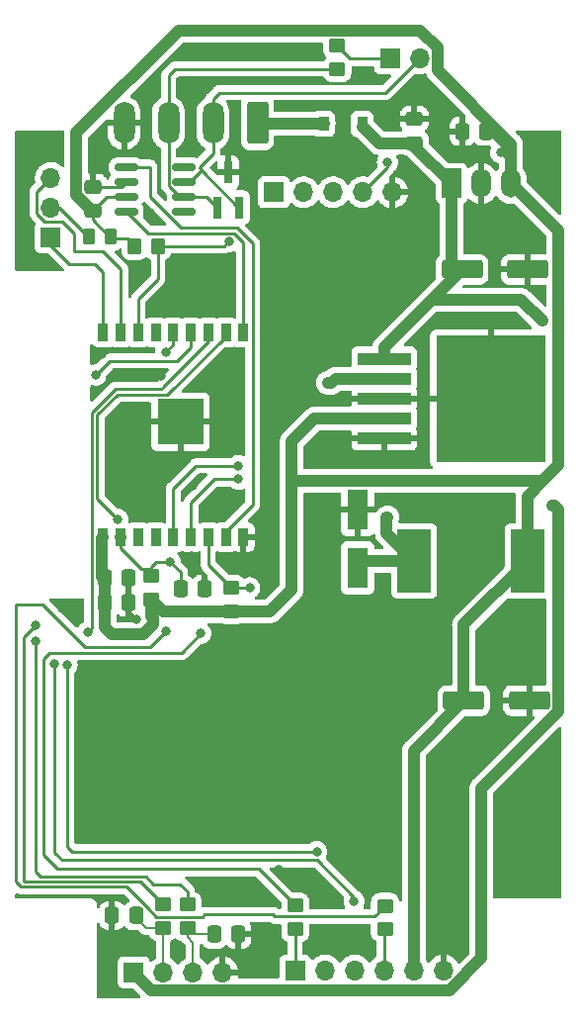
<source format=gbr>
%TF.GenerationSoftware,KiCad,Pcbnew,6.0.2+dfsg-1*%
%TF.CreationDate,2022-09-01T21:00:27+02:00*%
%TF.ProjectId,vscp-din-esp32-can-z102,76736370-2d64-4696-9e2d-65737033322d,rev?*%
%TF.SameCoordinates,Original*%
%TF.FileFunction,Copper,L1,Top*%
%TF.FilePolarity,Positive*%
%FSLAX46Y46*%
G04 Gerber Fmt 4.6, Leading zero omitted, Abs format (unit mm)*
G04 Created by KiCad (PCBNEW 6.0.2+dfsg-1) date 2022-09-01 21:00:27*
%MOMM*%
%LPD*%
G01*
G04 APERTURE LIST*
G04 Aperture macros list*
%AMRoundRect*
0 Rectangle with rounded corners*
0 $1 Rounding radius*
0 $2 $3 $4 $5 $6 $7 $8 $9 X,Y pos of 4 corners*
0 Add a 4 corners polygon primitive as box body*
4,1,4,$2,$3,$4,$5,$6,$7,$8,$9,$2,$3,0*
0 Add four circle primitives for the rounded corners*
1,1,$1+$1,$2,$3*
1,1,$1+$1,$4,$5*
1,1,$1+$1,$6,$7*
1,1,$1+$1,$8,$9*
0 Add four rect primitives between the rounded corners*
20,1,$1+$1,$2,$3,$4,$5,0*
20,1,$1+$1,$4,$5,$6,$7,0*
20,1,$1+$1,$6,$7,$8,$9,0*
20,1,$1+$1,$8,$9,$2,$3,0*%
G04 Aperture macros list end*
%TA.AperFunction,ComponentPad*%
%ADD10R,1.700000X1.700000*%
%TD*%
%TA.AperFunction,ComponentPad*%
%ADD11O,1.700000X1.700000*%
%TD*%
%TA.AperFunction,SMDPad,CuDef*%
%ADD12R,0.900000X1.500000*%
%TD*%
%TA.AperFunction,SMDPad,CuDef*%
%ADD13R,4.000000X4.000000*%
%TD*%
%TA.AperFunction,SMDPad,CuDef*%
%ADD14RoundRect,0.250000X0.475000X-0.337500X0.475000X0.337500X-0.475000X0.337500X-0.475000X-0.337500X0*%
%TD*%
%TA.AperFunction,SMDPad,CuDef*%
%ADD15RoundRect,0.250000X0.337500X0.475000X-0.337500X0.475000X-0.337500X-0.475000X0.337500X-0.475000X0*%
%TD*%
%TA.AperFunction,SMDPad,CuDef*%
%ADD16RoundRect,0.250000X0.450000X-0.350000X0.450000X0.350000X-0.450000X0.350000X-0.450000X-0.350000X0*%
%TD*%
%TA.AperFunction,SMDPad,CuDef*%
%ADD17RoundRect,0.250000X-0.450000X0.350000X-0.450000X-0.350000X0.450000X-0.350000X0.450000X0.350000X0*%
%TD*%
%TA.AperFunction,SMDPad,CuDef*%
%ADD18RoundRect,0.250000X-0.350000X-0.450000X0.350000X-0.450000X0.350000X0.450000X-0.350000X0.450000X0*%
%TD*%
%TA.AperFunction,SMDPad,CuDef*%
%ADD19R,0.800000X1.900000*%
%TD*%
%TA.AperFunction,SMDPad,CuDef*%
%ADD20RoundRect,0.250000X-0.337500X-0.475000X0.337500X-0.475000X0.337500X0.475000X-0.337500X0.475000X0*%
%TD*%
%TA.AperFunction,SMDPad,CuDef*%
%ADD21R,1.800000X3.500000*%
%TD*%
%TA.AperFunction,SMDPad,CuDef*%
%ADD22RoundRect,0.250000X-1.500000X-0.550000X1.500000X-0.550000X1.500000X0.550000X-1.500000X0.550000X0*%
%TD*%
%TA.AperFunction,SMDPad,CuDef*%
%ADD23R,4.600000X1.100000*%
%TD*%
%TA.AperFunction,SMDPad,CuDef*%
%ADD24R,9.400000X10.800000*%
%TD*%
%TA.AperFunction,SMDPad,CuDef*%
%ADD25R,2.900000X5.400000*%
%TD*%
%TA.AperFunction,SMDPad,CuDef*%
%ADD26R,0.900000X1.200000*%
%TD*%
%TA.AperFunction,ComponentPad*%
%ADD27R,1.700000X2.500000*%
%TD*%
%TA.AperFunction,ComponentPad*%
%ADD28O,1.700000X2.500000*%
%TD*%
%TA.AperFunction,SMDPad,CuDef*%
%ADD29RoundRect,0.150000X-0.825000X-0.150000X0.825000X-0.150000X0.825000X0.150000X-0.825000X0.150000X0*%
%TD*%
%TA.AperFunction,SMDPad,CuDef*%
%ADD30RoundRect,0.250000X0.262500X0.450000X-0.262500X0.450000X-0.262500X-0.450000X0.262500X-0.450000X0*%
%TD*%
%TA.AperFunction,ComponentPad*%
%ADD31RoundRect,0.250000X0.650000X1.550000X-0.650000X1.550000X-0.650000X-1.550000X0.650000X-1.550000X0*%
%TD*%
%TA.AperFunction,ComponentPad*%
%ADD32O,1.800000X3.600000*%
%TD*%
%TA.AperFunction,ViaPad*%
%ADD33C,0.800000*%
%TD*%
%TA.AperFunction,Conductor*%
%ADD34C,0.250000*%
%TD*%
%TA.AperFunction,Conductor*%
%ADD35C,1.000000*%
%TD*%
%TA.AperFunction,Conductor*%
%ADD36C,0.200000*%
%TD*%
G04 APERTURE END LIST*
D10*
%TO.P,J1,1,Pin_1*%
%TO.N,/MISO*%
X142375000Y-81250000D03*
D11*
%TO.P,J1,2,Pin_2*%
%TO.N,/SCK*%
X144915000Y-81250000D03*
%TO.P,J1,3,Pin_3*%
%TO.N,/MOSI*%
X147455000Y-81250000D03*
%TO.P,J1,4,Pin_4*%
%TO.N,+3V3*%
X149995000Y-81250000D03*
%TO.P,J1,5,Pin_5*%
%TO.N,GND*%
X152535000Y-81250000D03*
%TD*%
D12*
%TO.P,U1,1,3V3*%
%TO.N,+3V3*%
X127750000Y-110750000D03*
%TO.P,U1,2,EN*%
%TO.N,/reset*%
X129250000Y-110750000D03*
%TO.P,U1,3,IO4*%
%TO.N,/io4*%
X130750000Y-110750000D03*
%TO.P,U1,4,IO5*%
%TO.N,/io5*%
X132250000Y-110750000D03*
%TO.P,U1,5,IO6*%
%TO.N,/SCK*%
X133750000Y-110750000D03*
%TO.P,U1,6,IO7*%
%TO.N,/MOSI*%
X135250000Y-110750000D03*
%TO.P,U1,7,IO8*%
%TO.N,/flash*%
X136750000Y-110750000D03*
%TO.P,U1,8,IO9*%
%TO.N,/txcan*%
X138250000Y-110750000D03*
%TO.P,U1,9,GND*%
%TO.N,GND*%
X139750000Y-110750000D03*
%TO.P,U1,10,IO10*%
%TO.N,/rxcan*%
X139750000Y-93250000D03*
%TO.P,U1,11,RXD*%
%TO.N,/rx*%
X138250000Y-93250000D03*
%TO.P,U1,12,TXD*%
%TO.N,/tx*%
X136750000Y-93250000D03*
%TO.P,U1,13,IO18*%
%TO.N,Net-(R1-Pad1)*%
X135250000Y-93250000D03*
%TO.P,U1,14,IO19*%
%TO.N,Net-(R2-Pad1)*%
X133750000Y-93250000D03*
%TO.P,U1,15,IO3*%
%TO.N,/io3*%
X132250000Y-93250000D03*
%TO.P,U1,16,IO2*%
%TO.N,/MISO*%
X130750000Y-93250000D03*
%TO.P,U1,17,IO1*%
%TO.N,/ledb*%
X129250000Y-93250000D03*
%TO.P,U1,18,IO0*%
%TO.N,/leda*%
X127750000Y-93250000D03*
D13*
%TO.P,U1,19,GND*%
%TO.N,GND*%
X134360000Y-100900000D03*
%TD*%
D14*
%TO.P,C6,1*%
%TO.N,+28V*%
X154400000Y-77037500D03*
%TO.P,C6,2*%
%TO.N,GND*%
X154400000Y-74962500D03*
%TD*%
D15*
%TO.P,C7,1*%
%TO.N,+3V3*%
X160587500Y-76050000D03*
%TO.P,C7,2*%
%TO.N,GND*%
X158512500Y-76050000D03*
%TD*%
D16*
%TO.P,R9,1*%
%TO.N,Net-(J3-Pad4)*%
X151900000Y-144312500D03*
%TO.P,R9,2*%
%TO.N,/reset*%
X151900000Y-142312500D03*
%TD*%
D17*
%TO.P,R8,1*%
%TO.N,Net-(J2-Pad1)*%
X147800000Y-68700000D03*
%TO.P,R8,2*%
%TO.N,Net-(D3-Pad1)*%
X147800000Y-70700000D03*
%TD*%
D16*
%TO.P,R6,1*%
%TO.N,+3V3*%
X138700000Y-117100000D03*
%TO.P,R6,2*%
%TO.N,/flash*%
X138700000Y-115100000D03*
%TD*%
D18*
%TO.P,R5,1*%
%TO.N,+3V3*%
X130450000Y-85850000D03*
%TO.P,R5,2*%
%TO.N,/MISO*%
X132450000Y-85850000D03*
%TD*%
D16*
%TO.P,R4,1*%
%TO.N,Net-(J3-Pad1)*%
X144200000Y-144300000D03*
%TO.P,R4,2*%
%TO.N,/flash*%
X144200000Y-142300000D03*
%TD*%
%TO.P,R3,1*%
%TO.N,+3V3*%
X131850000Y-116100000D03*
%TO.P,R3,2*%
%TO.N,/reset*%
X131850000Y-114100000D03*
%TD*%
D17*
%TO.P,R2,2*%
%TO.N,/USB D+*%
X134950000Y-144200000D03*
%TO.P,R2,1*%
%TO.N,Net-(R2-Pad1)*%
X134950000Y-142200000D03*
%TD*%
%TO.P,R1,1*%
%TO.N,Net-(R1-Pad1)*%
X132850000Y-142200000D03*
%TO.P,R1,2*%
%TO.N,/USB D-*%
X132850000Y-144200000D03*
%TD*%
D19*
%TO.P,D3,1,K*%
%TO.N,Net-(D3-Pad1)*%
X137500000Y-82550000D03*
%TO.P,D3,2,K*%
%TO.N,Net-(D3-Pad2)*%
X139400000Y-82550000D03*
%TO.P,D3,3,A*%
%TO.N,GND*%
X138450000Y-79550000D03*
%TD*%
D14*
%TO.P,C9,1*%
%TO.N,+3V3*%
X126850000Y-82837500D03*
%TO.P,C9,2*%
%TO.N,GND*%
X126850000Y-80762500D03*
%TD*%
D20*
%TO.P,C5,1*%
%TO.N,/USB D+*%
X137262500Y-144750000D03*
%TO.P,C5,2*%
%TO.N,GND*%
X139337500Y-144750000D03*
%TD*%
D15*
%TO.P,C4,1*%
%TO.N,/USB D-*%
X130587500Y-143150000D03*
%TO.P,C4,2*%
%TO.N,GND*%
X128512500Y-143150000D03*
%TD*%
D20*
%TO.P,C3,1*%
%TO.N,/reset*%
X134362500Y-115200000D03*
%TO.P,C3,2*%
%TO.N,GND*%
X136437500Y-115200000D03*
%TD*%
%TO.P,C1,1*%
%TO.N,+3V3*%
X127862500Y-114250000D03*
%TO.P,C1,2*%
%TO.N,GND*%
X129937500Y-114250000D03*
%TD*%
%TO.P,C2,1*%
%TO.N,+3V3*%
X127862500Y-116350000D03*
%TO.P,C2,2*%
%TO.N,GND*%
X129937500Y-116350000D03*
%TD*%
D21*
%TO.P,D2,1,K*%
%TO.N,Net-(L1-Pad1)*%
X149550000Y-113400000D03*
%TO.P,D2,2,A*%
%TO.N,GND*%
X149550000Y-108400000D03*
%TD*%
D10*
%TO.P,J6,1,Pin_1*%
%TO.N,/leda*%
X123250000Y-85100000D03*
D11*
%TO.P,J6,2,Pin_2*%
%TO.N,Net-(R11-Pad2)*%
X123250000Y-82560000D03*
%TO.P,J6,3,Pin_3*%
%TO.N,/ledb*%
X123250000Y-80020000D03*
%TD*%
D10*
%TO.P,J5,1,Pin_1*%
%TO.N,+28V*%
X130350000Y-148000000D03*
D11*
%TO.P,J5,2,Pin_2*%
%TO.N,/USB D-*%
X132890000Y-148000000D03*
%TO.P,J5,3,Pin_3*%
%TO.N,/USB D+*%
X135430000Y-148000000D03*
%TO.P,J5,4,Pin_4*%
%TO.N,GND*%
X137970000Y-148000000D03*
%TD*%
D22*
%TO.P,C10,1*%
%TO.N,+3V3*%
X158650000Y-124750000D03*
%TO.P,C10,2*%
%TO.N,GND*%
X164250000Y-124750000D03*
%TD*%
%TO.P,C8,1*%
%TO.N,+28V*%
X158500000Y-87850000D03*
%TO.P,C8,2*%
%TO.N,GND*%
X164100000Y-87850000D03*
%TD*%
D23*
%TO.P,U2,1,VIN*%
%TO.N,+28V*%
X151825000Y-95500000D03*
%TO.P,U2,2,OUT*%
%TO.N,Net-(L1-Pad1)*%
X151825000Y-97200000D03*
D24*
%TO.P,U2,3,GND*%
%TO.N,GND*%
X160975000Y-98900000D03*
D23*
X151825000Y-98900000D03*
%TO.P,U2,4,FB*%
%TO.N,+3V3*%
X151825000Y-100600000D03*
%TO.P,U2,5,~{ON}/OFF*%
%TO.N,GND*%
X151825000Y-102300000D03*
%TD*%
D25*
%TO.P,L1,1,1*%
%TO.N,Net-(L1-Pad1)*%
X154400000Y-112800000D03*
%TO.P,L1,2,2*%
%TO.N,+3V3*%
X164100000Y-112800000D03*
%TD*%
D26*
%TO.P,D1,1,K*%
%TO.N,+28V*%
X149950000Y-75400000D03*
%TO.P,D1,2,A*%
%TO.N,Net-(J4-Pad1)*%
X146650000Y-75400000D03*
%TD*%
D27*
%TO.P,U4,1,IN*%
%TO.N,+28V*%
X157602500Y-80492500D03*
D28*
%TO.P,U4,2,GND*%
%TO.N,GND*%
X160142500Y-80492500D03*
%TO.P,U4,3,OUT*%
%TO.N,+3V3*%
X162682500Y-80492500D03*
%TD*%
D29*
%TO.P,U3,1,D*%
%TO.N,/txcan*%
X129725000Y-79095000D03*
%TO.P,U3,2,GND*%
%TO.N,GND*%
X129725000Y-80365000D03*
%TO.P,U3,3,VCC*%
%TO.N,+3V3*%
X129725000Y-81635000D03*
%TO.P,U3,4,R*%
%TO.N,/rxcan*%
X129725000Y-82905000D03*
%TO.P,U3,5,NC*%
%TO.N,unconnected-(U3-Pad5)*%
X134675000Y-82905000D03*
%TO.P,U3,6,CANL*%
%TO.N,Net-(D3-Pad1)*%
X134675000Y-81635000D03*
%TO.P,U3,7,CANH*%
%TO.N,Net-(D3-Pad2)*%
X134675000Y-80365000D03*
%TO.P,U3,8,NC*%
%TO.N,unconnected-(U3-Pad8)*%
X134675000Y-79095000D03*
%TD*%
D30*
%TO.P,R11,1*%
%TO.N,+3V3*%
X128362500Y-85050000D03*
%TO.P,R11,2*%
%TO.N,Net-(R11-Pad2)*%
X126537500Y-85050000D03*
%TD*%
D31*
%TO.P,J4,1,Pin_1*%
%TO.N,Net-(J4-Pad1)*%
X140960000Y-75332500D03*
D32*
%TO.P,J4,2,Pin_2*%
%TO.N,Net-(D3-Pad2)*%
X137150000Y-75332500D03*
%TO.P,J4,3,Pin_3*%
%TO.N,Net-(D3-Pad1)*%
X133340000Y-75332500D03*
%TO.P,J4,4,Pin_4*%
%TO.N,GND*%
X129530000Y-75332500D03*
%TD*%
D10*
%TO.P,J3,1,Pin_1*%
%TO.N,Net-(J3-Pad1)*%
X144200000Y-147850000D03*
D11*
%TO.P,J3,2,Pin_2*%
%TO.N,/rx*%
X146740000Y-147850000D03*
%TO.P,J3,3,Pin_3*%
%TO.N,/tx*%
X149280000Y-147850000D03*
%TO.P,J3,4,Pin_4*%
%TO.N,Net-(J3-Pad4)*%
X151820000Y-147850000D03*
%TO.P,J3,5,Pin_5*%
%TO.N,+3V3*%
X154360000Y-147850000D03*
%TO.P,J3,6,Pin_6*%
%TO.N,GND*%
X156900000Y-147850000D03*
%TD*%
D10*
%TO.P,J2,1,Pin_1*%
%TO.N,Net-(J2-Pad1)*%
X152310000Y-69800000D03*
D11*
%TO.P,J2,2,Pin_2*%
%TO.N,Net-(D3-Pad2)*%
X154850000Y-69800000D03*
%TD*%
D33*
%TO.N,GND*%
X135400000Y-106350000D03*
X137450000Y-108200000D03*
X135350000Y-77100000D03*
X166150000Y-76750000D03*
X132700000Y-96950000D03*
X127650000Y-95100000D03*
X131800000Y-83000000D03*
X130700000Y-88600000D03*
X136000000Y-89700000D03*
X134100000Y-145950000D03*
X141150000Y-146800000D03*
X147850000Y-142100000D03*
X148000000Y-145250000D03*
X150600000Y-145700000D03*
X142750000Y-139250000D03*
%TO.N,+3V3*%
X161800000Y-77850000D03*
X152100000Y-78700000D03*
%TO.N,/MOSI*%
X139350000Y-105800000D03*
%TO.N,/SCK*%
X139300000Y-104650000D03*
%TO.N,/MISO*%
X138550000Y-85474500D03*
%TO.N,GND*%
X141900000Y-114200000D03*
X130600000Y-117800000D03*
X135300000Y-112400000D03*
X127950000Y-145200000D03*
X124200000Y-116900000D03*
X166000000Y-140650000D03*
X138400000Y-141150000D03*
X145800000Y-108100000D03*
X149650000Y-116900000D03*
X151500000Y-140100000D03*
X126300000Y-135000000D03*
X126750000Y-123050000D03*
X158600000Y-110200000D03*
X130500000Y-101900000D03*
X138100000Y-97500000D03*
X161950000Y-83350000D03*
X154700000Y-72650000D03*
X155350000Y-85050000D03*
X155250000Y-81600000D03*
X123750000Y-77250000D03*
X141000000Y-78700000D03*
X131400000Y-77100000D03*
X127900000Y-78100000D03*
%TO.N,/rx*%
X124650000Y-121700000D03*
X146050000Y-137675500D03*
X129000000Y-109250000D03*
%TO.N,/tx*%
X126400000Y-118900000D03*
X149250000Y-141950000D03*
X123550000Y-121650000D03*
%TO.N,/flash*%
X140300000Y-115100000D03*
X136100000Y-119000000D03*
%TO.N,/reset*%
X133150000Y-118800000D03*
X133500000Y-112900000D03*
%TO.N,Net-(R2-Pad1)*%
X133100000Y-94950000D03*
X121950000Y-119700000D03*
%TO.N,Net-(R1-Pad1)*%
X121950000Y-118300000D03*
X127100000Y-96900000D03*
%TO.N,+28V*%
X166250000Y-108100000D03*
X165350000Y-92250000D03*
%TO.N,Net-(L1-Pad1)*%
X152100000Y-109050000D03*
X147000000Y-97550000D03*
%TD*%
D34*
%TO.N,+3V3*%
X161800000Y-77850000D02*
X162682500Y-78732500D01*
X149995000Y-81250000D02*
X152100000Y-79145000D01*
X152100000Y-79145000D02*
X152100000Y-78700000D01*
X162682500Y-78732500D02*
X162682500Y-80492500D01*
%TO.N,/MOSI*%
X137250000Y-105800000D02*
X139350000Y-105800000D01*
X135250000Y-107800000D02*
X137250000Y-105800000D01*
X135250000Y-110750000D02*
X135250000Y-107800000D01*
%TO.N,/SCK*%
X135700000Y-104650000D02*
X139300000Y-104650000D01*
X133750000Y-110750000D02*
X133750000Y-106600000D01*
X133750000Y-106600000D02*
X135700000Y-104650000D01*
%TO.N,/MISO*%
X138475500Y-85474500D02*
X138550000Y-85474500D01*
X138100000Y-85850000D02*
X138475500Y-85474500D01*
X132450000Y-85850000D02*
X138100000Y-85850000D01*
D35*
%TO.N,+3V3*%
X127862500Y-116350000D02*
X127862500Y-118462500D01*
X127862500Y-114250000D02*
X127862500Y-116350000D01*
X131850000Y-116100000D02*
X131850000Y-117550000D01*
X131850000Y-117550000D02*
X132050000Y-117750000D01*
X132050000Y-117750000D02*
X132050000Y-118200000D01*
X132050000Y-118200000D02*
X131200000Y-119050000D01*
X131200000Y-119050000D02*
X128450000Y-119050000D01*
X128450000Y-119050000D02*
X127862500Y-118462500D01*
D34*
%TO.N,GND*%
X129937500Y-116350000D02*
X129937500Y-117137500D01*
X129937500Y-117137500D02*
X130600000Y-117800000D01*
X129937500Y-116350000D02*
X129937500Y-114250000D01*
X126850000Y-80762500D02*
X129327500Y-80762500D01*
X129327500Y-80762500D02*
X129725000Y-80365000D01*
%TO.N,Net-(R1-Pad1)*%
X120900000Y-119350000D02*
X120900000Y-139400000D01*
X120900000Y-139400000D02*
X120900000Y-140250000D01*
%TO.N,/rx*%
X128999051Y-98575489D02*
X128960229Y-98575489D01*
X138250000Y-93250000D02*
X138250000Y-93550000D01*
X124650000Y-137200000D02*
X124700000Y-137250000D01*
X133224511Y-98575489D02*
X128999051Y-98575489D01*
X138250000Y-93550000D02*
X133224511Y-98575489D01*
X124700000Y-137250000D02*
X125125500Y-137675500D01*
X124650000Y-121700000D02*
X124650000Y-137200000D01*
X128960229Y-98575489D02*
X127224540Y-100311178D01*
X125125500Y-137675500D02*
X146050000Y-137675500D01*
X127224540Y-100311178D02*
X127224540Y-107474540D01*
X127224540Y-107474540D02*
X129000000Y-109250000D01*
%TO.N,/tx*%
X126775020Y-118524980D02*
X126400000Y-118900000D01*
X149250000Y-141550000D02*
X149250000Y-141950000D01*
X146100000Y-138400000D02*
X149250000Y-141550000D01*
X126775020Y-100124980D02*
X126775020Y-118524980D01*
X136750000Y-94050000D02*
X132950000Y-97850000D01*
X132700000Y-98100000D02*
X128800000Y-98100000D01*
X124200000Y-138400000D02*
X141900000Y-138400000D01*
X132750000Y-98050000D02*
X132700000Y-98100000D01*
X132900000Y-97900000D02*
X132750000Y-98050000D01*
X132950000Y-97850000D02*
X132900000Y-97900000D01*
X123550000Y-121650000D02*
X123550000Y-137750000D01*
X141900000Y-138400000D02*
X146100000Y-138400000D01*
X123550000Y-137750000D02*
X124200000Y-138400000D01*
X136750000Y-93250000D02*
X136750000Y-94050000D01*
X128800000Y-98100000D02*
X126775020Y-100124980D01*
%TO.N,/txcan*%
X129725000Y-79095000D02*
X131745000Y-79095000D01*
X131745000Y-79095000D02*
X131745000Y-81621072D01*
X131745000Y-81621072D02*
X134424408Y-84300480D01*
X134424408Y-84300480D02*
X139186198Y-84300480D01*
X139186198Y-84300480D02*
X140550000Y-85664282D01*
X140550000Y-85664282D02*
X140550000Y-108000000D01*
X140550000Y-108000000D02*
X138250000Y-110300000D01*
X138250000Y-110300000D02*
X138250000Y-110750000D01*
D36*
%TO.N,/USB D+*%
X134950000Y-144200000D02*
X134950000Y-145000000D01*
X134950000Y-145000000D02*
X135430000Y-145480000D01*
X135430000Y-145480000D02*
X135430000Y-148000000D01*
X137262500Y-144750000D02*
X135500000Y-144750000D01*
X135500000Y-144750000D02*
X134950000Y-144200000D01*
D34*
%TO.N,Net-(R2-Pad1)*%
X132049040Y-140450000D02*
X134350000Y-140450000D01*
X134350000Y-140450000D02*
X134950000Y-141050000D01*
X134950000Y-141050000D02*
X134950000Y-142200000D01*
%TO.N,/reset*%
X131050000Y-113500000D02*
X129250000Y-111700000D01*
X129250000Y-111700000D02*
X129250000Y-110800000D01*
X133500000Y-112900000D02*
X134362500Y-113762500D01*
X134362500Y-113762500D02*
X134362500Y-115200000D01*
X131850000Y-113300000D02*
X131850000Y-113500000D01*
X131850000Y-113500000D02*
X131850000Y-114100000D01*
X131050000Y-113500000D02*
X131850000Y-113500000D01*
X133500000Y-112900000D02*
X132250000Y-112900000D01*
X132250000Y-112900000D02*
X131850000Y-113300000D01*
%TO.N,/flash*%
X140300000Y-115100000D02*
X138700000Y-115100000D01*
D35*
%TO.N,+3V3*%
X127662500Y-114200000D02*
X127662500Y-110837500D01*
X127662500Y-110837500D02*
X127750000Y-110750000D01*
X138700000Y-117100000D02*
X132850000Y-117100000D01*
X132850000Y-117100000D02*
X131850000Y-116100000D01*
D34*
%TO.N,/rxcan*%
X129725000Y-82905000D02*
X131570000Y-84750000D01*
X131570000Y-84750000D02*
X139000000Y-84750000D01*
X139000000Y-84750000D02*
X139750000Y-85500000D01*
X139750000Y-85500000D02*
X139750000Y-93250000D01*
%TO.N,/ledb*%
X129250000Y-93250000D02*
X129249999Y-87801782D01*
X122075489Y-83075489D02*
X122075489Y-81194511D01*
X129249999Y-87801782D02*
X127748217Y-86300000D01*
X127748217Y-86300000D02*
X125250000Y-86300000D01*
X124233533Y-83734511D02*
X122734511Y-83734511D01*
X125250000Y-86300000D02*
X125250000Y-84750978D01*
X125250000Y-84750978D02*
X124233533Y-83734511D01*
X122075489Y-81194511D02*
X123250000Y-80020000D01*
X122734511Y-83734511D02*
X122075489Y-83075489D01*
%TO.N,Net-(R11-Pad2)*%
X126600000Y-85200000D02*
X123960000Y-82560000D01*
X123960000Y-82560000D02*
X123250000Y-82560000D01*
%TO.N,Net-(R1-Pad1)*%
X121950000Y-118300000D02*
X120900000Y-119350000D01*
X120900000Y-140250000D02*
X130900000Y-140250000D01*
X130900000Y-140250000D02*
X132850000Y-142200000D01*
D36*
%TO.N,/USB D-*%
X132850000Y-144200000D02*
X132890000Y-144240000D01*
X132890000Y-144240000D02*
X132890000Y-148000000D01*
D34*
%TO.N,Net-(R2-Pad1)*%
X131399520Y-139800480D02*
X132049040Y-140450000D01*
%TO.N,/reset*%
X131499520Y-142437027D02*
X131499520Y-142462013D01*
X131499520Y-142462013D02*
X132312987Y-143275480D01*
X132312987Y-143275480D02*
X136237973Y-143275480D01*
D36*
%TO.N,/USB D-*%
X130587500Y-143150000D02*
X130587500Y-143387500D01*
X130587500Y-143387500D02*
X131400000Y-144200000D01*
X131400000Y-144200000D02*
X132850000Y-144200000D01*
D35*
%TO.N,Net-(L1-Pad1)*%
X154400000Y-112800000D02*
X152050000Y-110450000D01*
X152050000Y-110450000D02*
X152050000Y-109100000D01*
X152050000Y-109100000D02*
X152100000Y-109050000D01*
D34*
%TO.N,/flash*%
X136100000Y-119000000D02*
X134450000Y-120650000D01*
X134450000Y-120650000D02*
X123150000Y-120650000D01*
X123150000Y-120650000D02*
X122650000Y-121150000D01*
X141050000Y-139150000D02*
X144200000Y-142300000D01*
X122650000Y-121150000D02*
X122650000Y-137950000D01*
X122650000Y-137950000D02*
X123850000Y-139150000D01*
X123850000Y-139150000D02*
X141050000Y-139150000D01*
%TO.N,Net-(R2-Pad1)*%
X131399520Y-139800480D02*
X122400480Y-139800480D01*
X121950000Y-139350000D02*
X121950000Y-119700000D01*
X122400480Y-139800480D02*
X121950000Y-139350000D01*
%TO.N,/reset*%
X129762013Y-140699520D02*
X120713803Y-140699520D01*
X142301440Y-143050480D02*
X136462973Y-143050480D01*
X120274980Y-140260697D02*
X120274980Y-116525020D01*
X131800000Y-120150000D02*
X133150000Y-118800000D01*
X142475480Y-143224520D02*
X142301440Y-143050480D01*
X126200000Y-120150000D02*
X131800000Y-120150000D01*
X122575020Y-116525020D02*
X126200000Y-120150000D01*
X151900000Y-142312500D02*
X150987980Y-143224520D01*
X136462973Y-143050480D02*
X136237973Y-143275480D01*
X120713803Y-140699520D02*
X120274980Y-140260697D01*
X150987980Y-143224520D02*
X142475480Y-143224520D01*
X131499520Y-142437027D02*
X129762013Y-140699520D01*
X120274980Y-116525020D02*
X122575020Y-116525020D01*
%TO.N,Net-(R2-Pad1)*%
X133750000Y-93250000D02*
X133750000Y-94300000D01*
X133750000Y-94300000D02*
X133100000Y-94950000D01*
%TO.N,Net-(R1-Pad1)*%
X127100000Y-96900000D02*
X128300000Y-95700000D01*
X128300000Y-95700000D02*
X134100000Y-95700000D01*
X134100000Y-95700000D02*
X135250000Y-94550000D01*
X135250000Y-94550000D02*
X135250000Y-93250000D01*
D35*
%TO.N,+28V*%
X166400000Y-108100000D02*
X166250000Y-108100000D01*
X160150000Y-132242824D02*
X166700000Y-125692824D01*
X166700000Y-125692824D02*
X166700000Y-108400000D01*
X166700000Y-108400000D02*
X166400000Y-108100000D01*
X130350000Y-148000000D02*
X131899511Y-149549511D01*
X131899511Y-149549511D02*
X157391830Y-149549511D01*
X157391830Y-149549511D02*
X160150000Y-146791341D01*
X160150000Y-146791341D02*
X160150000Y-132242824D01*
X158500000Y-87850000D02*
X155900000Y-90450000D01*
X155900000Y-90450000D02*
X151825000Y-94525000D01*
X165350000Y-92250000D02*
X163550000Y-90450000D01*
X163550000Y-90450000D02*
X155900000Y-90450000D01*
D34*
%TO.N,Net-(J3-Pad1)*%
X144200000Y-144300000D02*
X144200000Y-147850000D01*
%TO.N,Net-(J3-Pad4)*%
X151900000Y-144312500D02*
X151820000Y-144392500D01*
X151820000Y-144392500D02*
X151820000Y-147850000D01*
%TO.N,/flash*%
X136750000Y-110750000D02*
X136750000Y-113150000D01*
X136750000Y-113150000D02*
X138700000Y-115100000D01*
D35*
%TO.N,/reset*%
X129250000Y-110750000D02*
X129250000Y-110800000D01*
%TO.N,+3V3*%
X127750000Y-110750000D02*
X127700000Y-110750000D01*
X138700000Y-117100000D02*
X142050000Y-117100000D01*
X142050000Y-117100000D02*
X143899511Y-115250489D01*
X143899511Y-115250489D02*
X143899511Y-105950489D01*
D34*
%TO.N,/MISO*%
X132450000Y-88637500D02*
X130750000Y-90337500D01*
X130750000Y-90337500D02*
X130750000Y-93250000D01*
%TO.N,/leda*%
X123250000Y-85100000D02*
X123250000Y-85800000D01*
X123250000Y-85800000D02*
X124850000Y-87400000D01*
X124850000Y-87400000D02*
X127050000Y-87400000D01*
X127050000Y-87400000D02*
X127750000Y-88100000D01*
X127750000Y-88100000D02*
X127750000Y-93250000D01*
%TO.N,/MISO*%
X132450000Y-88637500D02*
X132450000Y-85850000D01*
%TO.N,Net-(D3-Pad1)*%
X137500000Y-82550000D02*
X136585000Y-81635000D01*
X136585000Y-81635000D02*
X134675000Y-81635000D01*
%TO.N,Net-(D3-Pad2)*%
X135974520Y-79174520D02*
X136175000Y-79375000D01*
X136175000Y-79375000D02*
X139350000Y-82550000D01*
X134675000Y-80365000D02*
X135185000Y-80365000D01*
X135185000Y-80365000D02*
X136175000Y-79375000D01*
X135974520Y-79065480D02*
X135974520Y-79174520D01*
X139350000Y-82550000D02*
X139400000Y-82550000D01*
X137150000Y-75332500D02*
X137150000Y-77890000D01*
X137150000Y-77890000D02*
X135974520Y-79065480D01*
%TO.N,Net-(D3-Pad1)*%
X133340000Y-75332500D02*
X133340000Y-80676072D01*
X133340000Y-80676072D02*
X134298928Y-81635000D01*
X134298928Y-81635000D02*
X134675000Y-81635000D01*
D35*
%TO.N,+3V3*%
X158650000Y-124750000D02*
X154360000Y-129040000D01*
X154360000Y-129040000D02*
X154360000Y-147850000D01*
X164100000Y-112800000D02*
X158650000Y-118250000D01*
X158650000Y-118250000D02*
X158650000Y-124750000D01*
%TO.N,Net-(L1-Pad1)*%
X147650000Y-97200000D02*
X147300000Y-97550000D01*
X147300000Y-97550000D02*
X147000000Y-97550000D01*
X151825000Y-97200000D02*
X147650000Y-97200000D01*
%TO.N,+3V3*%
X164100000Y-112800000D02*
X164100000Y-107274022D01*
X164100000Y-107274022D02*
X165423533Y-105950489D01*
%TO.N,Net-(L1-Pad1)*%
X154400000Y-112800000D02*
X150150000Y-112800000D01*
X150150000Y-112800000D02*
X149550000Y-113400000D01*
%TO.N,+3V3*%
X151825000Y-100600000D02*
X145850000Y-100600000D01*
X145850000Y-100600000D02*
X143899511Y-102550489D01*
X143899511Y-102550489D02*
X143899511Y-105950489D01*
X162682500Y-80492500D02*
X166750000Y-84560000D01*
X166750000Y-84560000D02*
X166750000Y-104624022D01*
X166750000Y-104624022D02*
X165423533Y-105950489D01*
X165423533Y-105950489D02*
X143899511Y-105950489D01*
D34*
X128425000Y-85200000D02*
X129800000Y-85200000D01*
X129800000Y-85200000D02*
X130450000Y-85850000D01*
X126850000Y-82837500D02*
X126850000Y-83625000D01*
X126850000Y-83625000D02*
X128425000Y-85200000D01*
X126850000Y-82837500D02*
X128052500Y-81635000D01*
X128052500Y-81635000D02*
X129725000Y-81635000D01*
D35*
X162682500Y-80492500D02*
X162682500Y-77132500D01*
X156399511Y-70849511D02*
X156399511Y-68899511D01*
X162682500Y-77132500D02*
X156399511Y-70849511D01*
X156399511Y-68899511D02*
X154900480Y-67400480D01*
X154900480Y-67400480D02*
X134199520Y-67400480D01*
X134199520Y-67400480D02*
X125425480Y-76174520D01*
X125425480Y-76174520D02*
X125425480Y-81493304D01*
X125425480Y-81493304D02*
X126769676Y-82837500D01*
X126769676Y-82837500D02*
X126850000Y-82837500D01*
X160587500Y-76050000D02*
X161250000Y-76050000D01*
X161250000Y-76050000D02*
X162682500Y-77482500D01*
X162682500Y-77482500D02*
X162682500Y-80492500D01*
%TO.N,+28V*%
X151825000Y-94525000D02*
X151825000Y-95500000D01*
X157602500Y-80492500D02*
X157602500Y-86952500D01*
D34*
X157602500Y-86952500D02*
X158500000Y-87850000D01*
X154400000Y-77037500D02*
X154400000Y-77290000D01*
D35*
X154400000Y-77290000D02*
X157602500Y-80492500D01*
D34*
X149950000Y-75400000D02*
X149950000Y-75600000D01*
D35*
X149950000Y-75600000D02*
X151387500Y-77037500D01*
X151387500Y-77037500D02*
X154400000Y-77037500D01*
D34*
%TO.N,Net-(J4-Pad1)*%
X140960000Y-75332500D02*
X141027500Y-75400000D01*
D35*
X141027500Y-75400000D02*
X146650000Y-75400000D01*
D34*
%TO.N,Net-(D3-Pad1)*%
X147800000Y-70700000D02*
X133900000Y-70700000D01*
X133900000Y-70700000D02*
X133340000Y-71260000D01*
X133340000Y-71260000D02*
X133340000Y-75332500D01*
%TO.N,Net-(J2-Pad1)*%
X152310000Y-69800000D02*
X148900000Y-69800000D01*
X148900000Y-69800000D02*
X147800000Y-68700000D01*
%TO.N,Net-(D3-Pad2)*%
X137150000Y-75332500D02*
X137150000Y-73250000D01*
X137150000Y-73250000D02*
X137675480Y-72724520D01*
X137675480Y-72724520D02*
X151925480Y-72724520D01*
X151925480Y-72724520D02*
X154850000Y-69800000D01*
%TD*%
%TA.AperFunction,Conductor*%
%TO.N,GND*%
G36*
X120388352Y-141250078D02*
G01*
X120388761Y-141249132D01*
X120388762Y-141249133D01*
X120429346Y-141266696D01*
X120439976Y-141271903D01*
X120478743Y-141293215D01*
X120486420Y-141295186D01*
X120486425Y-141295188D01*
X120498361Y-141298252D01*
X120517069Y-141304657D01*
X120535658Y-141312701D01*
X120543483Y-141313940D01*
X120543485Y-141313941D01*
X120579322Y-141319617D01*
X120590943Y-141322024D01*
X120626092Y-141331048D01*
X120633773Y-141333020D01*
X120654034Y-141333020D01*
X120673743Y-141334571D01*
X120693746Y-141337739D01*
X120701638Y-141336993D01*
X120706865Y-141336499D01*
X120737757Y-141333579D01*
X120749614Y-141333020D01*
X129447418Y-141333020D01*
X129515539Y-141353022D01*
X129536514Y-141369925D01*
X129952219Y-141785631D01*
X129986244Y-141847943D01*
X129981179Y-141918759D01*
X129938632Y-141975594D01*
X129925914Y-141983224D01*
X129926054Y-141983450D01*
X129775652Y-142076522D01*
X129650695Y-142201697D01*
X129647898Y-142206235D01*
X129590647Y-142246824D01*
X129519724Y-142250054D01*
X129458313Y-142214428D01*
X129450938Y-142205932D01*
X129442902Y-142195793D01*
X129328171Y-142081261D01*
X129316760Y-142072249D01*
X129178757Y-141987184D01*
X129165576Y-141981037D01*
X129011290Y-141929862D01*
X128997914Y-141926995D01*
X128903562Y-141917328D01*
X128897145Y-141917000D01*
X128784615Y-141917000D01*
X128769376Y-141921475D01*
X128768171Y-141922865D01*
X128766500Y-141930548D01*
X128766500Y-144364884D01*
X128770975Y-144380123D01*
X128772365Y-144381328D01*
X128780048Y-144382999D01*
X128897095Y-144382999D01*
X128903614Y-144382662D01*
X128999206Y-144372743D01*
X129012600Y-144369851D01*
X129166784Y-144318412D01*
X129179962Y-144312239D01*
X129317807Y-144226937D01*
X129329208Y-144217901D01*
X129443738Y-144103172D01*
X129450794Y-144094238D01*
X129508712Y-144053177D01*
X129579635Y-144049947D01*
X129641046Y-144085574D01*
X129647846Y-144093407D01*
X129651522Y-144099348D01*
X129776697Y-144224305D01*
X129782927Y-144228145D01*
X129782928Y-144228146D01*
X129920288Y-144312816D01*
X129927262Y-144317115D01*
X130007005Y-144343564D01*
X130088611Y-144370632D01*
X130088613Y-144370632D01*
X130095139Y-144372797D01*
X130101975Y-144373497D01*
X130101978Y-144373498D01*
X130145031Y-144377909D01*
X130199600Y-144383500D01*
X130670761Y-144383500D01*
X130738882Y-144403502D01*
X130759856Y-144420405D01*
X130935685Y-144596234D01*
X130946552Y-144608625D01*
X130966013Y-144633987D01*
X130972563Y-144639013D01*
X130997921Y-144658471D01*
X130997937Y-144658485D01*
X131047305Y-144696366D01*
X131093124Y-144731524D01*
X131167137Y-144762181D01*
X131233520Y-144789678D01*
X131233523Y-144789679D01*
X131241150Y-144792838D01*
X131249338Y-144793916D01*
X131320575Y-144803295D01*
X131400000Y-144813751D01*
X131431699Y-144809578D01*
X131448144Y-144808500D01*
X131598613Y-144808500D01*
X131666734Y-144828502D01*
X131707184Y-144874730D01*
X131708450Y-144873946D01*
X131801522Y-145024348D01*
X131926697Y-145149305D01*
X131932927Y-145153145D01*
X131932928Y-145153146D01*
X132070090Y-145237694D01*
X132077262Y-145242115D01*
X132177614Y-145275400D01*
X132195167Y-145281222D01*
X132253527Y-145321652D01*
X132280764Y-145387217D01*
X132281500Y-145400815D01*
X132281500Y-146708678D01*
X132261498Y-146776799D01*
X132213683Y-146820439D01*
X132163607Y-146846507D01*
X132159474Y-146849610D01*
X132159471Y-146849612D01*
X131989100Y-146977530D01*
X131984965Y-146980635D01*
X131928537Y-147039684D01*
X131904283Y-147065064D01*
X131842759Y-147100494D01*
X131771846Y-147097037D01*
X131714060Y-147055791D01*
X131695207Y-147022243D01*
X131653767Y-146911703D01*
X131650615Y-146903295D01*
X131563261Y-146786739D01*
X131446705Y-146699385D01*
X131310316Y-146648255D01*
X131248134Y-146641500D01*
X129451866Y-146641500D01*
X129389684Y-146648255D01*
X129253295Y-146699385D01*
X129136739Y-146786739D01*
X129049385Y-146903295D01*
X128998255Y-147039684D01*
X128991500Y-147101866D01*
X128991500Y-148898134D01*
X128998255Y-148960316D01*
X129049385Y-149096705D01*
X129136739Y-149213261D01*
X129253295Y-149300615D01*
X129389684Y-149351745D01*
X129451866Y-149358500D01*
X130230075Y-149358500D01*
X130298196Y-149378502D01*
X130319170Y-149395405D01*
X130925670Y-150001905D01*
X130959696Y-150064217D01*
X130954631Y-150135032D01*
X130912084Y-150191868D01*
X130845564Y-150216679D01*
X130836575Y-150217000D01*
X127334000Y-150217000D01*
X127265879Y-150196998D01*
X127219386Y-150143342D01*
X127208000Y-150091000D01*
X127208000Y-143897541D01*
X127228002Y-143829420D01*
X127281658Y-143782927D01*
X127351932Y-143772823D01*
X127416512Y-143802317D01*
X127453524Y-143857665D01*
X127481588Y-143941784D01*
X127487761Y-143954962D01*
X127573063Y-144092807D01*
X127582099Y-144104208D01*
X127696829Y-144218739D01*
X127708240Y-144227751D01*
X127846243Y-144312816D01*
X127859424Y-144318963D01*
X128013710Y-144370138D01*
X128027086Y-144373005D01*
X128121438Y-144382672D01*
X128127854Y-144383000D01*
X128240385Y-144383000D01*
X128255624Y-144378525D01*
X128256829Y-144377135D01*
X128258500Y-144369452D01*
X128258500Y-141935116D01*
X128254025Y-141919877D01*
X128252635Y-141918672D01*
X128244952Y-141917001D01*
X128127905Y-141917001D01*
X128121386Y-141917338D01*
X128025794Y-141927257D01*
X128012400Y-141930149D01*
X127858216Y-141981588D01*
X127845038Y-141987761D01*
X127707193Y-142073063D01*
X127695792Y-142082099D01*
X127581261Y-142196829D01*
X127572249Y-142208240D01*
X127487184Y-142346243D01*
X127481036Y-142359426D01*
X127453593Y-142442164D01*
X127413162Y-142500524D01*
X127347598Y-142527761D01*
X127277716Y-142515227D01*
X127225705Y-142466903D01*
X127208000Y-142402497D01*
X127208000Y-142233702D01*
X127208002Y-142232932D01*
X127208193Y-142201697D01*
X127208476Y-142155348D01*
X127206010Y-142146719D01*
X127206009Y-142146714D01*
X127200361Y-142126952D01*
X127196783Y-142110191D01*
X127193870Y-142089848D01*
X127193867Y-142089838D01*
X127192595Y-142080955D01*
X127181979Y-142057605D01*
X127175536Y-142040093D01*
X127170954Y-142024063D01*
X127168488Y-142015435D01*
X127152726Y-141990452D01*
X127144596Y-141975386D01*
X127132367Y-141948490D01*
X127115626Y-141929061D01*
X127104521Y-141914053D01*
X127095630Y-141899961D01*
X127090840Y-141892369D01*
X127068703Y-141872818D01*
X127056659Y-141860626D01*
X127043239Y-141845051D01*
X127043237Y-141845050D01*
X127037381Y-141838253D01*
X127029853Y-141833374D01*
X127029850Y-141833371D01*
X127015861Y-141824304D01*
X127000987Y-141813014D01*
X126988502Y-141801988D01*
X126981772Y-141796044D01*
X126973646Y-141792229D01*
X126973645Y-141792228D01*
X126963140Y-141787296D01*
X126955034Y-141783490D01*
X126940065Y-141775176D01*
X126915273Y-141759107D01*
X126890709Y-141751761D01*
X126873264Y-141745099D01*
X126850052Y-141734201D01*
X126820870Y-141729657D01*
X126804151Y-141725874D01*
X126784464Y-141719986D01*
X126784461Y-141719985D01*
X126775859Y-141717413D01*
X126766884Y-141717358D01*
X126766883Y-141717358D01*
X126760190Y-141717317D01*
X126741444Y-141717203D01*
X126740672Y-141717170D01*
X126739577Y-141717000D01*
X126708702Y-141717000D01*
X126707932Y-141716998D01*
X126634284Y-141716548D01*
X126634283Y-141716548D01*
X126630348Y-141716524D01*
X126629004Y-141716908D01*
X126627659Y-141717000D01*
X120334000Y-141717000D01*
X120265879Y-141696998D01*
X120219386Y-141643342D01*
X120208000Y-141591000D01*
X120208000Y-141361978D01*
X120228002Y-141293857D01*
X120281658Y-141247364D01*
X120351932Y-141237260D01*
X120388352Y-141250078D01*
G37*
%TD.AperFunction*%
%TA.AperFunction,Conductor*%
G36*
X142057560Y-143703982D02*
G01*
X142075691Y-143718130D01*
X142100159Y-143741106D01*
X142107105Y-143744925D01*
X142107108Y-143744927D01*
X142117914Y-143750868D01*
X142134433Y-143761719D01*
X142150439Y-143774134D01*
X142157708Y-143777279D01*
X142157712Y-143777282D01*
X142191017Y-143791694D01*
X142201667Y-143796911D01*
X142240420Y-143818215D01*
X142248095Y-143820186D01*
X142248096Y-143820186D01*
X142260042Y-143823253D01*
X142278747Y-143829657D01*
X142297335Y-143837701D01*
X142305158Y-143838940D01*
X142305168Y-143838943D01*
X142341004Y-143844619D01*
X142352624Y-143847025D01*
X142387769Y-143856048D01*
X142395450Y-143858020D01*
X142415704Y-143858020D01*
X142435414Y-143859571D01*
X142455423Y-143862740D01*
X142463315Y-143861994D01*
X142499441Y-143858579D01*
X142511299Y-143858020D01*
X142865500Y-143858020D01*
X142933621Y-143878022D01*
X142980114Y-143931678D01*
X142991500Y-143984020D01*
X142991500Y-144700400D01*
X142991837Y-144703646D01*
X142991837Y-144703650D01*
X143001247Y-144794337D01*
X143002474Y-144806166D01*
X143004655Y-144812702D01*
X143004655Y-144812704D01*
X143009926Y-144828502D01*
X143058450Y-144973946D01*
X143151522Y-145124348D01*
X143156704Y-145129521D01*
X143175694Y-145148478D01*
X143276697Y-145249305D01*
X143282927Y-145253145D01*
X143282928Y-145253146D01*
X143368790Y-145306072D01*
X143427262Y-145342115D01*
X143480168Y-145359663D01*
X143538527Y-145400094D01*
X143565764Y-145465658D01*
X143566500Y-145479256D01*
X143566500Y-146365500D01*
X143546498Y-146433621D01*
X143492842Y-146480114D01*
X143440500Y-146491500D01*
X143301866Y-146491500D01*
X143239684Y-146498255D01*
X143103295Y-146549385D01*
X142986739Y-146636739D01*
X142899385Y-146753295D01*
X142848255Y-146889684D01*
X142841500Y-146951866D01*
X142841500Y-148415011D01*
X142821498Y-148483132D01*
X142767842Y-148529625D01*
X142715500Y-148541011D01*
X139394967Y-148541011D01*
X139326846Y-148521009D01*
X139280353Y-148467353D01*
X139270249Y-148397079D01*
X139274408Y-148378383D01*
X139300379Y-148292903D01*
X139302555Y-148282837D01*
X139303986Y-148271962D01*
X139301775Y-148257778D01*
X139288617Y-148254000D01*
X137842000Y-148254000D01*
X137773879Y-148233998D01*
X137727386Y-148180342D01*
X137716000Y-148128000D01*
X137716000Y-147727885D01*
X138224000Y-147727885D01*
X138228475Y-147743124D01*
X138229865Y-147744329D01*
X138237548Y-147746000D01*
X139288344Y-147746000D01*
X139301875Y-147742027D01*
X139303180Y-147732947D01*
X139261214Y-147565875D01*
X139257894Y-147556124D01*
X139172972Y-147360814D01*
X139168105Y-147351739D01*
X139052426Y-147172926D01*
X139046136Y-147164757D01*
X138902806Y-147007240D01*
X138895273Y-147000215D01*
X138728139Y-146868222D01*
X138719552Y-146862517D01*
X138533117Y-146759599D01*
X138523705Y-146755369D01*
X138322959Y-146684280D01*
X138312988Y-146681646D01*
X138241837Y-146668972D01*
X138228540Y-146670432D01*
X138224000Y-146684989D01*
X138224000Y-147727885D01*
X137716000Y-147727885D01*
X137716000Y-146683102D01*
X137712082Y-146669758D01*
X137697806Y-146667771D01*
X137659324Y-146673660D01*
X137649288Y-146676051D01*
X137446868Y-146742212D01*
X137437359Y-146746209D01*
X137248463Y-146844542D01*
X137239738Y-146850036D01*
X137069433Y-146977905D01*
X137061726Y-146984748D01*
X136914590Y-147138717D01*
X136908109Y-147146722D01*
X136803498Y-147300074D01*
X136748587Y-147345076D01*
X136678062Y-147353247D01*
X136614315Y-147321993D01*
X136593618Y-147297509D01*
X136512822Y-147172617D01*
X136512820Y-147172614D01*
X136510014Y-147168277D01*
X136359670Y-147003051D01*
X136355619Y-146999852D01*
X136355615Y-146999848D01*
X136188414Y-146867800D01*
X136188410Y-146867798D01*
X136184359Y-146864598D01*
X136103607Y-146820021D01*
X136053636Y-146769588D01*
X136038500Y-146709712D01*
X136038500Y-145676970D01*
X136058502Y-145608849D01*
X136112158Y-145562356D01*
X136182432Y-145552252D01*
X136247012Y-145581746D01*
X136271644Y-145610667D01*
X136326522Y-145699348D01*
X136451697Y-145824305D01*
X136457927Y-145828145D01*
X136457928Y-145828146D01*
X136595288Y-145912816D01*
X136602262Y-145917115D01*
X136682005Y-145943564D01*
X136763611Y-145970632D01*
X136763613Y-145970632D01*
X136770139Y-145972797D01*
X136776975Y-145973497D01*
X136776978Y-145973498D01*
X136820031Y-145977909D01*
X136874600Y-145983500D01*
X137650400Y-145983500D01*
X137653646Y-145983163D01*
X137653650Y-145983163D01*
X137749308Y-145973238D01*
X137749312Y-145973237D01*
X137756166Y-145972526D01*
X137762702Y-145970345D01*
X137762704Y-145970345D01*
X137894806Y-145926272D01*
X137923946Y-145916550D01*
X138074348Y-145823478D01*
X138199305Y-145698303D01*
X138202102Y-145693765D01*
X138259353Y-145653176D01*
X138330276Y-145649946D01*
X138391687Y-145685572D01*
X138399062Y-145694068D01*
X138407098Y-145704207D01*
X138521829Y-145818739D01*
X138533240Y-145827751D01*
X138671243Y-145912816D01*
X138684424Y-145918963D01*
X138838710Y-145970138D01*
X138852086Y-145973005D01*
X138946438Y-145982672D01*
X138952854Y-145983000D01*
X139065385Y-145983000D01*
X139080624Y-145978525D01*
X139081829Y-145977135D01*
X139083500Y-145969452D01*
X139083500Y-145964884D01*
X139591500Y-145964884D01*
X139595975Y-145980123D01*
X139597365Y-145981328D01*
X139605048Y-145982999D01*
X139722095Y-145982999D01*
X139728614Y-145982662D01*
X139824206Y-145972743D01*
X139837600Y-145969851D01*
X139991784Y-145918412D01*
X140004962Y-145912239D01*
X140142807Y-145826937D01*
X140154208Y-145817901D01*
X140268739Y-145703171D01*
X140277751Y-145691760D01*
X140362816Y-145553757D01*
X140368963Y-145540576D01*
X140420138Y-145386290D01*
X140423005Y-145372914D01*
X140432672Y-145278562D01*
X140433000Y-145272146D01*
X140433000Y-145022115D01*
X140428525Y-145006876D01*
X140427135Y-145005671D01*
X140419452Y-145004000D01*
X139609615Y-145004000D01*
X139594376Y-145008475D01*
X139593171Y-145009865D01*
X139591500Y-145017548D01*
X139591500Y-145964884D01*
X139083500Y-145964884D01*
X139083500Y-144622000D01*
X139103502Y-144553879D01*
X139157158Y-144507386D01*
X139209500Y-144496000D01*
X140414884Y-144496000D01*
X140430123Y-144491525D01*
X140431328Y-144490135D01*
X140432999Y-144482452D01*
X140432999Y-144227905D01*
X140432662Y-144221386D01*
X140422743Y-144125794D01*
X140419851Y-144112400D01*
X140368412Y-143958216D01*
X140362238Y-143945037D01*
X140319692Y-143876283D01*
X140300854Y-143807831D01*
X140322015Y-143740061D01*
X140376456Y-143694490D01*
X140426836Y-143683980D01*
X141989439Y-143683980D01*
X142057560Y-143703982D01*
G37*
%TD.AperFunction*%
%TA.AperFunction,Conductor*%
G36*
X162459126Y-115971546D02*
G01*
X162532282Y-115998971D01*
X162532288Y-115998973D01*
X162539684Y-116001745D01*
X162601866Y-116008500D01*
X165565500Y-116008500D01*
X165633621Y-116028502D01*
X165680114Y-116082158D01*
X165691500Y-116134500D01*
X165691500Y-123316000D01*
X165671498Y-123384121D01*
X165617842Y-123430614D01*
X165565500Y-123442000D01*
X164522115Y-123442000D01*
X164506876Y-123446475D01*
X164505671Y-123447865D01*
X164504000Y-123455548D01*
X164504000Y-126039884D01*
X164508475Y-126055123D01*
X164509865Y-126056328D01*
X164517548Y-126057999D01*
X164604401Y-126057999D01*
X164672522Y-126078001D01*
X164719015Y-126131657D01*
X164729119Y-126201931D01*
X164699625Y-126266511D01*
X164693496Y-126273094D01*
X159480621Y-131485969D01*
X159470478Y-131495071D01*
X159440975Y-131518792D01*
X159437008Y-131523520D01*
X159408709Y-131557245D01*
X159405528Y-131560893D01*
X159403885Y-131562705D01*
X159401691Y-131564899D01*
X159374358Y-131598173D01*
X159373696Y-131598971D01*
X159313846Y-131670298D01*
X159311278Y-131674968D01*
X159307897Y-131679085D01*
X159276860Y-131736969D01*
X159264023Y-131760910D01*
X159263394Y-131762069D01*
X159221538Y-131838205D01*
X159221535Y-131838213D01*
X159218567Y-131843611D01*
X159216955Y-131848693D01*
X159214438Y-131853387D01*
X159187238Y-131942355D01*
X159186918Y-131943383D01*
X159158765Y-132032130D01*
X159158171Y-132037426D01*
X159156613Y-132042522D01*
X159155990Y-132048658D01*
X159147218Y-132135011D01*
X159147089Y-132136217D01*
X159141500Y-132186051D01*
X159141500Y-132189578D01*
X159141445Y-132190563D01*
X159140998Y-132196243D01*
X159136626Y-132239286D01*
X159137206Y-132245417D01*
X159140941Y-132284933D01*
X159141500Y-132296791D01*
X159141500Y-146321417D01*
X159121498Y-146389538D01*
X159104595Y-146410512D01*
X158292883Y-147222224D01*
X158230571Y-147256250D01*
X158159756Y-147251185D01*
X158102920Y-147208638D01*
X158097996Y-147201569D01*
X157982427Y-147022926D01*
X157976136Y-147014757D01*
X157832806Y-146857240D01*
X157825273Y-146850215D01*
X157658139Y-146718222D01*
X157649552Y-146712517D01*
X157463117Y-146609599D01*
X157453705Y-146605369D01*
X157252959Y-146534280D01*
X157242988Y-146531646D01*
X157171837Y-146518972D01*
X157158540Y-146520432D01*
X157154000Y-146534989D01*
X157154000Y-147978000D01*
X157133998Y-148046121D01*
X157080342Y-148092614D01*
X157028000Y-148104000D01*
X156772000Y-148104000D01*
X156703879Y-148083998D01*
X156657386Y-148030342D01*
X156646000Y-147978000D01*
X156646000Y-146533102D01*
X156642082Y-146519758D01*
X156627806Y-146517771D01*
X156589324Y-146523660D01*
X156579288Y-146526051D01*
X156376868Y-146592212D01*
X156367359Y-146596209D01*
X156178463Y-146694542D01*
X156169738Y-146700036D01*
X155999433Y-146827905D01*
X155991726Y-146834748D01*
X155844590Y-146988717D01*
X155838109Y-146996722D01*
X155733498Y-147150074D01*
X155678587Y-147195076D01*
X155608062Y-147203247D01*
X155544315Y-147171993D01*
X155523618Y-147147509D01*
X155493203Y-147100494D01*
X155440014Y-147018277D01*
X155429971Y-147007240D01*
X155401306Y-146975737D01*
X155370254Y-146911891D01*
X155368500Y-146890938D01*
X155368500Y-129509925D01*
X155388502Y-129441804D01*
X155405405Y-129420830D01*
X158730829Y-126095405D01*
X158793141Y-126061379D01*
X158819924Y-126058500D01*
X160200400Y-126058500D01*
X160203646Y-126058163D01*
X160203650Y-126058163D01*
X160299308Y-126048238D01*
X160299312Y-126048237D01*
X160306166Y-126047526D01*
X160312702Y-126045345D01*
X160312704Y-126045345D01*
X160466998Y-125993868D01*
X160473946Y-125991550D01*
X160624348Y-125898478D01*
X160749305Y-125773303D01*
X160842115Y-125622738D01*
X160897797Y-125454861D01*
X160908500Y-125350400D01*
X160908500Y-125347095D01*
X161992001Y-125347095D01*
X161992338Y-125353614D01*
X162002257Y-125449206D01*
X162005149Y-125462600D01*
X162056588Y-125616784D01*
X162062761Y-125629962D01*
X162148063Y-125767807D01*
X162157099Y-125779208D01*
X162271829Y-125893739D01*
X162283240Y-125902751D01*
X162421243Y-125987816D01*
X162434424Y-125993963D01*
X162588710Y-126045138D01*
X162602086Y-126048005D01*
X162696438Y-126057672D01*
X162702854Y-126058000D01*
X163977885Y-126058000D01*
X163993124Y-126053525D01*
X163994329Y-126052135D01*
X163996000Y-126044452D01*
X163996000Y-125022115D01*
X163991525Y-125006876D01*
X163990135Y-125005671D01*
X163982452Y-125004000D01*
X162010116Y-125004000D01*
X161994877Y-125008475D01*
X161993672Y-125009865D01*
X161992001Y-125017548D01*
X161992001Y-125347095D01*
X160908500Y-125347095D01*
X160908500Y-124477885D01*
X161992000Y-124477885D01*
X161996475Y-124493124D01*
X161997865Y-124494329D01*
X162005548Y-124496000D01*
X163977885Y-124496000D01*
X163993124Y-124491525D01*
X163994329Y-124490135D01*
X163996000Y-124482452D01*
X163996000Y-123460116D01*
X163991525Y-123444877D01*
X163990135Y-123443672D01*
X163982452Y-123442001D01*
X162702905Y-123442001D01*
X162696386Y-123442338D01*
X162600794Y-123452257D01*
X162587400Y-123455149D01*
X162433216Y-123506588D01*
X162420038Y-123512761D01*
X162282193Y-123598063D01*
X162270792Y-123607099D01*
X162156261Y-123721829D01*
X162147249Y-123733240D01*
X162062184Y-123871243D01*
X162056037Y-123884424D01*
X162004862Y-124038710D01*
X162001995Y-124052086D01*
X161992328Y-124146438D01*
X161992000Y-124152855D01*
X161992000Y-124477885D01*
X160908500Y-124477885D01*
X160908500Y-124149600D01*
X160908163Y-124146350D01*
X160898238Y-124050692D01*
X160898237Y-124050688D01*
X160897526Y-124043834D01*
X160841550Y-123876054D01*
X160748478Y-123725652D01*
X160623303Y-123600695D01*
X160617072Y-123596854D01*
X160478968Y-123511725D01*
X160478966Y-123511724D01*
X160472738Y-123507885D01*
X160392995Y-123481436D01*
X160311389Y-123454368D01*
X160311387Y-123454368D01*
X160304861Y-123452203D01*
X160298025Y-123451503D01*
X160298022Y-123451502D01*
X160254969Y-123447091D01*
X160200400Y-123441500D01*
X159784500Y-123441500D01*
X159716379Y-123421498D01*
X159669886Y-123367842D01*
X159658500Y-123315500D01*
X159658500Y-118719925D01*
X159678502Y-118651804D01*
X159695405Y-118630830D01*
X162325802Y-116000433D01*
X162388114Y-115966407D01*
X162459126Y-115971546D01*
G37*
%TD.AperFunction*%
%TA.AperFunction,Conductor*%
G36*
X133943973Y-145082815D02*
G01*
X133989061Y-145111735D01*
X134007979Y-145130620D01*
X134026697Y-145149305D01*
X134032927Y-145153145D01*
X134032928Y-145153146D01*
X134170090Y-145237694D01*
X134177262Y-145242115D01*
X134221036Y-145256634D01*
X134338611Y-145295632D01*
X134338613Y-145295632D01*
X134345139Y-145297797D01*
X134351978Y-145298498D01*
X134351979Y-145298498D01*
X134358304Y-145299146D01*
X134363127Y-145299640D01*
X134428854Y-145326481D01*
X134450242Y-145348274D01*
X134491523Y-145402072D01*
X134491526Y-145402075D01*
X134516013Y-145433987D01*
X134522568Y-145439017D01*
X134541379Y-145453452D01*
X134553770Y-145464319D01*
X134784595Y-145695144D01*
X134818621Y-145757456D01*
X134821500Y-145784239D01*
X134821500Y-146708678D01*
X134801498Y-146776799D01*
X134753683Y-146820439D01*
X134703607Y-146846507D01*
X134699474Y-146849610D01*
X134699471Y-146849612D01*
X134529100Y-146977530D01*
X134524965Y-146980635D01*
X134509897Y-146996403D01*
X134413729Y-147097037D01*
X134370629Y-147142138D01*
X134263201Y-147299621D01*
X134208293Y-147344621D01*
X134137768Y-147352792D01*
X134074021Y-147321538D01*
X134053324Y-147297054D01*
X133972822Y-147172617D01*
X133972820Y-147172614D01*
X133970014Y-147168277D01*
X133819670Y-147003051D01*
X133815619Y-146999852D01*
X133815615Y-146999848D01*
X133648414Y-146867800D01*
X133648410Y-146867798D01*
X133644359Y-146864598D01*
X133563607Y-146820021D01*
X133513636Y-146769588D01*
X133498500Y-146709712D01*
X133498500Y-145374193D01*
X133518502Y-145306072D01*
X133572158Y-145259579D01*
X133584623Y-145254670D01*
X133616993Y-145243870D01*
X133616995Y-145243869D01*
X133623946Y-145241550D01*
X133774348Y-145148478D01*
X133779521Y-145143296D01*
X133779526Y-145143292D01*
X133810871Y-145111892D01*
X133873153Y-145077812D01*
X133943973Y-145082815D01*
G37*
%TD.AperFunction*%
%TA.AperFunction,Conductor*%
G36*
X150633621Y-143878022D02*
G01*
X150680114Y-143931678D01*
X150691500Y-143984020D01*
X150691500Y-144712900D01*
X150691837Y-144716146D01*
X150691837Y-144716150D01*
X150701042Y-144804861D01*
X150702474Y-144818666D01*
X150704655Y-144825202D01*
X150704655Y-144825204D01*
X150720917Y-144873946D01*
X150758450Y-144986446D01*
X150851522Y-145136848D01*
X150976697Y-145261805D01*
X150982927Y-145265645D01*
X150982928Y-145265646D01*
X151126616Y-145354217D01*
X151174109Y-145406990D01*
X151186500Y-145461477D01*
X151186500Y-146571692D01*
X151166498Y-146639813D01*
X151118683Y-146683453D01*
X151093607Y-146696507D01*
X151089474Y-146699610D01*
X151089471Y-146699612D01*
X150919100Y-146827530D01*
X150914965Y-146830635D01*
X150911393Y-146834373D01*
X150771622Y-146980635D01*
X150760629Y-146992138D01*
X150653201Y-147149621D01*
X150598293Y-147194621D01*
X150527768Y-147202792D01*
X150464021Y-147171538D01*
X150443324Y-147147054D01*
X150362822Y-147022617D01*
X150362820Y-147022614D01*
X150360014Y-147018277D01*
X150209670Y-146853051D01*
X150205619Y-146849852D01*
X150205615Y-146849848D01*
X150038414Y-146717800D01*
X150038410Y-146717798D01*
X150034359Y-146714598D01*
X150029831Y-146712098D01*
X149964531Y-146676051D01*
X149838789Y-146606638D01*
X149833920Y-146604914D01*
X149833916Y-146604912D01*
X149633087Y-146533795D01*
X149633083Y-146533794D01*
X149628212Y-146532069D01*
X149623119Y-146531162D01*
X149623116Y-146531161D01*
X149413373Y-146493800D01*
X149413367Y-146493799D01*
X149408284Y-146492894D01*
X149334452Y-146491992D01*
X149190081Y-146490228D01*
X149190079Y-146490228D01*
X149184911Y-146490165D01*
X148964091Y-146523955D01*
X148751756Y-146593357D01*
X148678757Y-146631358D01*
X148577975Y-146683822D01*
X148553607Y-146696507D01*
X148549474Y-146699610D01*
X148549471Y-146699612D01*
X148379100Y-146827530D01*
X148374965Y-146830635D01*
X148371393Y-146834373D01*
X148231622Y-146980635D01*
X148220629Y-146992138D01*
X148113201Y-147149621D01*
X148058293Y-147194621D01*
X147987768Y-147202792D01*
X147924021Y-147171538D01*
X147903324Y-147147054D01*
X147822822Y-147022617D01*
X147822820Y-147022614D01*
X147820014Y-147018277D01*
X147669670Y-146853051D01*
X147665619Y-146849852D01*
X147665615Y-146849848D01*
X147498414Y-146717800D01*
X147498410Y-146717798D01*
X147494359Y-146714598D01*
X147489831Y-146712098D01*
X147424531Y-146676051D01*
X147298789Y-146606638D01*
X147293920Y-146604914D01*
X147293916Y-146604912D01*
X147093087Y-146533795D01*
X147093083Y-146533794D01*
X147088212Y-146532069D01*
X147083119Y-146531162D01*
X147083116Y-146531161D01*
X146873373Y-146493800D01*
X146873367Y-146493799D01*
X146868284Y-146492894D01*
X146794452Y-146491992D01*
X146650081Y-146490228D01*
X146650079Y-146490228D01*
X146644911Y-146490165D01*
X146424091Y-146523955D01*
X146211756Y-146593357D01*
X146138757Y-146631358D01*
X146037975Y-146683822D01*
X146013607Y-146696507D01*
X146009474Y-146699610D01*
X146009471Y-146699612D01*
X145839100Y-146827530D01*
X145834965Y-146830635D01*
X145765530Y-146903295D01*
X145754283Y-146915064D01*
X145692759Y-146950494D01*
X145621846Y-146947037D01*
X145564060Y-146905791D01*
X145545207Y-146872243D01*
X145503767Y-146761703D01*
X145500615Y-146753295D01*
X145413261Y-146636739D01*
X145296705Y-146549385D01*
X145160316Y-146498255D01*
X145098134Y-146491500D01*
X144959500Y-146491500D01*
X144891379Y-146471498D01*
X144844886Y-146417842D01*
X144833500Y-146365500D01*
X144833500Y-145479197D01*
X144853502Y-145411076D01*
X144907158Y-145364583D01*
X144919623Y-145359674D01*
X144967002Y-145343867D01*
X144967004Y-145343866D01*
X144973946Y-145341550D01*
X145124348Y-145248478D01*
X145249305Y-145123303D01*
X145277346Y-145077812D01*
X145338275Y-144978968D01*
X145338276Y-144978966D01*
X145342115Y-144972738D01*
X145393651Y-144817361D01*
X145395632Y-144811389D01*
X145395632Y-144811387D01*
X145397797Y-144804861D01*
X145398876Y-144794337D01*
X145405311Y-144731524D01*
X145408500Y-144700400D01*
X145408500Y-143984020D01*
X145428502Y-143915899D01*
X145482158Y-143869406D01*
X145534500Y-143858020D01*
X150565500Y-143858020D01*
X150633621Y-143878022D01*
G37*
%TD.AperFunction*%
%TA.AperFunction,Conductor*%
G36*
X145853527Y-139053502D02*
G01*
X145874501Y-139070405D01*
X148352798Y-141548703D01*
X148386824Y-141611015D01*
X148383536Y-141676734D01*
X148356458Y-141760072D01*
X148355768Y-141766633D01*
X148355768Y-141766635D01*
X148339662Y-141919877D01*
X148336496Y-141950000D01*
X148337186Y-141956565D01*
X148353333Y-142110191D01*
X148356458Y-142139928D01*
X148415473Y-142321556D01*
X148418776Y-142327278D01*
X148418777Y-142327279D01*
X148461929Y-142402020D01*
X148478667Y-142471015D01*
X148455447Y-142538107D01*
X148399640Y-142581994D01*
X148352810Y-142591020D01*
X145534500Y-142591020D01*
X145466379Y-142571018D01*
X145419886Y-142517362D01*
X145408500Y-142465020D01*
X145408500Y-141899600D01*
X145407133Y-141886427D01*
X145398238Y-141800692D01*
X145398237Y-141800688D01*
X145397526Y-141793834D01*
X145394790Y-141785631D01*
X145343868Y-141633002D01*
X145341550Y-141626054D01*
X145248478Y-141475652D01*
X145123303Y-141350695D01*
X145102285Y-141337739D01*
X144978968Y-141261725D01*
X144978966Y-141261724D01*
X144972738Y-141257885D01*
X144869730Y-141223719D01*
X144811389Y-141204368D01*
X144811387Y-141204368D01*
X144804861Y-141202203D01*
X144798025Y-141201503D01*
X144798022Y-141201502D01*
X144751113Y-141196696D01*
X144700400Y-141191500D01*
X144039594Y-141191500D01*
X143971473Y-141171498D01*
X143950499Y-141154595D01*
X142044500Y-139248595D01*
X142010474Y-139186283D01*
X142015539Y-139115467D01*
X142058086Y-139058632D01*
X142124606Y-139033821D01*
X142133595Y-139033500D01*
X145785406Y-139033500D01*
X145853527Y-139053502D01*
G37*
%TD.AperFunction*%
%TA.AperFunction,Conductor*%
G36*
X148084121Y-106978991D02*
G01*
X148130614Y-107032647D01*
X148142000Y-107084989D01*
X148142000Y-108127885D01*
X148146475Y-108143124D01*
X148147865Y-108144329D01*
X148155548Y-108146000D01*
X150939884Y-108146000D01*
X150955123Y-108141525D01*
X150956328Y-108140135D01*
X150957999Y-108132452D01*
X150957999Y-107084989D01*
X150978001Y-107016868D01*
X151031657Y-106970375D01*
X151083999Y-106958989D01*
X162978820Y-106958989D01*
X163046941Y-106978991D01*
X163093434Y-107032647D01*
X163104175Y-107097722D01*
X163097342Y-107164993D01*
X163097218Y-107166210D01*
X163097089Y-107167414D01*
X163096393Y-107173625D01*
X163092074Y-107212135D01*
X163091500Y-107217249D01*
X163091500Y-107220776D01*
X163091445Y-107221761D01*
X163090998Y-107227441D01*
X163086626Y-107270484D01*
X163089071Y-107296348D01*
X163090941Y-107316131D01*
X163091500Y-107327989D01*
X163091500Y-109465500D01*
X163071498Y-109533621D01*
X163017842Y-109580114D01*
X162965500Y-109591500D01*
X162601866Y-109591500D01*
X162539684Y-109598255D01*
X162403295Y-109649385D01*
X162286739Y-109736739D01*
X162199385Y-109853295D01*
X162148255Y-109989684D01*
X162141500Y-110051866D01*
X162141500Y-113280075D01*
X162121498Y-113348196D01*
X162104595Y-113369170D01*
X157980621Y-117493145D01*
X157970478Y-117502247D01*
X157940975Y-117525968D01*
X157937008Y-117530696D01*
X157908709Y-117564421D01*
X157905528Y-117568069D01*
X157903885Y-117569881D01*
X157901691Y-117572075D01*
X157874358Y-117605349D01*
X157873696Y-117606147D01*
X157813846Y-117677474D01*
X157811278Y-117682144D01*
X157807897Y-117686261D01*
X157778640Y-117740825D01*
X157764023Y-117768086D01*
X157763394Y-117769245D01*
X157721538Y-117845381D01*
X157721535Y-117845389D01*
X157718567Y-117850787D01*
X157716955Y-117855869D01*
X157714438Y-117860563D01*
X157687238Y-117949531D01*
X157686918Y-117950559D01*
X157658765Y-118039306D01*
X157658171Y-118044602D01*
X157656613Y-118049698D01*
X157647283Y-118141550D01*
X157647218Y-118142187D01*
X157647089Y-118143393D01*
X157641500Y-118193227D01*
X157641500Y-118196754D01*
X157641445Y-118197739D01*
X157640998Y-118203419D01*
X157636626Y-118246462D01*
X157637206Y-118252593D01*
X157640941Y-118292109D01*
X157641500Y-118303967D01*
X157641500Y-123315500D01*
X157621498Y-123383621D01*
X157567842Y-123430114D01*
X157515500Y-123441500D01*
X157099600Y-123441500D01*
X157096354Y-123441837D01*
X157096350Y-123441837D01*
X157000692Y-123451762D01*
X157000688Y-123451763D01*
X156993834Y-123452474D01*
X156987298Y-123454655D01*
X156987296Y-123454655D01*
X156970928Y-123460116D01*
X156826054Y-123508450D01*
X156675652Y-123601522D01*
X156550695Y-123726697D01*
X156457885Y-123877262D01*
X156402203Y-124045139D01*
X156391500Y-124149600D01*
X156391500Y-125350400D01*
X156391837Y-125353646D01*
X156391837Y-125353650D01*
X156401752Y-125449206D01*
X156402474Y-125456166D01*
X156404655Y-125462703D01*
X156404657Y-125462713D01*
X156406623Y-125468606D01*
X156409205Y-125539556D01*
X156376193Y-125597572D01*
X153690621Y-128283145D01*
X153680478Y-128292247D01*
X153650975Y-128315968D01*
X153647008Y-128320696D01*
X153618709Y-128354421D01*
X153615528Y-128358069D01*
X153613885Y-128359881D01*
X153611691Y-128362075D01*
X153584358Y-128395349D01*
X153583696Y-128396147D01*
X153523846Y-128467474D01*
X153521278Y-128472144D01*
X153517897Y-128476261D01*
X153486860Y-128534145D01*
X153474023Y-128558086D01*
X153473394Y-128559245D01*
X153431538Y-128635381D01*
X153431535Y-128635389D01*
X153428567Y-128640787D01*
X153426955Y-128645869D01*
X153424438Y-128650563D01*
X153397238Y-128739531D01*
X153396918Y-128740559D01*
X153368765Y-128829306D01*
X153368171Y-128834602D01*
X153366613Y-128839698D01*
X153365990Y-128845834D01*
X153357218Y-128932187D01*
X153357089Y-128933393D01*
X153351500Y-128983227D01*
X153351500Y-128986754D01*
X153351445Y-128987739D01*
X153350998Y-128993419D01*
X153346626Y-129036462D01*
X153347206Y-129042593D01*
X153350941Y-129082109D01*
X153351500Y-129093967D01*
X153351500Y-141818841D01*
X153331498Y-141886962D01*
X153277842Y-141933455D01*
X153207568Y-141943559D01*
X153142988Y-141914065D01*
X153104604Y-141854339D01*
X153100173Y-141831845D01*
X153098238Y-141813192D01*
X153098237Y-141813188D01*
X153097526Y-141806334D01*
X153095280Y-141799600D01*
X153043868Y-141645502D01*
X153041550Y-141638554D01*
X152948478Y-141488152D01*
X152823303Y-141363195D01*
X152811413Y-141355866D01*
X152678968Y-141274225D01*
X152678966Y-141274224D01*
X152672738Y-141270385D01*
X152512254Y-141217155D01*
X152511389Y-141216868D01*
X152511387Y-141216868D01*
X152504861Y-141214703D01*
X152498025Y-141214003D01*
X152498022Y-141214002D01*
X152454969Y-141209591D01*
X152400400Y-141204000D01*
X151399600Y-141204000D01*
X151396354Y-141204337D01*
X151396350Y-141204337D01*
X151300692Y-141214262D01*
X151300688Y-141214263D01*
X151293834Y-141214974D01*
X151287298Y-141217155D01*
X151287296Y-141217155D01*
X151172120Y-141255581D01*
X151126054Y-141270950D01*
X150975652Y-141364022D01*
X150850695Y-141489197D01*
X150757885Y-141639762D01*
X150755581Y-141646709D01*
X150707315Y-141792228D01*
X150702203Y-141807639D01*
X150701503Y-141814475D01*
X150701502Y-141814478D01*
X150699066Y-141838253D01*
X150691500Y-141912100D01*
X150691500Y-142465020D01*
X150671498Y-142533141D01*
X150617842Y-142579634D01*
X150565500Y-142591020D01*
X150147190Y-142591020D01*
X150079069Y-142571018D01*
X150032576Y-142517362D01*
X150022472Y-142447088D01*
X150038071Y-142402020D01*
X150081223Y-142327279D01*
X150081224Y-142327278D01*
X150084527Y-142321556D01*
X150143542Y-142139928D01*
X150146668Y-142110191D01*
X150162814Y-141956565D01*
X150163504Y-141950000D01*
X150160338Y-141919877D01*
X150144232Y-141766635D01*
X150144232Y-141766633D01*
X150143542Y-141760072D01*
X150084527Y-141578444D01*
X149989040Y-141413056D01*
X149941420Y-141360168D01*
X149865675Y-141276045D01*
X149865674Y-141276044D01*
X149861253Y-141271134D01*
X149812139Y-141235451D01*
X149784261Y-141207573D01*
X149783565Y-141206615D01*
X149777050Y-141196696D01*
X149758580Y-141165466D01*
X149754542Y-141158638D01*
X149740221Y-141144317D01*
X149727380Y-141129283D01*
X149720131Y-141119306D01*
X149715472Y-141112893D01*
X149681395Y-141084702D01*
X149672616Y-141076712D01*
X146864473Y-138268568D01*
X146830447Y-138206256D01*
X146835512Y-138135440D01*
X146844449Y-138116473D01*
X146881223Y-138052779D01*
X146881224Y-138052778D01*
X146884527Y-138047056D01*
X146943542Y-137865428D01*
X146963504Y-137675500D01*
X146943542Y-137485572D01*
X146884527Y-137303944D01*
X146789040Y-137138556D01*
X146668871Y-137005094D01*
X146665675Y-137001545D01*
X146665674Y-137001544D01*
X146661253Y-136996634D01*
X146506752Y-136884382D01*
X146500724Y-136881698D01*
X146500722Y-136881697D01*
X146338319Y-136809391D01*
X146338318Y-136809391D01*
X146332288Y-136806706D01*
X146238888Y-136786853D01*
X146151944Y-136768372D01*
X146151939Y-136768372D01*
X146145487Y-136767000D01*
X145954513Y-136767000D01*
X145948061Y-136768372D01*
X145948056Y-136768372D01*
X145861112Y-136786853D01*
X145767712Y-136806706D01*
X145761682Y-136809391D01*
X145761681Y-136809391D01*
X145599278Y-136881697D01*
X145599276Y-136881698D01*
X145593248Y-136884382D01*
X145587907Y-136888262D01*
X145587906Y-136888263D01*
X145520007Y-136937595D01*
X145438747Y-136996634D01*
X145434332Y-137001537D01*
X145429420Y-137005960D01*
X145428295Y-137004711D01*
X145374986Y-137037551D01*
X145341800Y-137042000D01*
X125440095Y-137042000D01*
X125371974Y-137021998D01*
X125350998Y-137005094D01*
X125320403Y-136974498D01*
X125286379Y-136912185D01*
X125283500Y-136885404D01*
X125283500Y-122402524D01*
X125303502Y-122334403D01*
X125315858Y-122318221D01*
X125389040Y-122236944D01*
X125484527Y-122071556D01*
X125543542Y-121889928D01*
X125563504Y-121700000D01*
X125543542Y-121510072D01*
X125523515Y-121448436D01*
X125521487Y-121377469D01*
X125558150Y-121316671D01*
X125621862Y-121285345D01*
X125643348Y-121283500D01*
X134371233Y-121283500D01*
X134382416Y-121284027D01*
X134389909Y-121285702D01*
X134397835Y-121285453D01*
X134397836Y-121285453D01*
X134457986Y-121283562D01*
X134461945Y-121283500D01*
X134489856Y-121283500D01*
X134493791Y-121283003D01*
X134493856Y-121282995D01*
X134505693Y-121282062D01*
X134537951Y-121281048D01*
X134541970Y-121280922D01*
X134549889Y-121280673D01*
X134569343Y-121275021D01*
X134588700Y-121271013D01*
X134600930Y-121269468D01*
X134600931Y-121269468D01*
X134608797Y-121268474D01*
X134616168Y-121265555D01*
X134616170Y-121265555D01*
X134649912Y-121252196D01*
X134661142Y-121248351D01*
X134695983Y-121238229D01*
X134695984Y-121238229D01*
X134703593Y-121236018D01*
X134710412Y-121231985D01*
X134710417Y-121231983D01*
X134721028Y-121225707D01*
X134738776Y-121217012D01*
X134757617Y-121209552D01*
X134793387Y-121183564D01*
X134803307Y-121177048D01*
X134834535Y-121158580D01*
X134834538Y-121158578D01*
X134841362Y-121154542D01*
X134855683Y-121140221D01*
X134870717Y-121127380D01*
X134880694Y-121120131D01*
X134887107Y-121115472D01*
X134915298Y-121081395D01*
X134923288Y-121072616D01*
X136050499Y-119945405D01*
X136112811Y-119911379D01*
X136139594Y-119908500D01*
X136195487Y-119908500D01*
X136201939Y-119907128D01*
X136201944Y-119907128D01*
X136288887Y-119888647D01*
X136382288Y-119868794D01*
X136388319Y-119866109D01*
X136550722Y-119793803D01*
X136550724Y-119793802D01*
X136556752Y-119791118D01*
X136711253Y-119678866D01*
X136720322Y-119668794D01*
X136834621Y-119541852D01*
X136834622Y-119541851D01*
X136839040Y-119536944D01*
X136934527Y-119371556D01*
X136993542Y-119189928D01*
X136994872Y-119177279D01*
X137012814Y-119006565D01*
X137013504Y-119000000D01*
X136996882Y-118841852D01*
X136994232Y-118816635D01*
X136994232Y-118816633D01*
X136993542Y-118810072D01*
X136934527Y-118628444D01*
X136839040Y-118463056D01*
X136711253Y-118321134D01*
X136712816Y-118319727D01*
X136680758Y-118267689D01*
X136682110Y-118196705D01*
X136721625Y-118137721D01*
X136786756Y-118109464D01*
X136802308Y-118108500D01*
X137837015Y-118108500D01*
X137903132Y-118127241D01*
X137921030Y-118138274D01*
X137921033Y-118138276D01*
X137927262Y-118142115D01*
X137985444Y-118161413D01*
X138088611Y-118195632D01*
X138088613Y-118195632D01*
X138095139Y-118197797D01*
X138101975Y-118198497D01*
X138101978Y-118198498D01*
X138145031Y-118202909D01*
X138199600Y-118208500D01*
X139200400Y-118208500D01*
X139203646Y-118208163D01*
X139203650Y-118208163D01*
X139299308Y-118198238D01*
X139299312Y-118198237D01*
X139306166Y-118197526D01*
X139312702Y-118195345D01*
X139312704Y-118195345D01*
X139444806Y-118151272D01*
X139473946Y-118141550D01*
X139496883Y-118127356D01*
X139563186Y-118108500D01*
X141988157Y-118108500D01*
X142001764Y-118109237D01*
X142033262Y-118112659D01*
X142033267Y-118112659D01*
X142039388Y-118113324D01*
X142065638Y-118111027D01*
X142089388Y-118108950D01*
X142094214Y-118108621D01*
X142096686Y-118108500D01*
X142099769Y-118108500D01*
X142111738Y-118107326D01*
X142142506Y-118104310D01*
X142143819Y-118104188D01*
X142188084Y-118100315D01*
X142236413Y-118096087D01*
X142241532Y-118094600D01*
X142246833Y-118094080D01*
X142335834Y-118067209D01*
X142336967Y-118066874D01*
X142420414Y-118042630D01*
X142420418Y-118042628D01*
X142426336Y-118040909D01*
X142431068Y-118038456D01*
X142436169Y-118036916D01*
X142465167Y-118021498D01*
X142518260Y-117993269D01*
X142519426Y-117992657D01*
X142596453Y-117952729D01*
X142601926Y-117949892D01*
X142606089Y-117946569D01*
X142610796Y-117944066D01*
X142682918Y-117885245D01*
X142683774Y-117884554D01*
X142722973Y-117853262D01*
X142725477Y-117850758D01*
X142726195Y-117850116D01*
X142730528Y-117846415D01*
X142764062Y-117819065D01*
X142793288Y-117783737D01*
X142801277Y-117774958D01*
X144568895Y-116007340D01*
X144579038Y-115998238D01*
X144603729Y-115978386D01*
X144608536Y-115974521D01*
X144640826Y-115936039D01*
X144643978Y-115932427D01*
X144645634Y-115930601D01*
X144647821Y-115928414D01*
X144651161Y-115924348D01*
X144675087Y-115895221D01*
X144675929Y-115894206D01*
X144697380Y-115868642D01*
X144735665Y-115823015D01*
X144738234Y-115818342D01*
X144741614Y-115814227D01*
X144773967Y-115753891D01*
X144785539Y-115732309D01*
X144786168Y-115731151D01*
X144827976Y-115655101D01*
X144827976Y-115655100D01*
X144830944Y-115649702D01*
X144832555Y-115644624D01*
X144835074Y-115639926D01*
X144862264Y-115550991D01*
X144862647Y-115549761D01*
X144878306Y-115500400D01*
X144890746Y-115461183D01*
X144891339Y-115455892D01*
X144892899Y-115450791D01*
X144902306Y-115358178D01*
X144902426Y-115357058D01*
X144908011Y-115307262D01*
X144908011Y-115303733D01*
X144908066Y-115302750D01*
X144908515Y-115297045D01*
X144908601Y-115296206D01*
X144912885Y-115254026D01*
X144908570Y-115208377D01*
X144908087Y-115198134D01*
X148141500Y-115198134D01*
X148148255Y-115260316D01*
X148199385Y-115396705D01*
X148286739Y-115513261D01*
X148403295Y-115600615D01*
X148539684Y-115651745D01*
X148601866Y-115658500D01*
X150498134Y-115658500D01*
X150560316Y-115651745D01*
X150696705Y-115600615D01*
X150813261Y-115513261D01*
X150900615Y-115396705D01*
X150951745Y-115260316D01*
X150958500Y-115198134D01*
X150958500Y-113934500D01*
X150978502Y-113866379D01*
X151032158Y-113819886D01*
X151084500Y-113808500D01*
X152315500Y-113808500D01*
X152383621Y-113828502D01*
X152430114Y-113882158D01*
X152441500Y-113934500D01*
X152441500Y-115548134D01*
X152448255Y-115610316D01*
X152499385Y-115746705D01*
X152586739Y-115863261D01*
X152703295Y-115950615D01*
X152839684Y-116001745D01*
X152901866Y-116008500D01*
X155898134Y-116008500D01*
X155960316Y-116001745D01*
X156096705Y-115950615D01*
X156213261Y-115863261D01*
X156300615Y-115746705D01*
X156351745Y-115610316D01*
X156358500Y-115548134D01*
X156358500Y-110051866D01*
X156351745Y-109989684D01*
X156300615Y-109853295D01*
X156213261Y-109736739D01*
X156096705Y-109649385D01*
X155960316Y-109598255D01*
X155898134Y-109591500D01*
X153184500Y-109591500D01*
X153116379Y-109571498D01*
X153069886Y-109517842D01*
X153058500Y-109465500D01*
X153058500Y-109383244D01*
X153064006Y-109346405D01*
X153091585Y-109256200D01*
X153091585Y-109256198D01*
X153093388Y-109250302D01*
X153112044Y-109066635D01*
X153112752Y-109059665D01*
X153112752Y-109059661D01*
X153113374Y-109053537D01*
X153097850Y-108889306D01*
X153095342Y-108862770D01*
X153095341Y-108862766D01*
X153094762Y-108856638D01*
X153081749Y-108812984D01*
X153040020Y-108673007D01*
X153040019Y-108673005D01*
X153038260Y-108667104D01*
X152946018Y-108492153D01*
X152922219Y-108462763D01*
X152825432Y-108343242D01*
X152825431Y-108343241D01*
X152821553Y-108338452D01*
X152780917Y-108304595D01*
X152674335Y-108215794D01*
X152674330Y-108215791D01*
X152669604Y-108211853D01*
X152648063Y-108200108D01*
X152501365Y-108120125D01*
X152501366Y-108120125D01*
X152495960Y-108117178D01*
X152307232Y-108058035D01*
X152301109Y-108057370D01*
X152301105Y-108057369D01*
X152116737Y-108037340D01*
X152116733Y-108037340D01*
X152110612Y-108036675D01*
X151913587Y-108053913D01*
X151723664Y-108109091D01*
X151548074Y-108200108D01*
X151543255Y-108203955D01*
X151435609Y-108289888D01*
X151427028Y-108296738D01*
X151380621Y-108343145D01*
X151370478Y-108352247D01*
X151350423Y-108368372D01*
X151340975Y-108375968D01*
X151337008Y-108380696D01*
X151308709Y-108414421D01*
X151305528Y-108418069D01*
X151303885Y-108419881D01*
X151301691Y-108422075D01*
X151274358Y-108455349D01*
X151273696Y-108456147D01*
X151213846Y-108527474D01*
X151211278Y-108532144D01*
X151207897Y-108536261D01*
X151186565Y-108576045D01*
X151164023Y-108618086D01*
X151163393Y-108619247D01*
X151156770Y-108631294D01*
X151106425Y-108681352D01*
X151037008Y-108696245D01*
X150970559Y-108671244D01*
X150963844Y-108665817D01*
X150952135Y-108655671D01*
X150944452Y-108654000D01*
X149822115Y-108654000D01*
X149806876Y-108658475D01*
X149805671Y-108659865D01*
X149804000Y-108667548D01*
X149804000Y-110639884D01*
X149808475Y-110655123D01*
X149809865Y-110656328D01*
X149817548Y-110657999D01*
X150494669Y-110657999D01*
X150501490Y-110657629D01*
X150552352Y-110652105D01*
X150567604Y-110648479D01*
X150688054Y-110603324D01*
X150703649Y-110594786D01*
X150805724Y-110518285D01*
X150818284Y-110505725D01*
X150821416Y-110501546D01*
X150878275Y-110459030D01*
X150949094Y-110454004D01*
X151011387Y-110488064D01*
X151045378Y-110550395D01*
X151047764Y-110566128D01*
X151053913Y-110636413D01*
X151055400Y-110641532D01*
X151055920Y-110646833D01*
X151082791Y-110735834D01*
X151083126Y-110736967D01*
X151109091Y-110826336D01*
X151111544Y-110831068D01*
X151113084Y-110836169D01*
X151115978Y-110841612D01*
X151156731Y-110918260D01*
X151157343Y-110919426D01*
X151200108Y-111001926D01*
X151203431Y-111006089D01*
X151205934Y-111010796D01*
X151264755Y-111082918D01*
X151265446Y-111083774D01*
X151296738Y-111122973D01*
X151299242Y-111125477D01*
X151299884Y-111126195D01*
X151303585Y-111130528D01*
X151330935Y-111164062D01*
X151335682Y-111167989D01*
X151335684Y-111167991D01*
X151366262Y-111193287D01*
X151375042Y-111201277D01*
X151750170Y-111576405D01*
X151784196Y-111638717D01*
X151779131Y-111709532D01*
X151736584Y-111766368D01*
X151670064Y-111791179D01*
X151661075Y-111791500D01*
X151084500Y-111791500D01*
X151016379Y-111771498D01*
X150969886Y-111717842D01*
X150958500Y-111665500D01*
X150958500Y-111601866D01*
X150951745Y-111539684D01*
X150900615Y-111403295D01*
X150813261Y-111286739D01*
X150696705Y-111199385D01*
X150560316Y-111148255D01*
X150498134Y-111141500D01*
X148601866Y-111141500D01*
X148539684Y-111148255D01*
X148403295Y-111199385D01*
X148286739Y-111286739D01*
X148199385Y-111403295D01*
X148148255Y-111539684D01*
X148141500Y-111601866D01*
X148141500Y-115198134D01*
X144908087Y-115198134D01*
X144908011Y-115196520D01*
X144908011Y-110194669D01*
X148142001Y-110194669D01*
X148142371Y-110201490D01*
X148147895Y-110252352D01*
X148151521Y-110267604D01*
X148196676Y-110388054D01*
X148205214Y-110403649D01*
X148281715Y-110505724D01*
X148294276Y-110518285D01*
X148396351Y-110594786D01*
X148411946Y-110603324D01*
X148532394Y-110648478D01*
X148547649Y-110652105D01*
X148598514Y-110657631D01*
X148605328Y-110658000D01*
X149277885Y-110658000D01*
X149293124Y-110653525D01*
X149294329Y-110652135D01*
X149296000Y-110644452D01*
X149296000Y-108672115D01*
X149291525Y-108656876D01*
X149290135Y-108655671D01*
X149282452Y-108654000D01*
X148160116Y-108654000D01*
X148144877Y-108658475D01*
X148143672Y-108659865D01*
X148142001Y-108667548D01*
X148142001Y-110194669D01*
X144908011Y-110194669D01*
X144908011Y-107084989D01*
X144928013Y-107016868D01*
X144981669Y-106970375D01*
X145034011Y-106958989D01*
X148016000Y-106958989D01*
X148084121Y-106978991D01*
G37*
%TD.AperFunction*%
%TA.AperFunction,Conductor*%
G36*
X140803527Y-139803502D02*
G01*
X140824501Y-139820405D01*
X142954595Y-141950500D01*
X142988621Y-142012812D01*
X142991500Y-142039595D01*
X142991500Y-142465020D01*
X142971498Y-142533141D01*
X142917842Y-142579634D01*
X142865500Y-142591020D01*
X142787481Y-142591020D01*
X142719360Y-142571018D01*
X142701228Y-142556870D01*
X142682540Y-142539321D01*
X142676761Y-142533894D01*
X142669815Y-142530075D01*
X142669812Y-142530073D01*
X142659006Y-142524132D01*
X142642487Y-142513281D01*
X142634095Y-142506772D01*
X142626481Y-142500866D01*
X142619212Y-142497721D01*
X142619208Y-142497718D01*
X142585903Y-142483306D01*
X142575253Y-142478089D01*
X142536500Y-142456785D01*
X142516877Y-142451747D01*
X142498174Y-142445343D01*
X142486860Y-142440447D01*
X142486859Y-142440447D01*
X142479585Y-142437299D01*
X142471762Y-142436060D01*
X142471752Y-142436057D01*
X142435916Y-142430381D01*
X142424296Y-142427975D01*
X142389151Y-142418952D01*
X142389150Y-142418952D01*
X142381470Y-142416980D01*
X142361216Y-142416980D01*
X142341505Y-142415429D01*
X142329326Y-142413500D01*
X142321497Y-142412260D01*
X142292226Y-142415027D01*
X142277479Y-142416421D01*
X142265621Y-142416980D01*
X136541740Y-142416980D01*
X136530557Y-142416453D01*
X136523064Y-142414778D01*
X136515138Y-142415027D01*
X136515137Y-142415027D01*
X136454987Y-142416918D01*
X136451028Y-142416980D01*
X136423117Y-142416980D01*
X136419183Y-142417477D01*
X136419182Y-142417477D01*
X136419117Y-142417485D01*
X136407280Y-142418418D01*
X136375022Y-142419432D01*
X136371003Y-142419558D01*
X136363084Y-142419807D01*
X136343630Y-142425459D01*
X136324273Y-142429467D01*
X136304175Y-142432006D01*
X136303875Y-142429628D01*
X136244880Y-142427606D01*
X136186504Y-142387198D01*
X136159241Y-142321645D01*
X136158500Y-142307997D01*
X136158500Y-141799600D01*
X136157735Y-141792228D01*
X136148238Y-141700692D01*
X136148237Y-141700688D01*
X136147526Y-141693834D01*
X136130681Y-141643342D01*
X136093868Y-141533002D01*
X136091550Y-141526054D01*
X135998478Y-141375652D01*
X135978658Y-141355866D01*
X135878483Y-141255866D01*
X135873303Y-141250695D01*
X135867072Y-141246854D01*
X135728968Y-141161725D01*
X135728966Y-141161724D01*
X135722738Y-141157885D01*
X135669832Y-141140337D01*
X135611473Y-141099906D01*
X135584236Y-141034342D01*
X135583500Y-141020744D01*
X135583500Y-141010144D01*
X135582995Y-141006144D01*
X135582062Y-140994301D01*
X135580922Y-140958029D01*
X135580673Y-140950110D01*
X135575022Y-140930658D01*
X135571014Y-140911306D01*
X135569467Y-140899063D01*
X135568474Y-140891203D01*
X135565556Y-140883832D01*
X135552200Y-140850097D01*
X135548355Y-140838870D01*
X135547721Y-140836687D01*
X135536018Y-140796407D01*
X135525707Y-140778972D01*
X135517012Y-140761224D01*
X135509552Y-140742383D01*
X135483564Y-140706613D01*
X135477048Y-140696693D01*
X135458580Y-140665465D01*
X135458578Y-140665462D01*
X135454542Y-140658638D01*
X135440221Y-140644317D01*
X135427380Y-140629283D01*
X135420132Y-140619307D01*
X135415472Y-140612893D01*
X135381407Y-140584712D01*
X135372626Y-140576722D01*
X134853647Y-140057742D01*
X134846113Y-140049463D01*
X134842000Y-140042982D01*
X134836222Y-140037556D01*
X134836216Y-140037549D01*
X134797667Y-140001350D01*
X134761701Y-139940138D01*
X134764538Y-139869198D01*
X134805278Y-139811054D01*
X134870986Y-139784165D01*
X134883919Y-139783500D01*
X140735406Y-139783500D01*
X140803527Y-139803502D01*
G37*
%TD.AperFunction*%
%TA.AperFunction,Conductor*%
G36*
X166910032Y-127013192D02*
G01*
X166966868Y-127055739D01*
X166991679Y-127122259D01*
X166992000Y-127131248D01*
X166992000Y-141591000D01*
X166971998Y-141659121D01*
X166918342Y-141705614D01*
X166866000Y-141717000D01*
X161284500Y-141717000D01*
X161216379Y-141696998D01*
X161169886Y-141643342D01*
X161158500Y-141591000D01*
X161158500Y-132712749D01*
X161178502Y-132644628D01*
X161195405Y-132623654D01*
X166776905Y-127042153D01*
X166839217Y-127008127D01*
X166910032Y-127013192D01*
G37*
%TD.AperFunction*%
%TA.AperFunction,Conductor*%
G36*
X126083641Y-116020002D02*
G01*
X126130134Y-116073658D01*
X126141520Y-116126000D01*
X126141520Y-117938780D01*
X126121518Y-118006901D01*
X126066769Y-118053887D01*
X125949278Y-118106197D01*
X125949276Y-118106198D01*
X125943248Y-118108882D01*
X125937907Y-118112762D01*
X125937906Y-118112763D01*
X125897507Y-118142115D01*
X125788747Y-118221134D01*
X125784326Y-118226044D01*
X125784325Y-118226045D01*
X125699974Y-118319727D01*
X125660960Y-118363056D01*
X125657661Y-118368769D01*
X125657658Y-118368774D01*
X125614222Y-118444008D01*
X125562839Y-118493001D01*
X125493126Y-118506437D01*
X125427215Y-118480050D01*
X125416008Y-118470103D01*
X123161000Y-116215095D01*
X123126974Y-116152783D01*
X123132039Y-116081968D01*
X123174586Y-116025132D01*
X123241106Y-116000321D01*
X123250095Y-116000000D01*
X126015520Y-116000000D01*
X126083641Y-116020002D01*
G37*
%TD.AperFunction*%
%TA.AperFunction,Conductor*%
G36*
X130133621Y-114016002D02*
G01*
X130180114Y-114069658D01*
X130191500Y-114122000D01*
X130191500Y-117564884D01*
X130195975Y-117580123D01*
X130197365Y-117581328D01*
X130205048Y-117582999D01*
X130322095Y-117582999D01*
X130328614Y-117582662D01*
X130424206Y-117572743D01*
X130437600Y-117569851D01*
X130591784Y-117518412D01*
X130604958Y-117512241D01*
X130648530Y-117485277D01*
X130716982Y-117466439D01*
X130784752Y-117487600D01*
X130830323Y-117542040D01*
X130840355Y-117581445D01*
X130841050Y-117589393D01*
X130841379Y-117594214D01*
X130841500Y-117596686D01*
X130841500Y-117599769D01*
X130841801Y-117602837D01*
X130845690Y-117642506D01*
X130845812Y-117643819D01*
X130853913Y-117736413D01*
X130855400Y-117741532D01*
X130855920Y-117746833D01*
X130882790Y-117835832D01*
X130883125Y-117836964D01*
X130885675Y-117845740D01*
X130885475Y-117916736D01*
X130853774Y-117969992D01*
X130819171Y-118004595D01*
X130756859Y-118038621D01*
X130730076Y-118041500D01*
X128997000Y-118041500D01*
X128928879Y-118021498D01*
X128882386Y-117967842D01*
X128871000Y-117915500D01*
X128871000Y-117472163D01*
X128891002Y-117404042D01*
X128944658Y-117357549D01*
X129014932Y-117347445D01*
X129079512Y-117376939D01*
X129086018Y-117382990D01*
X129121829Y-117418739D01*
X129133240Y-117427751D01*
X129271243Y-117512816D01*
X129284424Y-117518963D01*
X129438710Y-117570138D01*
X129452086Y-117573005D01*
X129546438Y-117582672D01*
X129552854Y-117583000D01*
X129665385Y-117583000D01*
X129680624Y-117578525D01*
X129681829Y-117577135D01*
X129683500Y-117569452D01*
X129683500Y-114122000D01*
X129703502Y-114053879D01*
X129757158Y-114007386D01*
X129809500Y-113996000D01*
X130065500Y-113996000D01*
X130133621Y-114016002D01*
G37*
%TD.AperFunction*%
%TA.AperFunction,Conductor*%
G36*
X155417018Y-71125185D02*
G01*
X155443276Y-71173100D01*
X155454039Y-71210142D01*
X155458602Y-71225847D01*
X155461055Y-71230579D01*
X155462595Y-71235680D01*
X155465489Y-71241123D01*
X155506242Y-71317771D01*
X155506854Y-71318937D01*
X155535187Y-71373595D01*
X155549619Y-71401437D01*
X155552942Y-71405600D01*
X155555445Y-71410307D01*
X155614266Y-71482429D01*
X155614957Y-71483285D01*
X155646249Y-71522484D01*
X155648753Y-71524988D01*
X155649395Y-71525706D01*
X155653096Y-71530039D01*
X155680446Y-71563573D01*
X155685193Y-71567500D01*
X155685195Y-71567502D01*
X155715773Y-71592798D01*
X155724553Y-71600788D01*
X157610474Y-73486708D01*
X158768068Y-74644302D01*
X158802094Y-74706614D01*
X158797029Y-74777429D01*
X158774199Y-74815908D01*
X158768171Y-74822864D01*
X158766500Y-74830548D01*
X158766500Y-77264884D01*
X158770975Y-77280123D01*
X158772365Y-77281328D01*
X158780048Y-77282999D01*
X158897095Y-77282999D01*
X158903614Y-77282662D01*
X158999206Y-77272743D01*
X159012600Y-77269851D01*
X159166784Y-77218412D01*
X159179962Y-77212239D01*
X159317807Y-77126937D01*
X159329208Y-77117901D01*
X159443738Y-77003172D01*
X159450794Y-76994238D01*
X159508712Y-76953177D01*
X159579635Y-76949947D01*
X159641046Y-76985574D01*
X159647846Y-76993407D01*
X159651522Y-76999348D01*
X159776697Y-77124305D01*
X159782927Y-77128145D01*
X159782928Y-77128146D01*
X159920288Y-77212816D01*
X159927262Y-77217115D01*
X159940504Y-77221507D01*
X160088611Y-77270632D01*
X160088613Y-77270632D01*
X160095139Y-77272797D01*
X160101975Y-77273497D01*
X160101978Y-77273498D01*
X160145031Y-77277909D01*
X160199600Y-77283500D01*
X160859786Y-77283500D01*
X160927907Y-77303502D01*
X160974400Y-77357158D01*
X160984504Y-77427432D01*
X160970987Y-77466482D01*
X160971461Y-77466693D01*
X160969004Y-77472213D01*
X160968903Y-77472503D01*
X160965473Y-77478444D01*
X160906458Y-77660072D01*
X160905768Y-77666633D01*
X160905768Y-77666635D01*
X160893980Y-77778791D01*
X160886496Y-77850000D01*
X160887186Y-77856565D01*
X160905282Y-78028735D01*
X160906458Y-78039928D01*
X160965473Y-78221556D01*
X161060960Y-78386944D01*
X161065378Y-78391851D01*
X161065379Y-78391852D01*
X161126081Y-78459268D01*
X161188747Y-78528866D01*
X161243585Y-78568708D01*
X161299042Y-78609000D01*
X161343248Y-78641118D01*
X161349276Y-78643802D01*
X161349278Y-78643803D01*
X161490245Y-78706565D01*
X161517712Y-78718794D01*
X161524167Y-78720166D01*
X161524170Y-78720167D01*
X161574196Y-78730800D01*
X161636670Y-78764528D01*
X161670992Y-78826677D01*
X161674000Y-78854047D01*
X161674000Y-79134799D01*
X161653998Y-79202920D01*
X161645434Y-79214690D01*
X161562260Y-79316127D01*
X161562256Y-79316133D01*
X161558876Y-79320255D01*
X161528309Y-79373955D01*
X161522347Y-79384428D01*
X161471265Y-79433734D01*
X161401635Y-79447596D01*
X161335564Y-79421613D01*
X161308325Y-79392463D01*
X161207650Y-79242925D01*
X161200981Y-79234630D01*
X161049272Y-79075600D01*
X161041314Y-79068559D01*
X160864975Y-78937359D01*
X160855938Y-78931755D01*
X160660016Y-78832143D01*
X160650165Y-78828143D01*
X160440260Y-78762966D01*
X160429876Y-78760683D01*
X160414457Y-78758639D01*
X160400293Y-78760835D01*
X160396500Y-78774021D01*
X160396500Y-82208692D01*
X160400473Y-82222223D01*
X160411080Y-82223748D01*
X160528921Y-82199023D01*
X160539117Y-82195963D01*
X160743529Y-82115237D01*
X160753061Y-82110506D01*
X160940962Y-81996484D01*
X160949552Y-81990220D01*
X161115552Y-81846173D01*
X161122972Y-81838542D01*
X161262326Y-81668589D01*
X161268350Y-81659822D01*
X161302065Y-81600594D01*
X161353147Y-81551288D01*
X161422777Y-81537426D01*
X161488848Y-81563409D01*
X161516087Y-81592559D01*
X161619941Y-81746819D01*
X161623620Y-81750676D01*
X161623622Y-81750678D01*
X161664979Y-81794031D01*
X161779076Y-81913635D01*
X161964042Y-82051254D01*
X161968793Y-82053670D01*
X161968797Y-82053672D01*
X161994402Y-82066690D01*
X162169551Y-82155740D01*
X162174645Y-82157322D01*
X162174648Y-82157323D01*
X162340083Y-82208692D01*
X162389727Y-82224107D01*
X162395016Y-82224808D01*
X162612989Y-82253698D01*
X162612994Y-82253698D01*
X162618274Y-82254398D01*
X162623603Y-82254198D01*
X162623605Y-82254198D01*
X162733466Y-82250073D01*
X162848658Y-82245749D01*
X162914873Y-82231856D01*
X162985649Y-82237444D01*
X163029841Y-82266076D01*
X165704595Y-84940829D01*
X165738621Y-85003141D01*
X165741500Y-85029924D01*
X165741500Y-86416000D01*
X165721498Y-86484121D01*
X165667842Y-86530614D01*
X165615500Y-86542000D01*
X164372115Y-86542000D01*
X164356876Y-86546475D01*
X164355671Y-86547865D01*
X164354000Y-86555548D01*
X164354000Y-89139884D01*
X164358475Y-89155123D01*
X164359865Y-89156328D01*
X164367548Y-89157999D01*
X165615500Y-89157999D01*
X165683621Y-89178001D01*
X165730114Y-89231657D01*
X165741500Y-89283999D01*
X165741500Y-90911076D01*
X165721498Y-90979197D01*
X165667842Y-91025690D01*
X165597568Y-91035794D01*
X165532988Y-91006300D01*
X165526405Y-91000171D01*
X164306855Y-89780621D01*
X164297753Y-89770478D01*
X164277897Y-89745782D01*
X164274032Y-89740975D01*
X164235578Y-89708708D01*
X164231931Y-89705528D01*
X164230119Y-89703885D01*
X164227925Y-89701691D01*
X164194651Y-89674358D01*
X164193853Y-89673696D01*
X164122526Y-89613846D01*
X164117856Y-89611278D01*
X164113739Y-89607897D01*
X164031914Y-89564023D01*
X164030755Y-89563394D01*
X163954619Y-89521538D01*
X163954611Y-89521535D01*
X163949213Y-89518567D01*
X163944131Y-89516955D01*
X163939437Y-89514438D01*
X163850469Y-89487238D01*
X163849441Y-89486918D01*
X163760694Y-89458765D01*
X163755398Y-89458171D01*
X163750302Y-89456613D01*
X163657743Y-89447210D01*
X163656607Y-89447089D01*
X163622992Y-89443319D01*
X163610270Y-89441892D01*
X163610266Y-89441892D01*
X163606773Y-89441500D01*
X163603246Y-89441500D01*
X163602261Y-89441445D01*
X163596581Y-89440998D01*
X163567175Y-89438011D01*
X163559663Y-89437248D01*
X163559661Y-89437248D01*
X163553538Y-89436626D01*
X163511259Y-89440623D01*
X163507891Y-89440941D01*
X163496033Y-89441500D01*
X158638924Y-89441500D01*
X158570803Y-89421498D01*
X158524310Y-89367842D01*
X158514206Y-89297568D01*
X158543700Y-89232988D01*
X158549829Y-89226405D01*
X158580829Y-89195405D01*
X158643141Y-89161379D01*
X158669924Y-89158500D01*
X160050400Y-89158500D01*
X160053646Y-89158163D01*
X160053650Y-89158163D01*
X160149308Y-89148238D01*
X160149312Y-89148237D01*
X160156166Y-89147526D01*
X160162702Y-89145345D01*
X160162704Y-89145345D01*
X160316998Y-89093868D01*
X160323946Y-89091550D01*
X160474348Y-88998478D01*
X160599305Y-88873303D01*
X160634846Y-88815645D01*
X160688275Y-88728968D01*
X160688276Y-88728966D01*
X160692115Y-88722738D01*
X160719705Y-88639556D01*
X160745632Y-88561389D01*
X160745632Y-88561387D01*
X160747797Y-88554861D01*
X160758500Y-88450400D01*
X160758500Y-88447095D01*
X161842001Y-88447095D01*
X161842338Y-88453614D01*
X161852257Y-88549206D01*
X161855149Y-88562600D01*
X161906588Y-88716784D01*
X161912761Y-88729962D01*
X161998063Y-88867807D01*
X162007099Y-88879208D01*
X162121829Y-88993739D01*
X162133240Y-89002751D01*
X162271243Y-89087816D01*
X162284424Y-89093963D01*
X162438710Y-89145138D01*
X162452086Y-89148005D01*
X162546438Y-89157672D01*
X162552854Y-89158000D01*
X163827885Y-89158000D01*
X163843124Y-89153525D01*
X163844329Y-89152135D01*
X163846000Y-89144452D01*
X163846000Y-88122115D01*
X163841525Y-88106876D01*
X163840135Y-88105671D01*
X163832452Y-88104000D01*
X161860116Y-88104000D01*
X161844877Y-88108475D01*
X161843672Y-88109865D01*
X161842001Y-88117548D01*
X161842001Y-88447095D01*
X160758500Y-88447095D01*
X160758500Y-87577885D01*
X161842000Y-87577885D01*
X161846475Y-87593124D01*
X161847865Y-87594329D01*
X161855548Y-87596000D01*
X163827885Y-87596000D01*
X163843124Y-87591525D01*
X163844329Y-87590135D01*
X163846000Y-87582452D01*
X163846000Y-86560116D01*
X163841525Y-86544877D01*
X163840135Y-86543672D01*
X163832452Y-86542001D01*
X162552905Y-86542001D01*
X162546386Y-86542338D01*
X162450794Y-86552257D01*
X162437400Y-86555149D01*
X162283216Y-86606588D01*
X162270038Y-86612761D01*
X162132193Y-86698063D01*
X162120792Y-86707099D01*
X162006261Y-86821829D01*
X161997249Y-86833240D01*
X161912184Y-86971243D01*
X161906037Y-86984424D01*
X161854862Y-87138710D01*
X161851995Y-87152086D01*
X161842328Y-87246438D01*
X161842000Y-87252855D01*
X161842000Y-87577885D01*
X160758500Y-87577885D01*
X160758500Y-87249600D01*
X160758163Y-87246350D01*
X160748238Y-87150692D01*
X160748237Y-87150688D01*
X160747526Y-87143834D01*
X160715486Y-87047797D01*
X160693868Y-86983002D01*
X160691550Y-86976054D01*
X160598478Y-86825652D01*
X160547085Y-86774348D01*
X160478483Y-86705866D01*
X160473303Y-86700695D01*
X160467072Y-86696854D01*
X160328968Y-86611725D01*
X160328966Y-86611724D01*
X160322738Y-86607885D01*
X160208011Y-86569832D01*
X160161389Y-86554368D01*
X160161387Y-86554368D01*
X160154861Y-86552203D01*
X160148025Y-86551503D01*
X160148022Y-86551502D01*
X160104969Y-86547091D01*
X160050400Y-86541500D01*
X158737000Y-86541500D01*
X158668879Y-86521498D01*
X158622386Y-86467842D01*
X158611000Y-86415500D01*
X158611000Y-82313509D01*
X158631002Y-82245388D01*
X158684658Y-82198895D01*
X158690194Y-82196597D01*
X158690796Y-82196268D01*
X158699205Y-82193115D01*
X158815761Y-82105761D01*
X158903115Y-81989205D01*
X158915190Y-81956994D01*
X158947920Y-81869689D01*
X158990562Y-81812925D01*
X159057123Y-81788225D01*
X159126472Y-81803433D01*
X159157072Y-81826947D01*
X159235734Y-81909406D01*
X159243686Y-81916441D01*
X159420025Y-82047641D01*
X159429062Y-82053245D01*
X159624984Y-82152857D01*
X159634835Y-82156857D01*
X159844740Y-82222034D01*
X159855124Y-82224317D01*
X159870543Y-82226361D01*
X159884707Y-82224165D01*
X159888500Y-82210978D01*
X159888500Y-78776308D01*
X159884527Y-78762777D01*
X159873920Y-78761252D01*
X159756079Y-78785977D01*
X159745883Y-78789037D01*
X159541471Y-78869763D01*
X159531939Y-78874494D01*
X159344038Y-78988516D01*
X159335448Y-78994780D01*
X159169448Y-79138827D01*
X159162033Y-79146453D01*
X159161767Y-79146777D01*
X159161620Y-79146877D01*
X159158313Y-79150278D01*
X159157620Y-79149604D01*
X159103108Y-79186773D01*
X159032138Y-79188707D01*
X158971388Y-79151965D01*
X158946348Y-79111118D01*
X158906268Y-79004205D01*
X158906267Y-79004204D01*
X158903115Y-78995795D01*
X158815761Y-78879239D01*
X158699205Y-78791885D01*
X158562816Y-78740755D01*
X158500634Y-78734000D01*
X157322425Y-78734000D01*
X157254304Y-78713998D01*
X157233330Y-78697095D01*
X155670405Y-77134171D01*
X155636380Y-77071859D01*
X155633500Y-77045076D01*
X155633500Y-76649600D01*
X155628431Y-76600747D01*
X155625458Y-76572095D01*
X157417001Y-76572095D01*
X157417338Y-76578614D01*
X157427257Y-76674206D01*
X157430149Y-76687600D01*
X157481588Y-76841784D01*
X157487761Y-76854962D01*
X157573063Y-76992807D01*
X157582099Y-77004208D01*
X157696829Y-77118739D01*
X157708240Y-77127751D01*
X157846243Y-77212816D01*
X157859424Y-77218963D01*
X158013710Y-77270138D01*
X158027086Y-77273005D01*
X158121438Y-77282672D01*
X158127854Y-77283000D01*
X158240385Y-77283000D01*
X158255624Y-77278525D01*
X158256829Y-77277135D01*
X158258500Y-77269452D01*
X158258500Y-76322115D01*
X158254025Y-76306876D01*
X158252635Y-76305671D01*
X158244952Y-76304000D01*
X157435116Y-76304000D01*
X157419877Y-76308475D01*
X157418672Y-76309865D01*
X157417001Y-76317548D01*
X157417001Y-76572095D01*
X155625458Y-76572095D01*
X155623238Y-76550692D01*
X155623237Y-76550688D01*
X155622526Y-76543834D01*
X155609015Y-76503335D01*
X155568868Y-76383002D01*
X155566550Y-76376054D01*
X155473478Y-76225652D01*
X155348303Y-76100695D01*
X155343765Y-76097898D01*
X155303176Y-76040647D01*
X155299946Y-75969724D01*
X155335572Y-75908313D01*
X155344068Y-75900938D01*
X155354207Y-75892902D01*
X155468739Y-75778171D01*
X155468965Y-75777885D01*
X157417000Y-75777885D01*
X157421475Y-75793124D01*
X157422865Y-75794329D01*
X157430548Y-75796000D01*
X158240385Y-75796000D01*
X158255624Y-75791525D01*
X158256829Y-75790135D01*
X158258500Y-75782452D01*
X158258500Y-74835116D01*
X158254025Y-74819877D01*
X158252635Y-74818672D01*
X158244952Y-74817001D01*
X158127905Y-74817001D01*
X158121386Y-74817338D01*
X158025794Y-74827257D01*
X158012400Y-74830149D01*
X157858216Y-74881588D01*
X157845038Y-74887761D01*
X157707193Y-74973063D01*
X157695792Y-74982099D01*
X157581261Y-75096829D01*
X157572249Y-75108240D01*
X157487184Y-75246243D01*
X157481037Y-75259424D01*
X157429862Y-75413710D01*
X157426995Y-75427086D01*
X157417328Y-75521438D01*
X157417000Y-75527855D01*
X157417000Y-75777885D01*
X155468965Y-75777885D01*
X155477751Y-75766760D01*
X155562816Y-75628757D01*
X155568963Y-75615576D01*
X155620138Y-75461290D01*
X155623005Y-75447914D01*
X155632672Y-75353562D01*
X155633000Y-75347146D01*
X155633000Y-75234615D01*
X155628525Y-75219376D01*
X155627135Y-75218171D01*
X155619452Y-75216500D01*
X153185116Y-75216500D01*
X153169877Y-75220975D01*
X153168672Y-75222365D01*
X153167001Y-75230048D01*
X153167001Y-75347095D01*
X153167338Y-75353614D01*
X153177257Y-75449206D01*
X153180149Y-75462600D01*
X153231588Y-75616784D01*
X153237761Y-75629962D01*
X153323063Y-75767807D01*
X153332099Y-75779208D01*
X153366778Y-75813827D01*
X153400857Y-75876110D01*
X153395854Y-75946930D01*
X153353356Y-76003803D01*
X153286858Y-76028671D01*
X153277760Y-76029000D01*
X151857426Y-76029000D01*
X151789305Y-76008998D01*
X151768331Y-75992096D01*
X150945405Y-75169171D01*
X150911380Y-75106858D01*
X150908500Y-75080075D01*
X150908500Y-74751866D01*
X150901821Y-74690385D01*
X153167000Y-74690385D01*
X153171475Y-74705624D01*
X153172865Y-74706829D01*
X153180548Y-74708500D01*
X154127885Y-74708500D01*
X154143124Y-74704025D01*
X154144329Y-74702635D01*
X154146000Y-74694952D01*
X154146000Y-74690385D01*
X154654000Y-74690385D01*
X154658475Y-74705624D01*
X154659865Y-74706829D01*
X154667548Y-74708500D01*
X155614884Y-74708500D01*
X155630123Y-74704025D01*
X155631328Y-74702635D01*
X155632999Y-74694952D01*
X155632999Y-74577905D01*
X155632662Y-74571386D01*
X155622743Y-74475794D01*
X155619851Y-74462400D01*
X155568412Y-74308216D01*
X155562239Y-74295038D01*
X155476937Y-74157193D01*
X155467901Y-74145792D01*
X155353171Y-74031261D01*
X155341760Y-74022249D01*
X155203757Y-73937184D01*
X155190576Y-73931037D01*
X155036290Y-73879862D01*
X155022914Y-73876995D01*
X154928562Y-73867328D01*
X154922145Y-73867000D01*
X154672115Y-73867000D01*
X154656876Y-73871475D01*
X154655671Y-73872865D01*
X154654000Y-73880548D01*
X154654000Y-74690385D01*
X154146000Y-74690385D01*
X154146000Y-73885116D01*
X154141525Y-73869877D01*
X154140135Y-73868672D01*
X154132452Y-73867001D01*
X153877905Y-73867001D01*
X153871386Y-73867338D01*
X153775794Y-73877257D01*
X153762400Y-73880149D01*
X153608216Y-73931588D01*
X153595038Y-73937761D01*
X153457193Y-74023063D01*
X153445792Y-74032099D01*
X153331261Y-74146829D01*
X153322249Y-74158240D01*
X153237184Y-74296243D01*
X153231037Y-74309424D01*
X153179862Y-74463710D01*
X153176995Y-74477086D01*
X153167328Y-74571438D01*
X153167000Y-74577855D01*
X153167000Y-74690385D01*
X150901821Y-74690385D01*
X150901745Y-74689684D01*
X150850615Y-74553295D01*
X150763261Y-74436739D01*
X150646705Y-74349385D01*
X150510316Y-74298255D01*
X150448134Y-74291500D01*
X149451866Y-74291500D01*
X149389684Y-74298255D01*
X149253295Y-74349385D01*
X149136739Y-74436739D01*
X149049385Y-74553295D01*
X148998255Y-74689684D01*
X148991500Y-74751866D01*
X148991500Y-75266701D01*
X148985734Y-75304379D01*
X148958035Y-75392768D01*
X148957370Y-75398891D01*
X148957369Y-75398895D01*
X148954307Y-75427086D01*
X148936676Y-75589388D01*
X148953913Y-75786413D01*
X148961878Y-75813827D01*
X148986497Y-75898568D01*
X148991500Y-75933721D01*
X148991500Y-76048134D01*
X148998255Y-76110316D01*
X149049385Y-76246705D01*
X149136739Y-76363261D01*
X149253295Y-76450615D01*
X149261703Y-76453767D01*
X149382286Y-76498972D01*
X149382289Y-76498973D01*
X149389684Y-76501745D01*
X149397539Y-76502598D01*
X149400638Y-76503335D01*
X149460588Y-76536823D01*
X150630645Y-77706879D01*
X150639747Y-77717022D01*
X150663468Y-77746525D01*
X150668196Y-77750492D01*
X150701921Y-77778791D01*
X150705569Y-77781972D01*
X150707381Y-77783615D01*
X150709575Y-77785809D01*
X150742849Y-77813142D01*
X150743647Y-77813804D01*
X150814974Y-77873654D01*
X150819644Y-77876222D01*
X150823761Y-77879603D01*
X150880558Y-77910057D01*
X150905586Y-77923477D01*
X150906745Y-77924106D01*
X150982881Y-77965962D01*
X150982889Y-77965965D01*
X150988287Y-77968933D01*
X150993369Y-77970545D01*
X150998063Y-77973062D01*
X151087031Y-78000262D01*
X151088059Y-78000582D01*
X151176806Y-78028735D01*
X151182102Y-78029329D01*
X151187198Y-78030887D01*
X151229646Y-78035199D01*
X151295396Y-78061983D01*
X151336229Y-78120063D01*
X151339179Y-78190998D01*
X151326031Y-78223554D01*
X151287993Y-78289438D01*
X151265473Y-78328444D01*
X151206458Y-78510072D01*
X151205768Y-78516633D01*
X151205768Y-78516635D01*
X151196060Y-78609000D01*
X151186496Y-78700000D01*
X151187186Y-78706565D01*
X151205335Y-78879239D01*
X151206458Y-78889928D01*
X151220049Y-78931755D01*
X151244572Y-79007230D01*
X151246600Y-79078197D01*
X151213834Y-79135262D01*
X150828774Y-79520321D01*
X150452344Y-79896751D01*
X150390032Y-79930776D01*
X150341153Y-79931702D01*
X150128373Y-79893800D01*
X150128367Y-79893799D01*
X150123284Y-79892894D01*
X150049452Y-79891992D01*
X149905081Y-79890228D01*
X149905079Y-79890228D01*
X149899911Y-79890165D01*
X149679091Y-79923955D01*
X149466756Y-79993357D01*
X149268607Y-80096507D01*
X149264474Y-80099610D01*
X149264471Y-80099612D01*
X149111099Y-80214767D01*
X149089965Y-80230635D01*
X149086393Y-80234373D01*
X148978729Y-80347037D01*
X148935629Y-80392138D01*
X148828201Y-80549621D01*
X148773293Y-80594621D01*
X148702768Y-80602792D01*
X148639021Y-80571538D01*
X148618324Y-80547054D01*
X148537822Y-80422617D01*
X148537820Y-80422614D01*
X148535014Y-80418277D01*
X148384670Y-80253051D01*
X148380619Y-80249852D01*
X148380615Y-80249848D01*
X148213414Y-80117800D01*
X148213410Y-80117798D01*
X148209359Y-80114598D01*
X148013789Y-80006638D01*
X148008920Y-80004914D01*
X148008916Y-80004912D01*
X147808087Y-79933795D01*
X147808083Y-79933794D01*
X147803212Y-79932069D01*
X147798119Y-79931162D01*
X147798116Y-79931161D01*
X147588373Y-79893800D01*
X147588367Y-79893799D01*
X147583284Y-79892894D01*
X147509452Y-79891992D01*
X147365081Y-79890228D01*
X147365079Y-79890228D01*
X147359911Y-79890165D01*
X147139091Y-79923955D01*
X146926756Y-79993357D01*
X146728607Y-80096507D01*
X146724474Y-80099610D01*
X146724471Y-80099612D01*
X146571099Y-80214767D01*
X146549965Y-80230635D01*
X146546393Y-80234373D01*
X146438729Y-80347037D01*
X146395629Y-80392138D01*
X146288201Y-80549621D01*
X146233293Y-80594621D01*
X146162768Y-80602792D01*
X146099021Y-80571538D01*
X146078324Y-80547054D01*
X145997822Y-80422617D01*
X145997820Y-80422614D01*
X145995014Y-80418277D01*
X145844670Y-80253051D01*
X145840619Y-80249852D01*
X145840615Y-80249848D01*
X145673414Y-80117800D01*
X145673410Y-80117798D01*
X145669359Y-80114598D01*
X145473789Y-80006638D01*
X145468920Y-80004914D01*
X145468916Y-80004912D01*
X145268087Y-79933795D01*
X145268083Y-79933794D01*
X145263212Y-79932069D01*
X145258119Y-79931162D01*
X145258116Y-79931161D01*
X145048373Y-79893800D01*
X145048367Y-79893799D01*
X145043284Y-79892894D01*
X144969452Y-79891992D01*
X144825081Y-79890228D01*
X144825079Y-79890228D01*
X144819911Y-79890165D01*
X144599091Y-79923955D01*
X144386756Y-79993357D01*
X144188607Y-80096507D01*
X144184474Y-80099610D01*
X144184471Y-80099612D01*
X144031099Y-80214767D01*
X144009965Y-80230635D01*
X143953537Y-80289684D01*
X143929283Y-80315064D01*
X143867759Y-80350494D01*
X143796846Y-80347037D01*
X143739060Y-80305791D01*
X143720207Y-80272243D01*
X143678767Y-80161703D01*
X143675615Y-80153295D01*
X143588261Y-80036739D01*
X143471705Y-79949385D01*
X143335316Y-79898255D01*
X143273134Y-79891500D01*
X141476866Y-79891500D01*
X141414684Y-79898255D01*
X141278295Y-79949385D01*
X141161739Y-80036739D01*
X141074385Y-80153295D01*
X141023255Y-80289684D01*
X141016500Y-80351866D01*
X141016500Y-82148134D01*
X141023255Y-82210316D01*
X141074385Y-82346705D01*
X141161739Y-82463261D01*
X141278295Y-82550615D01*
X141414684Y-82601745D01*
X141476866Y-82608500D01*
X143273134Y-82608500D01*
X143335316Y-82601745D01*
X143471705Y-82550615D01*
X143588261Y-82463261D01*
X143675615Y-82346705D01*
X143696433Y-82291173D01*
X143719598Y-82229382D01*
X143762240Y-82172618D01*
X143828802Y-82147918D01*
X143898150Y-82163126D01*
X143932817Y-82191114D01*
X143961250Y-82223938D01*
X144133126Y-82366632D01*
X144326000Y-82479338D01*
X144330825Y-82481180D01*
X144330826Y-82481181D01*
X144377521Y-82499012D01*
X144534692Y-82559030D01*
X144539760Y-82560061D01*
X144539763Y-82560062D01*
X144634862Y-82579410D01*
X144753597Y-82603567D01*
X144758772Y-82603757D01*
X144758774Y-82603757D01*
X144971673Y-82611564D01*
X144971677Y-82611564D01*
X144976837Y-82611753D01*
X144981957Y-82611097D01*
X144981959Y-82611097D01*
X145193288Y-82584025D01*
X145193289Y-82584025D01*
X145198416Y-82583368D01*
X145203366Y-82581883D01*
X145407429Y-82520661D01*
X145407434Y-82520659D01*
X145412384Y-82519174D01*
X145612994Y-82420896D01*
X145794860Y-82291173D01*
X145817613Y-82268500D01*
X145923355Y-82163126D01*
X145953096Y-82133489D01*
X145973021Y-82105761D01*
X146083453Y-81952077D01*
X146084776Y-81953028D01*
X146131645Y-81909857D01*
X146201580Y-81897625D01*
X146267026Y-81925144D01*
X146294875Y-81956994D01*
X146354987Y-82055088D01*
X146501250Y-82223938D01*
X146673126Y-82366632D01*
X146866000Y-82479338D01*
X146870825Y-82481180D01*
X146870826Y-82481181D01*
X146917521Y-82499012D01*
X147074692Y-82559030D01*
X147079760Y-82560061D01*
X147079763Y-82560062D01*
X147174862Y-82579410D01*
X147293597Y-82603567D01*
X147298772Y-82603757D01*
X147298774Y-82603757D01*
X147511673Y-82611564D01*
X147511677Y-82611564D01*
X147516837Y-82611753D01*
X147521957Y-82611097D01*
X147521959Y-82611097D01*
X147733288Y-82584025D01*
X147733289Y-82584025D01*
X147738416Y-82583368D01*
X147743366Y-82581883D01*
X147947429Y-82520661D01*
X147947434Y-82520659D01*
X147952384Y-82519174D01*
X148152994Y-82420896D01*
X148334860Y-82291173D01*
X148357613Y-82268500D01*
X148463355Y-82163126D01*
X148493096Y-82133489D01*
X148513021Y-82105761D01*
X148623453Y-81952077D01*
X148624776Y-81953028D01*
X148671645Y-81909857D01*
X148741580Y-81897625D01*
X148807026Y-81925144D01*
X148834875Y-81956994D01*
X148894987Y-82055088D01*
X149041250Y-82223938D01*
X149213126Y-82366632D01*
X149406000Y-82479338D01*
X149410825Y-82481180D01*
X149410826Y-82481181D01*
X149457521Y-82499012D01*
X149614692Y-82559030D01*
X149619760Y-82560061D01*
X149619763Y-82560062D01*
X149714862Y-82579410D01*
X149833597Y-82603567D01*
X149838772Y-82603757D01*
X149838774Y-82603757D01*
X150051673Y-82611564D01*
X150051677Y-82611564D01*
X150056837Y-82611753D01*
X150061957Y-82611097D01*
X150061959Y-82611097D01*
X150273288Y-82584025D01*
X150273289Y-82584025D01*
X150278416Y-82583368D01*
X150283366Y-82581883D01*
X150487429Y-82520661D01*
X150487434Y-82520659D01*
X150492384Y-82519174D01*
X150692994Y-82420896D01*
X150874860Y-82291173D01*
X150897613Y-82268500D01*
X151003355Y-82163126D01*
X151033096Y-82133489D01*
X151053021Y-82105761D01*
X151163453Y-81952077D01*
X151164640Y-81952930D01*
X151211960Y-81909362D01*
X151281897Y-81897145D01*
X151347338Y-81924678D01*
X151375166Y-81956511D01*
X151432694Y-82050388D01*
X151438777Y-82058699D01*
X151578213Y-82219667D01*
X151585580Y-82226883D01*
X151749434Y-82362916D01*
X151757881Y-82368831D01*
X151941756Y-82476279D01*
X151951042Y-82480729D01*
X152150001Y-82556703D01*
X152159899Y-82559579D01*
X152263250Y-82580606D01*
X152277299Y-82579410D01*
X152281000Y-82569065D01*
X152281000Y-82568517D01*
X152789000Y-82568517D01*
X152793064Y-82582359D01*
X152806478Y-82584393D01*
X152813184Y-82583534D01*
X152823262Y-82581392D01*
X153027255Y-82520191D01*
X153036842Y-82516433D01*
X153228095Y-82422739D01*
X153236945Y-82417464D01*
X153410328Y-82293792D01*
X153418200Y-82287139D01*
X153569052Y-82136812D01*
X153575730Y-82128965D01*
X153700003Y-81956020D01*
X153705313Y-81947183D01*
X153799670Y-81756267D01*
X153803469Y-81746672D01*
X153865377Y-81542910D01*
X153867555Y-81532837D01*
X153868986Y-81521962D01*
X153866775Y-81507778D01*
X153853617Y-81504000D01*
X152807115Y-81504000D01*
X152791876Y-81508475D01*
X152790671Y-81509865D01*
X152789000Y-81517548D01*
X152789000Y-82568517D01*
X152281000Y-82568517D01*
X152281000Y-80977885D01*
X152789000Y-80977885D01*
X152793475Y-80993124D01*
X152794865Y-80994329D01*
X152802548Y-80996000D01*
X153853344Y-80996000D01*
X153866875Y-80992027D01*
X153868180Y-80982947D01*
X153826214Y-80815875D01*
X153822894Y-80806124D01*
X153737972Y-80610814D01*
X153733105Y-80601739D01*
X153617426Y-80422926D01*
X153611136Y-80414757D01*
X153467806Y-80257240D01*
X153460273Y-80250215D01*
X153293139Y-80118222D01*
X153284552Y-80112517D01*
X153098117Y-80009599D01*
X153088705Y-80005369D01*
X152887959Y-79934280D01*
X152877988Y-79931646D01*
X152806837Y-79918972D01*
X152793540Y-79920432D01*
X152789000Y-79934989D01*
X152789000Y-80977885D01*
X152281000Y-80977885D01*
X152281000Y-79914987D01*
X152285447Y-79914987D01*
X152285440Y-79877275D01*
X152317248Y-79823656D01*
X152492247Y-79648657D01*
X152500537Y-79641113D01*
X152507018Y-79637000D01*
X152553659Y-79587332D01*
X152556413Y-79584491D01*
X152576135Y-79564769D01*
X152578612Y-79561576D01*
X152586317Y-79552555D01*
X152611159Y-79526100D01*
X152616586Y-79520321D01*
X152623029Y-79508601D01*
X152626346Y-79502568D01*
X152637202Y-79486041D01*
X152644757Y-79476302D01*
X152644758Y-79476300D01*
X152649614Y-79470040D01*
X152665205Y-79434011D01*
X152701919Y-79388183D01*
X152701003Y-79387166D01*
X152705908Y-79382750D01*
X152711253Y-79378866D01*
X152738297Y-79348831D01*
X152834621Y-79241852D01*
X152834622Y-79241851D01*
X152839040Y-79236944D01*
X152934527Y-79071556D01*
X152993542Y-78889928D01*
X152994666Y-78879239D01*
X153012814Y-78706565D01*
X153013504Y-78700000D01*
X153003940Y-78609000D01*
X152994232Y-78516635D01*
X152994232Y-78516633D01*
X152993542Y-78510072D01*
X152934527Y-78328444D01*
X152885933Y-78244276D01*
X152880577Y-78235000D01*
X152863839Y-78166005D01*
X152887059Y-78098913D01*
X152942866Y-78055026D01*
X152989696Y-78046000D01*
X153532293Y-78046000D01*
X153588569Y-78061951D01*
X153589395Y-78060180D01*
X153596032Y-78063275D01*
X153602262Y-78067115D01*
X153677288Y-78092000D01*
X153763611Y-78120632D01*
X153763613Y-78120632D01*
X153770139Y-78122797D01*
X153776978Y-78123498D01*
X153779153Y-78123964D01*
X153841834Y-78158069D01*
X155026187Y-79342421D01*
X156207095Y-80523329D01*
X156241120Y-80585641D01*
X156244000Y-80612421D01*
X156244000Y-81790634D01*
X156250755Y-81852816D01*
X156301885Y-81989205D01*
X156389239Y-82105761D01*
X156505795Y-82193115D01*
X156514204Y-82196267D01*
X156522075Y-82200577D01*
X156521164Y-82202241D01*
X156568990Y-82238163D01*
X156593693Y-82304724D01*
X156594000Y-82313509D01*
X156594000Y-86589025D01*
X156573998Y-86657146D01*
X156537519Y-86693007D01*
X156537612Y-86693125D01*
X156536510Y-86693998D01*
X156534302Y-86696170D01*
X156525652Y-86701522D01*
X156400695Y-86826697D01*
X156396855Y-86832927D01*
X156396854Y-86832928D01*
X156355939Y-86899305D01*
X156307885Y-86977262D01*
X156304425Y-86987694D01*
X156281049Y-87058172D01*
X156252203Y-87145139D01*
X156241500Y-87249600D01*
X156241500Y-88450400D01*
X156241837Y-88453646D01*
X156241837Y-88453650D01*
X156251752Y-88549206D01*
X156252474Y-88556166D01*
X156254655Y-88562703D01*
X156254657Y-88562713D01*
X156256623Y-88568606D01*
X156259205Y-88639556D01*
X156226193Y-88697572D01*
X155227835Y-89695931D01*
X155218376Y-89704479D01*
X155185938Y-89730935D01*
X155182011Y-89735682D01*
X155182009Y-89735684D01*
X155156713Y-89766262D01*
X155148723Y-89775042D01*
X151155621Y-93768145D01*
X151145478Y-93777247D01*
X151115975Y-93800968D01*
X151112008Y-93805696D01*
X151083709Y-93839421D01*
X151080528Y-93843069D01*
X151078885Y-93844881D01*
X151076691Y-93847075D01*
X151049358Y-93880349D01*
X151048696Y-93881147D01*
X150988846Y-93952474D01*
X150986278Y-93957144D01*
X150982897Y-93961261D01*
X150951860Y-94019145D01*
X150939023Y-94043086D01*
X150938394Y-94044245D01*
X150896538Y-94120381D01*
X150896535Y-94120389D01*
X150893567Y-94125787D01*
X150891955Y-94130869D01*
X150889438Y-94135563D01*
X150862238Y-94224531D01*
X150861918Y-94225559D01*
X150833765Y-94314306D01*
X150833171Y-94319602D01*
X150831613Y-94324698D01*
X150830990Y-94330834D01*
X150829772Y-94336872D01*
X150827889Y-94336492D01*
X150804474Y-94393979D01*
X150746397Y-94434814D01*
X150705899Y-94441500D01*
X149476866Y-94441500D01*
X149414684Y-94448255D01*
X149278295Y-94499385D01*
X149161739Y-94586739D01*
X149074385Y-94703295D01*
X149023255Y-94839684D01*
X149016500Y-94901866D01*
X149016500Y-96065500D01*
X148996498Y-96133621D01*
X148942842Y-96180114D01*
X148890500Y-96191500D01*
X147711850Y-96191500D01*
X147698242Y-96190763D01*
X147697662Y-96190700D01*
X147660612Y-96186675D01*
X147610570Y-96191053D01*
X147605788Y-96191379D01*
X147603310Y-96191500D01*
X147600231Y-96191500D01*
X147597177Y-96191799D01*
X147597166Y-96191800D01*
X147557529Y-96195687D01*
X147556215Y-96195809D01*
X147520688Y-96198917D01*
X147463587Y-96203913D01*
X147458468Y-96205400D01*
X147453167Y-96205920D01*
X147364166Y-96232791D01*
X147363033Y-96233126D01*
X147279586Y-96257370D01*
X147279582Y-96257372D01*
X147273664Y-96259091D01*
X147268932Y-96261544D01*
X147263831Y-96263084D01*
X147258388Y-96265978D01*
X147181740Y-96306731D01*
X147180574Y-96307343D01*
X147103547Y-96347271D01*
X147098074Y-96350108D01*
X147093911Y-96353431D01*
X147089204Y-96355934D01*
X147084429Y-96359828D01*
X147084428Y-96359829D01*
X147017102Y-96414739D01*
X147016075Y-96415567D01*
X146979792Y-96444531D01*
X146979787Y-96444536D01*
X146977028Y-96446738D01*
X146974527Y-96449239D01*
X146973809Y-96449881D01*
X146969461Y-96453594D01*
X146935938Y-96480935D01*
X146932020Y-96485671D01*
X146932008Y-96485683D01*
X146913253Y-96508355D01*
X146854420Y-96548094D01*
X146828463Y-96553440D01*
X146803167Y-96555920D01*
X146613831Y-96613084D01*
X146439204Y-96705934D01*
X146352938Y-96776291D01*
X146290713Y-96827040D01*
X146290710Y-96827043D01*
X146285938Y-96830935D01*
X146282011Y-96835682D01*
X146282009Y-96835684D01*
X146163799Y-96978575D01*
X146163797Y-96978579D01*
X146159870Y-96983325D01*
X146065802Y-97157299D01*
X146007318Y-97346232D01*
X146006674Y-97352357D01*
X146006674Y-97352358D01*
X145990984Y-97501645D01*
X145986645Y-97542925D01*
X145987204Y-97549065D01*
X146000132Y-97691118D01*
X146004570Y-97739888D01*
X146006308Y-97745794D01*
X146006309Y-97745798D01*
X146020707Y-97794717D01*
X146060410Y-97929619D01*
X146063263Y-97935077D01*
X146063265Y-97935081D01*
X146095482Y-97996705D01*
X146152040Y-98104890D01*
X146275968Y-98259025D01*
X146427474Y-98386154D01*
X146432872Y-98389121D01*
X146432877Y-98389125D01*
X146576180Y-98467905D01*
X146600787Y-98481433D01*
X146606654Y-98483294D01*
X146606656Y-98483295D01*
X146759295Y-98531715D01*
X146789306Y-98541235D01*
X146943227Y-98558500D01*
X147238157Y-98558500D01*
X147251764Y-98559237D01*
X147283262Y-98562659D01*
X147283267Y-98562659D01*
X147289388Y-98563324D01*
X147315638Y-98561027D01*
X147339388Y-98558950D01*
X147344214Y-98558621D01*
X147346686Y-98558500D01*
X147349769Y-98558500D01*
X147361738Y-98557326D01*
X147392506Y-98554310D01*
X147393819Y-98554188D01*
X147438084Y-98550315D01*
X147486413Y-98546087D01*
X147491532Y-98544600D01*
X147496833Y-98544080D01*
X147585834Y-98517209D01*
X147586967Y-98516874D01*
X147670414Y-98492630D01*
X147670418Y-98492628D01*
X147676336Y-98490909D01*
X147681068Y-98488456D01*
X147686169Y-98486916D01*
X147702060Y-98478467D01*
X147768260Y-98443269D01*
X147769426Y-98442657D01*
X147846453Y-98402729D01*
X147851926Y-98399892D01*
X147856089Y-98396569D01*
X147860796Y-98394066D01*
X147932918Y-98335245D01*
X147933841Y-98334500D01*
X147972973Y-98303262D01*
X147975477Y-98300758D01*
X147976195Y-98300116D01*
X147980528Y-98296415D01*
X148014062Y-98269065D01*
X148026374Y-98254183D01*
X148085208Y-98214446D01*
X148123457Y-98208500D01*
X148891000Y-98208500D01*
X148959121Y-98228502D01*
X149005614Y-98282158D01*
X149017000Y-98334500D01*
X149017000Y-98627885D01*
X149021475Y-98643124D01*
X149022865Y-98644329D01*
X149030548Y-98646000D01*
X154614884Y-98646000D01*
X154630123Y-98641525D01*
X154631328Y-98640135D01*
X154632999Y-98632452D01*
X154632999Y-98627885D01*
X155767000Y-98627885D01*
X155771475Y-98643124D01*
X155772865Y-98644329D01*
X155780548Y-98646000D01*
X160702885Y-98646000D01*
X160718124Y-98641525D01*
X160719329Y-98640135D01*
X160721000Y-98632452D01*
X160721000Y-93010116D01*
X160716525Y-92994877D01*
X160715135Y-92993672D01*
X160707452Y-92992001D01*
X156230331Y-92992001D01*
X156223510Y-92992371D01*
X156172648Y-92997895D01*
X156157396Y-93001521D01*
X156036946Y-93046676D01*
X156021351Y-93055214D01*
X155919276Y-93131715D01*
X155906715Y-93144276D01*
X155830214Y-93246351D01*
X155821676Y-93261946D01*
X155776522Y-93382394D01*
X155772895Y-93397649D01*
X155767369Y-93448514D01*
X155767000Y-93455328D01*
X155767000Y-98627885D01*
X154632999Y-98627885D01*
X154632999Y-98305331D01*
X154632629Y-98298510D01*
X154627105Y-98247648D01*
X154623479Y-98232396D01*
X154578321Y-98111939D01*
X154577826Y-98111034D01*
X154577607Y-98110034D01*
X154575172Y-98103538D01*
X154576110Y-98103186D01*
X154562657Y-98041677D01*
X154575838Y-97996788D01*
X154575615Y-97996705D01*
X154576756Y-97993663D01*
X154576758Y-97993656D01*
X154600765Y-97929619D01*
X154609024Y-97907586D01*
X154626745Y-97860316D01*
X154633500Y-97798134D01*
X154633500Y-96601866D01*
X154626745Y-96539684D01*
X154603263Y-96477046D01*
X154578766Y-96411699D01*
X154578764Y-96411696D01*
X154575615Y-96403295D01*
X154576466Y-96402976D01*
X154562945Y-96341151D01*
X154575958Y-96296834D01*
X154575615Y-96296705D01*
X154577372Y-96292019D01*
X154577373Y-96292015D01*
X154588678Y-96261861D01*
X154623971Y-96167715D01*
X154626745Y-96160316D01*
X154633500Y-96098134D01*
X154633500Y-94901866D01*
X154626745Y-94839684D01*
X154575615Y-94703295D01*
X154488261Y-94586739D01*
X154371705Y-94499385D01*
X154235316Y-94448255D01*
X154173134Y-94441500D01*
X153638925Y-94441500D01*
X153570804Y-94421498D01*
X153524311Y-94367842D01*
X153514207Y-94297568D01*
X153543701Y-94232988D01*
X153549830Y-94226405D01*
X156280829Y-91495405D01*
X156343141Y-91461379D01*
X156369924Y-91458500D01*
X163080075Y-91458500D01*
X163148196Y-91478502D01*
X163169170Y-91495405D01*
X163890447Y-92216681D01*
X164450671Y-92776905D01*
X164484696Y-92839217D01*
X164479632Y-92910032D01*
X164437085Y-92966868D01*
X164370565Y-92991679D01*
X164361576Y-92992000D01*
X161247115Y-92992000D01*
X161231876Y-92996475D01*
X161230671Y-92997865D01*
X161229000Y-93005548D01*
X161229000Y-99028000D01*
X161208998Y-99096121D01*
X161155342Y-99142614D01*
X161103000Y-99154000D01*
X155785116Y-99154000D01*
X155769877Y-99158475D01*
X155768672Y-99159865D01*
X155767001Y-99167548D01*
X155767001Y-104344669D01*
X155767371Y-104351490D01*
X155772895Y-104402352D01*
X155776521Y-104417604D01*
X155821676Y-104538054D01*
X155830214Y-104553649D01*
X155906715Y-104655724D01*
X155919276Y-104668285D01*
X155981825Y-104715163D01*
X156024340Y-104772022D01*
X156029366Y-104842841D01*
X155995306Y-104905134D01*
X155932975Y-104939124D01*
X155906260Y-104941989D01*
X145034011Y-104941989D01*
X144965890Y-104921987D01*
X144919397Y-104868331D01*
X144908011Y-104815989D01*
X144908011Y-103020414D01*
X144928013Y-102952293D01*
X144944916Y-102931319D01*
X144981566Y-102894669D01*
X149017001Y-102894669D01*
X149017371Y-102901490D01*
X149022895Y-102952352D01*
X149026521Y-102967604D01*
X149071676Y-103088054D01*
X149080214Y-103103649D01*
X149156715Y-103205724D01*
X149169276Y-103218285D01*
X149271351Y-103294786D01*
X149286946Y-103303324D01*
X149407394Y-103348478D01*
X149422649Y-103352105D01*
X149473514Y-103357631D01*
X149480328Y-103358000D01*
X151552885Y-103358000D01*
X151568124Y-103353525D01*
X151569329Y-103352135D01*
X151571000Y-103344452D01*
X151571000Y-103339884D01*
X152079000Y-103339884D01*
X152083475Y-103355123D01*
X152084865Y-103356328D01*
X152092548Y-103357999D01*
X154169669Y-103357999D01*
X154176490Y-103357629D01*
X154227352Y-103352105D01*
X154242604Y-103348479D01*
X154363054Y-103303324D01*
X154378649Y-103294786D01*
X154480724Y-103218285D01*
X154493285Y-103205724D01*
X154569786Y-103103649D01*
X154578324Y-103088054D01*
X154623478Y-102967606D01*
X154627105Y-102952351D01*
X154632631Y-102901486D01*
X154633000Y-102894672D01*
X154633000Y-102572115D01*
X154628525Y-102556876D01*
X154627135Y-102555671D01*
X154619452Y-102554000D01*
X152097115Y-102554000D01*
X152081876Y-102558475D01*
X152080671Y-102559865D01*
X152079000Y-102567548D01*
X152079000Y-103339884D01*
X151571000Y-103339884D01*
X151571000Y-102572115D01*
X151566525Y-102556876D01*
X151565135Y-102555671D01*
X151557452Y-102554000D01*
X149035116Y-102554000D01*
X149019877Y-102558475D01*
X149018672Y-102559865D01*
X149017001Y-102567548D01*
X149017001Y-102894669D01*
X144981566Y-102894669D01*
X146230829Y-101645405D01*
X146293141Y-101611380D01*
X146319924Y-101608500D01*
X148891000Y-101608500D01*
X148959121Y-101628502D01*
X149005614Y-101682158D01*
X149017000Y-101734500D01*
X149017000Y-102027885D01*
X149021475Y-102043124D01*
X149022865Y-102044329D01*
X149030548Y-102046000D01*
X154614884Y-102046000D01*
X154630123Y-102041525D01*
X154631328Y-102040135D01*
X154632999Y-102032452D01*
X154632999Y-101705331D01*
X154632629Y-101698510D01*
X154627105Y-101647648D01*
X154623479Y-101632396D01*
X154578321Y-101511939D01*
X154577826Y-101511034D01*
X154577607Y-101510034D01*
X154575172Y-101503538D01*
X154576110Y-101503186D01*
X154562657Y-101441677D01*
X154575838Y-101396788D01*
X154575615Y-101396705D01*
X154576756Y-101393663D01*
X154576758Y-101393656D01*
X154626745Y-101260316D01*
X154633500Y-101198134D01*
X154633500Y-100001866D01*
X154626745Y-99939684D01*
X154593295Y-99850455D01*
X154578766Y-99811699D01*
X154578764Y-99811696D01*
X154575615Y-99803295D01*
X154576307Y-99803036D01*
X154562657Y-99740626D01*
X154575580Y-99696615D01*
X154575172Y-99696462D01*
X154577262Y-99690888D01*
X154577826Y-99688966D01*
X154578321Y-99688061D01*
X154623478Y-99567606D01*
X154627105Y-99552351D01*
X154632631Y-99501486D01*
X154633000Y-99494672D01*
X154633000Y-99172115D01*
X154628525Y-99156876D01*
X154627135Y-99155671D01*
X154619452Y-99154000D01*
X149035116Y-99154000D01*
X149019877Y-99158475D01*
X149018672Y-99159865D01*
X149017001Y-99167548D01*
X149017001Y-99465500D01*
X148996999Y-99533621D01*
X148943343Y-99580114D01*
X148891001Y-99591500D01*
X145911843Y-99591500D01*
X145898236Y-99590763D01*
X145866738Y-99587341D01*
X145866733Y-99587341D01*
X145860612Y-99586676D01*
X145834362Y-99588973D01*
X145810612Y-99591050D01*
X145805786Y-99591379D01*
X145803314Y-99591500D01*
X145800231Y-99591500D01*
X145788262Y-99592674D01*
X145757494Y-99595690D01*
X145756181Y-99595812D01*
X145715344Y-99599385D01*
X145663587Y-99603913D01*
X145658468Y-99605400D01*
X145653167Y-99605920D01*
X145564166Y-99632791D01*
X145563033Y-99633126D01*
X145479586Y-99657370D01*
X145479582Y-99657372D01*
X145473664Y-99659091D01*
X145468932Y-99661544D01*
X145463831Y-99663084D01*
X145458388Y-99665978D01*
X145381740Y-99706731D01*
X145380574Y-99707343D01*
X145316366Y-99740626D01*
X145298074Y-99750108D01*
X145293911Y-99753431D01*
X145289204Y-99755934D01*
X145217082Y-99814755D01*
X145216226Y-99815446D01*
X145177027Y-99846738D01*
X145174523Y-99849242D01*
X145173805Y-99849884D01*
X145169472Y-99853585D01*
X145135938Y-99880935D01*
X145132011Y-99885682D01*
X145132009Y-99885684D01*
X145106713Y-99916262D01*
X145098723Y-99925042D01*
X143230132Y-101793634D01*
X143219989Y-101802736D01*
X143190486Y-101826457D01*
X143186519Y-101831185D01*
X143158220Y-101864910D01*
X143155039Y-101868558D01*
X143153396Y-101870370D01*
X143151202Y-101872564D01*
X143123869Y-101905838D01*
X143123207Y-101906636D01*
X143063357Y-101977963D01*
X143060789Y-101982633D01*
X143057408Y-101986750D01*
X143028038Y-102041525D01*
X143013534Y-102068575D01*
X143012905Y-102069734D01*
X142971049Y-102145870D01*
X142971046Y-102145878D01*
X142968078Y-102151276D01*
X142966466Y-102156358D01*
X142963949Y-102161052D01*
X142936749Y-102250020D01*
X142936429Y-102251048D01*
X142908276Y-102339795D01*
X142907682Y-102345091D01*
X142906124Y-102350187D01*
X142905501Y-102356323D01*
X142896729Y-102442676D01*
X142896600Y-102443882D01*
X142891011Y-102493716D01*
X142891011Y-102497243D01*
X142890956Y-102498228D01*
X142890509Y-102503908D01*
X142886137Y-102546951D01*
X142887358Y-102559865D01*
X142890452Y-102592598D01*
X142891011Y-102604456D01*
X142891011Y-105890616D01*
X142890321Y-105903786D01*
X142886156Y-105943414D01*
X142886715Y-105949554D01*
X142890492Y-105991059D01*
X142891011Y-106002479D01*
X142891011Y-114780565D01*
X142871009Y-114848686D01*
X142854106Y-114869660D01*
X141669171Y-116054595D01*
X141606859Y-116088621D01*
X141580076Y-116091500D01*
X140868738Y-116091500D01*
X140800617Y-116071498D01*
X140754124Y-116017842D01*
X140744020Y-115947568D01*
X140773514Y-115882988D01*
X140794677Y-115863564D01*
X140836976Y-115832832D01*
X140911253Y-115778866D01*
X140940211Y-115746705D01*
X141034621Y-115641852D01*
X141034622Y-115641851D01*
X141039040Y-115636944D01*
X141134527Y-115471556D01*
X141193542Y-115289928D01*
X141195043Y-115275652D01*
X141212814Y-115106565D01*
X141213504Y-115100000D01*
X141208011Y-115047738D01*
X141194232Y-114916635D01*
X141194232Y-114916633D01*
X141193542Y-114910072D01*
X141134527Y-114728444D01*
X141039040Y-114563056D01*
X140982625Y-114500400D01*
X140915675Y-114426045D01*
X140915674Y-114426044D01*
X140911253Y-114421134D01*
X140756752Y-114308882D01*
X140750724Y-114306198D01*
X140750722Y-114306197D01*
X140588319Y-114233891D01*
X140588318Y-114233891D01*
X140582288Y-114231206D01*
X140488888Y-114211353D01*
X140401944Y-114192872D01*
X140401939Y-114192872D01*
X140395487Y-114191500D01*
X140204513Y-114191500D01*
X140198061Y-114192872D01*
X140198056Y-114192872D01*
X140111112Y-114211353D01*
X140017712Y-114231206D01*
X140011685Y-114233889D01*
X140011677Y-114233892D01*
X139879765Y-114292623D01*
X139809398Y-114302057D01*
X139745101Y-114271950D01*
X139739499Y-114266689D01*
X139728722Y-114255930D01*
X139623303Y-114150695D01*
X139591135Y-114130866D01*
X139478968Y-114061725D01*
X139478966Y-114061724D01*
X139472738Y-114057885D01*
X139346464Y-114016002D01*
X139311389Y-114004368D01*
X139311387Y-114004368D01*
X139304861Y-114002203D01*
X139298025Y-114001503D01*
X139298022Y-114001502D01*
X139254969Y-113997091D01*
X139200400Y-113991500D01*
X138539595Y-113991500D01*
X138471474Y-113971498D01*
X138450500Y-113954595D01*
X137420405Y-112924500D01*
X137386379Y-112862188D01*
X137383500Y-112835405D01*
X137383500Y-112068760D01*
X137403502Y-112000639D01*
X137457158Y-111954146D01*
X137527432Y-111944042D01*
X137553729Y-111950778D01*
X137689684Y-112001745D01*
X137751866Y-112008500D01*
X138748134Y-112008500D01*
X138810316Y-112001745D01*
X138883499Y-111974310D01*
X138938301Y-111953766D01*
X138938304Y-111953764D01*
X138946705Y-111950615D01*
X138946964Y-111951307D01*
X139009374Y-111937657D01*
X139053385Y-111950580D01*
X139053538Y-111950172D01*
X139059112Y-111952262D01*
X139061034Y-111952826D01*
X139061939Y-111953321D01*
X139182394Y-111998478D01*
X139197649Y-112002105D01*
X139248514Y-112007631D01*
X139255328Y-112008000D01*
X139477885Y-112008000D01*
X139493124Y-112003525D01*
X139494329Y-112002135D01*
X139496000Y-111994452D01*
X139496000Y-111989884D01*
X140004000Y-111989884D01*
X140008475Y-112005123D01*
X140009865Y-112006328D01*
X140017548Y-112007999D01*
X140244669Y-112007999D01*
X140251490Y-112007629D01*
X140302352Y-112002105D01*
X140317604Y-111998479D01*
X140438054Y-111953324D01*
X140453649Y-111944786D01*
X140555724Y-111868285D01*
X140568285Y-111855724D01*
X140644786Y-111753649D01*
X140653324Y-111738054D01*
X140698478Y-111617606D01*
X140702105Y-111602351D01*
X140707631Y-111551486D01*
X140708000Y-111544672D01*
X140708000Y-111022115D01*
X140703525Y-111006876D01*
X140702135Y-111005671D01*
X140694452Y-111004000D01*
X140022115Y-111004000D01*
X140006876Y-111008475D01*
X140005671Y-111009865D01*
X140004000Y-111017548D01*
X140004000Y-111989884D01*
X139496000Y-111989884D01*
X139496000Y-110622000D01*
X139516002Y-110553879D01*
X139569658Y-110507386D01*
X139622000Y-110496000D01*
X140689884Y-110496000D01*
X140705123Y-110491525D01*
X140706328Y-110490135D01*
X140707999Y-110482452D01*
X140707999Y-109955331D01*
X140707629Y-109948510D01*
X140702105Y-109897648D01*
X140698479Y-109882396D01*
X140653324Y-109761946D01*
X140644786Y-109746351D01*
X140568285Y-109644276D01*
X140555724Y-109631715D01*
X140453649Y-109555214D01*
X140438054Y-109546676D01*
X140317606Y-109501522D01*
X140302351Y-109497895D01*
X140251487Y-109492369D01*
X140250765Y-109492330D01*
X140250604Y-109492273D01*
X140248089Y-109492000D01*
X140248153Y-109491407D01*
X140183826Y-109468672D01*
X140140303Y-109412581D01*
X140134015Y-109341863D01*
X140168485Y-109277419D01*
X140942247Y-108503657D01*
X140950537Y-108496113D01*
X140957018Y-108492000D01*
X140968645Y-108479619D01*
X141003658Y-108442333D01*
X141006413Y-108439491D01*
X141026134Y-108419770D01*
X141028612Y-108416575D01*
X141036318Y-108407553D01*
X141058538Y-108383891D01*
X141066586Y-108375321D01*
X141076346Y-108357568D01*
X141087199Y-108341045D01*
X141094753Y-108331306D01*
X141099613Y-108325041D01*
X141117176Y-108284457D01*
X141122383Y-108273827D01*
X141143695Y-108235060D01*
X141145666Y-108227383D01*
X141145668Y-108227378D01*
X141148732Y-108215442D01*
X141155138Y-108196730D01*
X141160033Y-108185419D01*
X141163181Y-108178145D01*
X141164421Y-108170317D01*
X141164423Y-108170310D01*
X141170099Y-108134476D01*
X141172505Y-108122856D01*
X141181528Y-108087711D01*
X141181528Y-108087710D01*
X141183500Y-108080030D01*
X141183500Y-108059776D01*
X141185051Y-108040065D01*
X141186980Y-108027886D01*
X141188220Y-108020057D01*
X141184059Y-107976038D01*
X141183500Y-107964181D01*
X141183500Y-85743049D01*
X141184027Y-85731866D01*
X141185702Y-85724373D01*
X141183562Y-85656296D01*
X141183500Y-85652337D01*
X141183500Y-85624426D01*
X141182995Y-85620426D01*
X141182062Y-85608583D01*
X141180922Y-85572311D01*
X141180673Y-85564392D01*
X141175022Y-85544940D01*
X141171014Y-85525588D01*
X141169467Y-85513345D01*
X141168474Y-85505485D01*
X141165556Y-85498114D01*
X141152200Y-85464379D01*
X141148355Y-85453152D01*
X141147721Y-85450969D01*
X141136018Y-85410689D01*
X141131984Y-85403867D01*
X141131981Y-85403861D01*
X141125706Y-85393250D01*
X141117010Y-85375500D01*
X141112472Y-85364038D01*
X141112469Y-85364033D01*
X141109552Y-85356665D01*
X141083573Y-85320907D01*
X141077057Y-85310989D01*
X141058575Y-85279739D01*
X141054542Y-85272919D01*
X141040218Y-85258595D01*
X141027376Y-85243560D01*
X141015472Y-85227175D01*
X140981406Y-85198993D01*
X140972627Y-85191004D01*
X139956363Y-84174740D01*
X139922337Y-84112428D01*
X139927402Y-84041613D01*
X139969949Y-83984777D01*
X140001230Y-83967663D01*
X140038293Y-83953769D01*
X140038296Y-83953767D01*
X140046705Y-83950615D01*
X140163261Y-83863261D01*
X140250615Y-83746705D01*
X140301745Y-83610316D01*
X140308500Y-83548134D01*
X140308500Y-81551866D01*
X140301745Y-81489684D01*
X140250615Y-81353295D01*
X140163261Y-81236739D01*
X140046705Y-81149385D01*
X139910316Y-81098255D01*
X139848134Y-81091500D01*
X139286107Y-81091500D01*
X139217986Y-81071498D01*
X139171493Y-81017842D01*
X139161389Y-80947568D01*
X139190883Y-80882988D01*
X139199603Y-80874864D01*
X139199374Y-80874635D01*
X139218285Y-80855724D01*
X139294786Y-80753649D01*
X139303324Y-80738054D01*
X139348478Y-80617606D01*
X139352105Y-80602351D01*
X139357631Y-80551486D01*
X139358000Y-80544672D01*
X139358000Y-79822115D01*
X139353525Y-79806876D01*
X139352135Y-79805671D01*
X139344452Y-79804000D01*
X137552095Y-79804000D01*
X137483974Y-79783998D01*
X137463000Y-79767095D01*
X136905000Y-79209095D01*
X136870974Y-79146783D01*
X136876039Y-79075968D01*
X136905000Y-79030905D01*
X137326905Y-78609000D01*
X137389217Y-78574974D01*
X137460032Y-78580039D01*
X137516868Y-78622586D01*
X137541679Y-78689106D01*
X137542000Y-78698095D01*
X137542000Y-79277885D01*
X137546475Y-79293124D01*
X137547865Y-79294329D01*
X137555548Y-79296000D01*
X138177885Y-79296000D01*
X138193124Y-79291525D01*
X138194329Y-79290135D01*
X138196000Y-79282452D01*
X138196000Y-79277885D01*
X138704000Y-79277885D01*
X138708475Y-79293124D01*
X138709865Y-79294329D01*
X138717548Y-79296000D01*
X139339884Y-79296000D01*
X139355123Y-79291525D01*
X139356328Y-79290135D01*
X139357999Y-79282452D01*
X139357999Y-78555331D01*
X139357629Y-78548510D01*
X139352105Y-78497648D01*
X139348479Y-78482396D01*
X139303324Y-78361946D01*
X139294786Y-78346351D01*
X139218285Y-78244276D01*
X139205724Y-78231715D01*
X139103649Y-78155214D01*
X139088054Y-78146676D01*
X138967606Y-78101522D01*
X138952351Y-78097895D01*
X138901486Y-78092369D01*
X138894672Y-78092000D01*
X138722115Y-78092000D01*
X138706876Y-78096475D01*
X138705671Y-78097865D01*
X138704000Y-78105548D01*
X138704000Y-79277885D01*
X138196000Y-79277885D01*
X138196000Y-78110116D01*
X138191525Y-78094877D01*
X138190135Y-78093672D01*
X138182452Y-78092001D01*
X138005331Y-78092001D01*
X137998510Y-78092371D01*
X137947649Y-78097895D01*
X137937674Y-78100266D01*
X137866774Y-78096561D01*
X137809132Y-78055113D01*
X137783050Y-77989081D01*
X137783376Y-77970514D01*
X137783500Y-77970030D01*
X137783500Y-77949776D01*
X137785051Y-77930065D01*
X137786980Y-77917886D01*
X137788220Y-77910057D01*
X137784059Y-77866038D01*
X137783500Y-77854181D01*
X137783500Y-77566582D01*
X137803502Y-77498461D01*
X137844135Y-77458863D01*
X137978318Y-77377439D01*
X137978325Y-77377434D01*
X137982883Y-77374668D01*
X138064895Y-77303502D01*
X138159386Y-77221507D01*
X138159388Y-77221505D01*
X138163419Y-77218007D01*
X138166802Y-77213881D01*
X138166806Y-77213877D01*
X138305213Y-77045076D01*
X138314978Y-77033167D01*
X138331285Y-77004521D01*
X138430584Y-76830077D01*
X138433227Y-76825434D01*
X138514784Y-76600747D01*
X138515734Y-76595495D01*
X138556580Y-76369615D01*
X138556581Y-76369607D01*
X138557318Y-76365531D01*
X138558500Y-76340468D01*
X138558500Y-74372488D01*
X138543383Y-74194325D01*
X138534017Y-74158240D01*
X138484673Y-73968125D01*
X138484671Y-73968120D01*
X138483332Y-73962960D01*
X138427747Y-73839566D01*
X138387347Y-73749881D01*
X138387346Y-73749878D01*
X138385157Y-73745020D01*
X138374271Y-73728850D01*
X138256816Y-73554387D01*
X138235365Y-73486708D01*
X138253909Y-73418176D01*
X138306560Y-73370549D01*
X138361336Y-73358020D01*
X139477089Y-73358020D01*
X139545210Y-73378022D01*
X139591703Y-73431678D01*
X139601807Y-73501952D01*
X139596682Y-73523687D01*
X139589037Y-73546738D01*
X139562203Y-73627639D01*
X139551500Y-73732100D01*
X139551500Y-76932900D01*
X139551837Y-76936146D01*
X139551837Y-76936150D01*
X139561393Y-77028245D01*
X139562474Y-77038666D01*
X139564655Y-77045202D01*
X139564655Y-77045204D01*
X139608728Y-77177306D01*
X139618450Y-77206446D01*
X139711522Y-77356848D01*
X139836697Y-77481805D01*
X139842927Y-77485645D01*
X139842928Y-77485646D01*
X139980090Y-77570194D01*
X139987262Y-77574615D01*
X140024864Y-77587087D01*
X140148611Y-77628132D01*
X140148613Y-77628132D01*
X140155139Y-77630297D01*
X140161975Y-77630997D01*
X140161978Y-77630998D01*
X140205031Y-77635409D01*
X140259600Y-77641000D01*
X141660400Y-77641000D01*
X141663646Y-77640663D01*
X141663650Y-77640663D01*
X141759308Y-77630738D01*
X141759312Y-77630737D01*
X141766166Y-77630026D01*
X141772702Y-77627845D01*
X141772704Y-77627845D01*
X141904806Y-77583772D01*
X141933946Y-77574050D01*
X142084348Y-77480978D01*
X142106425Y-77458863D01*
X142204134Y-77360983D01*
X142209305Y-77355803D01*
X142249116Y-77291218D01*
X142298275Y-77211468D01*
X142298276Y-77211466D01*
X142302115Y-77205238D01*
X142330805Y-77118739D01*
X142355632Y-77043889D01*
X142355632Y-77043887D01*
X142357797Y-77037361D01*
X142368500Y-76932900D01*
X142368500Y-76534500D01*
X142388502Y-76466379D01*
X142442158Y-76419886D01*
X142494500Y-76408500D01*
X145855126Y-76408500D01*
X145923247Y-76428502D01*
X145930673Y-76433661D01*
X145953295Y-76450615D01*
X146089684Y-76501745D01*
X146151866Y-76508500D01*
X147148134Y-76508500D01*
X147210316Y-76501745D01*
X147346705Y-76450615D01*
X147463261Y-76363261D01*
X147550615Y-76246705D01*
X147601745Y-76110316D01*
X147608500Y-76048134D01*
X147608500Y-75733248D01*
X147614135Y-75695989D01*
X147642682Y-75603768D01*
X147643549Y-75595523D01*
X147662711Y-75413204D01*
X147662711Y-75413202D01*
X147663355Y-75407075D01*
X147647660Y-75234615D01*
X147645989Y-75216251D01*
X147645988Y-75216248D01*
X147645430Y-75210112D01*
X147635902Y-75177736D01*
X147613626Y-75102050D01*
X147608500Y-75066475D01*
X147608500Y-74751866D01*
X147601745Y-74689684D01*
X147550615Y-74553295D01*
X147463261Y-74436739D01*
X147346705Y-74349385D01*
X147210316Y-74298255D01*
X147148134Y-74291500D01*
X146151866Y-74291500D01*
X146089684Y-74298255D01*
X145953295Y-74349385D01*
X145930689Y-74366327D01*
X145864185Y-74391174D01*
X145855126Y-74391500D01*
X142494500Y-74391500D01*
X142426379Y-74371498D01*
X142379886Y-74317842D01*
X142368500Y-74265500D01*
X142368500Y-73732100D01*
X142357526Y-73626334D01*
X142323350Y-73523896D01*
X142320766Y-73452947D01*
X142356949Y-73391863D01*
X142420414Y-73360038D01*
X142442874Y-73358020D01*
X151846713Y-73358020D01*
X151857896Y-73358547D01*
X151865389Y-73360222D01*
X151873315Y-73359973D01*
X151873316Y-73359973D01*
X151933466Y-73358082D01*
X151937425Y-73358020D01*
X151965336Y-73358020D01*
X151969271Y-73357523D01*
X151969336Y-73357515D01*
X151981173Y-73356582D01*
X152013431Y-73355568D01*
X152017450Y-73355442D01*
X152025369Y-73355193D01*
X152044823Y-73349541D01*
X152064180Y-73345533D01*
X152076410Y-73343988D01*
X152076411Y-73343988D01*
X152084277Y-73342994D01*
X152091648Y-73340075D01*
X152091650Y-73340075D01*
X152125392Y-73326716D01*
X152136622Y-73322871D01*
X152171463Y-73312749D01*
X152171464Y-73312749D01*
X152179073Y-73310538D01*
X152185892Y-73306505D01*
X152185897Y-73306503D01*
X152196508Y-73300227D01*
X152214256Y-73291532D01*
X152233097Y-73284072D01*
X152268867Y-73258084D01*
X152278787Y-73251568D01*
X152310015Y-73233100D01*
X152310018Y-73233098D01*
X152316842Y-73229062D01*
X152331163Y-73214741D01*
X152346197Y-73201900D01*
X152362587Y-73189992D01*
X152390778Y-73155915D01*
X152398768Y-73147136D01*
X154394549Y-71151355D01*
X154456861Y-71117329D01*
X154508762Y-71116979D01*
X154688597Y-71153567D01*
X154693772Y-71153757D01*
X154693774Y-71153757D01*
X154906673Y-71161564D01*
X154906677Y-71161564D01*
X154911837Y-71161753D01*
X154916957Y-71161097D01*
X154916959Y-71161097D01*
X155128288Y-71134025D01*
X155128289Y-71134025D01*
X155133416Y-71133368D01*
X155138367Y-71131883D01*
X155138370Y-71131882D01*
X155286073Y-71087569D01*
X155357068Y-71087153D01*
X155417018Y-71125185D01*
G37*
%TD.AperFunction*%
%TA.AperFunction,Conductor*%
G36*
X134553166Y-111950958D02*
G01*
X134553295Y-111950615D01*
X134557981Y-111952372D01*
X134557985Y-111952373D01*
X134561696Y-111953764D01*
X134561699Y-111953766D01*
X134616501Y-111974310D01*
X134689684Y-112001745D01*
X134751866Y-112008500D01*
X135748134Y-112008500D01*
X135810316Y-112001745D01*
X135946270Y-111950778D01*
X136017078Y-111945595D01*
X136079447Y-111979516D01*
X136113576Y-112041771D01*
X136116500Y-112068760D01*
X136116500Y-113071233D01*
X136115973Y-113082416D01*
X136114298Y-113089909D01*
X136114547Y-113097835D01*
X136114547Y-113097836D01*
X136116438Y-113157986D01*
X136116500Y-113161945D01*
X136116500Y-113189856D01*
X136116997Y-113193790D01*
X136116997Y-113193791D01*
X136117005Y-113193856D01*
X136117938Y-113205693D01*
X136119327Y-113249889D01*
X136124978Y-113269339D01*
X136128987Y-113288700D01*
X136131526Y-113308797D01*
X136134445Y-113316168D01*
X136134445Y-113316170D01*
X136147804Y-113349912D01*
X136151649Y-113361142D01*
X136163982Y-113403593D01*
X136168015Y-113410412D01*
X136168017Y-113410417D01*
X136174293Y-113421028D01*
X136182988Y-113438776D01*
X136190448Y-113457617D01*
X136195110Y-113464033D01*
X136195110Y-113464034D01*
X136216436Y-113493387D01*
X136222952Y-113503307D01*
X136245458Y-113541362D01*
X136259779Y-113555683D01*
X136272619Y-113570716D01*
X136284528Y-113587107D01*
X136290634Y-113592158D01*
X136318605Y-113615298D01*
X136327384Y-113623288D01*
X136654595Y-113950499D01*
X136688621Y-114012811D01*
X136691500Y-114039594D01*
X136691500Y-115328000D01*
X136671498Y-115396121D01*
X136617842Y-115442614D01*
X136565500Y-115454000D01*
X136309500Y-115454000D01*
X136241379Y-115433998D01*
X136194886Y-115380342D01*
X136183500Y-115328000D01*
X136183500Y-113985116D01*
X136179025Y-113969877D01*
X136177635Y-113968672D01*
X136169952Y-113967001D01*
X136052905Y-113967001D01*
X136046386Y-113967338D01*
X135950794Y-113977257D01*
X135937400Y-113980149D01*
X135783216Y-114031588D01*
X135770038Y-114037761D01*
X135632193Y-114123063D01*
X135620792Y-114132099D01*
X135506262Y-114246828D01*
X135499206Y-114255762D01*
X135441288Y-114296823D01*
X135370365Y-114300053D01*
X135308954Y-114264426D01*
X135302154Y-114256593D01*
X135298478Y-114250652D01*
X135173303Y-114125695D01*
X135055883Y-114053316D01*
X135008391Y-114000545D01*
X134996000Y-113946057D01*
X134996000Y-113841267D01*
X134996527Y-113830084D01*
X134998202Y-113822591D01*
X134996547Y-113769927D01*
X134996062Y-113754514D01*
X134996000Y-113750555D01*
X134996000Y-113722644D01*
X134995495Y-113718644D01*
X134994562Y-113706801D01*
X134993422Y-113670529D01*
X134993173Y-113662610D01*
X134987522Y-113643158D01*
X134983514Y-113623806D01*
X134981967Y-113611563D01*
X134980974Y-113603703D01*
X134976403Y-113592158D01*
X134964700Y-113562597D01*
X134960855Y-113551370D01*
X134955964Y-113534535D01*
X134948518Y-113508907D01*
X134944484Y-113502085D01*
X134944481Y-113502079D01*
X134938206Y-113491468D01*
X134929510Y-113473718D01*
X134924972Y-113462256D01*
X134924969Y-113462251D01*
X134922052Y-113454883D01*
X134903656Y-113429563D01*
X134896073Y-113419125D01*
X134889557Y-113409207D01*
X134871075Y-113377957D01*
X134867042Y-113371137D01*
X134852718Y-113356813D01*
X134839876Y-113341778D01*
X134827972Y-113325393D01*
X134793906Y-113297211D01*
X134785127Y-113289222D01*
X134447122Y-112951217D01*
X134413096Y-112888905D01*
X134410907Y-112875292D01*
X134394232Y-112716635D01*
X134394232Y-112716633D01*
X134393542Y-112710072D01*
X134334527Y-112528444D01*
X134239040Y-112363056D01*
X134222882Y-112345110D01*
X134111253Y-112221134D01*
X134112816Y-112219727D01*
X134080758Y-112167689D01*
X134082110Y-112096705D01*
X134121625Y-112037721D01*
X134186756Y-112009464D01*
X134202308Y-112008500D01*
X134248134Y-112008500D01*
X134310316Y-112001745D01*
X134383499Y-111974310D01*
X134438301Y-111953766D01*
X134438304Y-111953764D01*
X134446705Y-111950615D01*
X134447024Y-111951466D01*
X134508849Y-111937945D01*
X134553166Y-111950958D01*
G37*
%TD.AperFunction*%
%TA.AperFunction,Conductor*%
G36*
X138709921Y-106453502D02*
G01*
X138729147Y-106469843D01*
X138729420Y-106469540D01*
X138734332Y-106473963D01*
X138738747Y-106478866D01*
X138744086Y-106482745D01*
X138836850Y-106550142D01*
X138893248Y-106591118D01*
X138899276Y-106593802D01*
X138899278Y-106593803D01*
X139058761Y-106664809D01*
X139067712Y-106668794D01*
X139161112Y-106688647D01*
X139248056Y-106707128D01*
X139248061Y-106707128D01*
X139254513Y-106708500D01*
X139445487Y-106708500D01*
X139451939Y-106707128D01*
X139451944Y-106707128D01*
X139538887Y-106688647D01*
X139632288Y-106668794D01*
X139739252Y-106621171D01*
X139809618Y-106611737D01*
X139873915Y-106641843D01*
X139911729Y-106701932D01*
X139916500Y-106736278D01*
X139916500Y-107685405D01*
X139896498Y-107753526D01*
X139879595Y-107774500D01*
X138199500Y-109454595D01*
X138137188Y-109488621D01*
X138110405Y-109491500D01*
X137751866Y-109491500D01*
X137689684Y-109498255D01*
X137642515Y-109515938D01*
X137561699Y-109546234D01*
X137561696Y-109546236D01*
X137553295Y-109549385D01*
X137552976Y-109548534D01*
X137491151Y-109562055D01*
X137446834Y-109549042D01*
X137446705Y-109549385D01*
X137442019Y-109547628D01*
X137442015Y-109547627D01*
X137438304Y-109546236D01*
X137438301Y-109546234D01*
X137357485Y-109515938D01*
X137310316Y-109498255D01*
X137248134Y-109491500D01*
X136251866Y-109491500D01*
X136189684Y-109498255D01*
X136060521Y-109546676D01*
X136053730Y-109549222D01*
X135982922Y-109554405D01*
X135920553Y-109520484D01*
X135886424Y-109458229D01*
X135883500Y-109431240D01*
X135883500Y-108114594D01*
X135903502Y-108046473D01*
X135920405Y-108025499D01*
X137475500Y-106470405D01*
X137537812Y-106436379D01*
X137564595Y-106433500D01*
X138641800Y-106433500D01*
X138709921Y-106453502D01*
G37*
%TD.AperFunction*%
%TA.AperFunction,Conductor*%
G36*
X139053166Y-94450958D02*
G01*
X139053295Y-94450615D01*
X139057981Y-94452372D01*
X139057985Y-94452373D01*
X139061696Y-94453764D01*
X139061699Y-94453766D01*
X139138772Y-94482659D01*
X139189684Y-94501745D01*
X139251866Y-94508500D01*
X139790500Y-94508500D01*
X139858621Y-94528502D01*
X139905114Y-94582158D01*
X139916500Y-94634500D01*
X139916500Y-103735983D01*
X139896498Y-103804104D01*
X139842842Y-103850597D01*
X139772568Y-103860701D01*
X139739251Y-103851090D01*
X139588319Y-103783891D01*
X139588318Y-103783891D01*
X139582288Y-103781206D01*
X139488888Y-103761353D01*
X139401944Y-103742872D01*
X139401939Y-103742872D01*
X139395487Y-103741500D01*
X139204513Y-103741500D01*
X139198061Y-103742872D01*
X139198056Y-103742872D01*
X139111112Y-103761353D01*
X139017712Y-103781206D01*
X139011682Y-103783891D01*
X139011681Y-103783891D01*
X138849278Y-103856197D01*
X138849276Y-103856198D01*
X138843248Y-103858882D01*
X138688747Y-103971134D01*
X138684332Y-103976037D01*
X138679420Y-103980460D01*
X138678295Y-103979211D01*
X138624986Y-104012051D01*
X138591800Y-104016500D01*
X135778763Y-104016500D01*
X135767579Y-104015973D01*
X135760091Y-104014299D01*
X135752168Y-104014548D01*
X135692033Y-104016438D01*
X135688075Y-104016500D01*
X135660144Y-104016500D01*
X135656229Y-104016995D01*
X135656225Y-104016995D01*
X135656167Y-104017003D01*
X135656138Y-104017006D01*
X135644296Y-104017939D01*
X135600110Y-104019327D01*
X135582744Y-104024372D01*
X135580658Y-104024978D01*
X135561306Y-104028986D01*
X135549068Y-104030532D01*
X135549066Y-104030533D01*
X135541203Y-104031526D01*
X135500086Y-104047806D01*
X135488885Y-104051641D01*
X135446406Y-104063982D01*
X135439587Y-104068015D01*
X135439582Y-104068017D01*
X135428971Y-104074293D01*
X135411221Y-104082990D01*
X135392383Y-104090448D01*
X135385967Y-104095109D01*
X135385966Y-104095110D01*
X135356625Y-104116428D01*
X135346701Y-104122947D01*
X135315460Y-104141422D01*
X135315455Y-104141426D01*
X135308637Y-104145458D01*
X135294313Y-104159782D01*
X135279281Y-104172621D01*
X135262893Y-104184528D01*
X135244892Y-104206288D01*
X135234712Y-104218593D01*
X135226722Y-104227373D01*
X133357747Y-106096348D01*
X133349461Y-106103888D01*
X133342982Y-106108000D01*
X133337557Y-106113777D01*
X133296357Y-106157651D01*
X133293602Y-106160493D01*
X133273865Y-106180230D01*
X133271385Y-106183427D01*
X133263682Y-106192447D01*
X133233414Y-106224679D01*
X133229595Y-106231625D01*
X133229593Y-106231628D01*
X133223652Y-106242434D01*
X133212801Y-106258953D01*
X133200386Y-106274959D01*
X133197241Y-106282228D01*
X133197238Y-106282232D01*
X133182826Y-106315537D01*
X133177609Y-106326187D01*
X133156305Y-106364940D01*
X133154334Y-106372615D01*
X133154334Y-106372616D01*
X133151267Y-106384562D01*
X133144863Y-106403266D01*
X133136819Y-106421855D01*
X133135580Y-106429678D01*
X133135577Y-106429688D01*
X133129901Y-106465524D01*
X133127495Y-106477144D01*
X133116500Y-106519970D01*
X133116500Y-106540224D01*
X133114949Y-106559934D01*
X133111780Y-106579943D01*
X133112526Y-106587835D01*
X133115941Y-106623961D01*
X133116500Y-106635819D01*
X133116500Y-109431240D01*
X133096498Y-109499361D01*
X133042842Y-109545854D01*
X132972568Y-109555958D01*
X132946270Y-109549222D01*
X132939479Y-109546676D01*
X132810316Y-109498255D01*
X132748134Y-109491500D01*
X131751866Y-109491500D01*
X131689684Y-109498255D01*
X131642515Y-109515938D01*
X131561699Y-109546234D01*
X131561696Y-109546236D01*
X131553295Y-109549385D01*
X131552976Y-109548534D01*
X131491151Y-109562055D01*
X131446834Y-109549042D01*
X131446705Y-109549385D01*
X131442019Y-109547628D01*
X131442015Y-109547627D01*
X131438304Y-109546236D01*
X131438301Y-109546234D01*
X131357485Y-109515938D01*
X131310316Y-109498255D01*
X131248134Y-109491500D01*
X130251866Y-109491500D01*
X130189684Y-109498255D01*
X130065856Y-109544676D01*
X129995050Y-109549859D01*
X129932681Y-109515938D01*
X129898551Y-109453683D01*
X129896317Y-109413523D01*
X129899500Y-109383244D01*
X129913504Y-109250000D01*
X129893542Y-109060072D01*
X129834527Y-108878444D01*
X129739040Y-108713056D01*
X129701393Y-108671244D01*
X129615675Y-108576045D01*
X129615674Y-108576044D01*
X129611253Y-108571134D01*
X129456752Y-108458882D01*
X129450724Y-108456198D01*
X129450722Y-108456197D01*
X129288319Y-108383891D01*
X129288318Y-108383891D01*
X129282288Y-108381206D01*
X129171081Y-108357568D01*
X129101944Y-108342872D01*
X129101939Y-108342872D01*
X129095487Y-108341500D01*
X129039594Y-108341500D01*
X128971473Y-108321498D01*
X128950499Y-108304595D01*
X127894945Y-107249040D01*
X127860919Y-107186728D01*
X127858040Y-107159945D01*
X127858040Y-102944668D01*
X131852001Y-102944668D01*
X131852371Y-102951490D01*
X131857895Y-103002352D01*
X131861521Y-103017604D01*
X131906676Y-103138054D01*
X131915214Y-103153649D01*
X131991715Y-103255724D01*
X132004276Y-103268285D01*
X132106351Y-103344786D01*
X132121946Y-103353324D01*
X132242394Y-103398478D01*
X132257649Y-103402105D01*
X132308514Y-103407631D01*
X132315328Y-103408000D01*
X134087885Y-103408000D01*
X134103124Y-103403525D01*
X134104329Y-103402135D01*
X134106000Y-103394452D01*
X134106000Y-103389884D01*
X134614000Y-103389884D01*
X134618475Y-103405123D01*
X134619865Y-103406328D01*
X134627548Y-103407999D01*
X136404669Y-103407999D01*
X136411490Y-103407629D01*
X136462352Y-103402105D01*
X136477604Y-103398479D01*
X136598054Y-103353324D01*
X136613649Y-103344786D01*
X136715724Y-103268285D01*
X136728285Y-103255724D01*
X136804786Y-103153649D01*
X136813324Y-103138054D01*
X136858478Y-103017606D01*
X136862105Y-103002351D01*
X136867631Y-102951486D01*
X136868000Y-102944668D01*
X136868000Y-101172115D01*
X136863525Y-101156876D01*
X136862135Y-101155671D01*
X136854452Y-101154000D01*
X134632115Y-101154000D01*
X134616876Y-101158475D01*
X134615671Y-101159865D01*
X134614000Y-101167548D01*
X134614000Y-103389884D01*
X134106000Y-103389884D01*
X134106000Y-101172115D01*
X134101525Y-101156876D01*
X134100135Y-101155671D01*
X134092452Y-101154000D01*
X131870116Y-101154000D01*
X131854877Y-101158475D01*
X131853672Y-101159865D01*
X131852001Y-101167548D01*
X131852001Y-102944668D01*
X127858040Y-102944668D01*
X127858040Y-100625772D01*
X127878042Y-100557651D01*
X127894945Y-100536677D01*
X129185729Y-99245894D01*
X129248041Y-99211868D01*
X129274824Y-99208989D01*
X131726000Y-99208989D01*
X131794121Y-99228991D01*
X131840614Y-99282647D01*
X131852000Y-99334989D01*
X131852000Y-100627885D01*
X131856475Y-100643124D01*
X131857865Y-100644329D01*
X131865548Y-100646000D01*
X136849884Y-100646000D01*
X136865123Y-100641525D01*
X136866328Y-100640135D01*
X136867999Y-100632452D01*
X136867999Y-98855331D01*
X136867629Y-98848510D01*
X136862105Y-98797648D01*
X136858479Y-98782396D01*
X136813324Y-98661946D01*
X136804786Y-98646351D01*
X136728285Y-98544276D01*
X136715724Y-98531715D01*
X136613649Y-98455214D01*
X136598054Y-98446676D01*
X136477606Y-98401522D01*
X136462351Y-98397895D01*
X136411486Y-98392369D01*
X136404672Y-98392000D01*
X134608093Y-98392001D01*
X134539972Y-98371999D01*
X134493479Y-98318343D01*
X134483375Y-98248069D01*
X134512869Y-98183489D01*
X134518998Y-98176906D01*
X138150499Y-94545405D01*
X138212811Y-94511379D01*
X138239594Y-94508500D01*
X138748134Y-94508500D01*
X138810316Y-94501745D01*
X138861228Y-94482659D01*
X138938301Y-94453766D01*
X138938304Y-94453764D01*
X138946705Y-94450615D01*
X138947024Y-94451466D01*
X139008849Y-94437945D01*
X139053166Y-94450958D01*
G37*
%TD.AperFunction*%
%TA.AperFunction,Conductor*%
G36*
X136634527Y-105303502D02*
G01*
X136681020Y-105357158D01*
X136691124Y-105427432D01*
X136661630Y-105492012D01*
X136655502Y-105498594D01*
X135750829Y-106403266D01*
X134857747Y-107296348D01*
X134849461Y-107303888D01*
X134842982Y-107308000D01*
X134837557Y-107313777D01*
X134796357Y-107357651D01*
X134793602Y-107360493D01*
X134773865Y-107380230D01*
X134771385Y-107383427D01*
X134763682Y-107392447D01*
X134733414Y-107424679D01*
X134729595Y-107431625D01*
X134729593Y-107431628D01*
X134723652Y-107442434D01*
X134712801Y-107458953D01*
X134700386Y-107474959D01*
X134697241Y-107482228D01*
X134697238Y-107482232D01*
X134682826Y-107515537D01*
X134677609Y-107526187D01*
X134656305Y-107564940D01*
X134654334Y-107572615D01*
X134654334Y-107572616D01*
X134651267Y-107584562D01*
X134644863Y-107603266D01*
X134636819Y-107621855D01*
X134635579Y-107629680D01*
X134635577Y-107629689D01*
X134633948Y-107639974D01*
X134603535Y-107704127D01*
X134543267Y-107741653D01*
X134472277Y-107740638D01*
X134413106Y-107701405D01*
X134384539Y-107636409D01*
X134383500Y-107620262D01*
X134383500Y-106914594D01*
X134403502Y-106846473D01*
X134420405Y-106825499D01*
X135925499Y-105320405D01*
X135987811Y-105286379D01*
X136014594Y-105283500D01*
X136566406Y-105283500D01*
X136634527Y-105303502D01*
G37*
%TD.AperFunction*%
%TA.AperFunction,Conductor*%
G36*
X133334526Y-96353502D02*
G01*
X133381019Y-96407158D01*
X133391123Y-96477432D01*
X133361629Y-96542012D01*
X133355500Y-96548595D01*
X132474500Y-97429595D01*
X132412188Y-97463621D01*
X132385405Y-97466500D01*
X128878767Y-97466500D01*
X128867584Y-97465973D01*
X128860091Y-97464298D01*
X128852165Y-97464547D01*
X128852164Y-97464547D01*
X128792014Y-97466438D01*
X128788055Y-97466500D01*
X128760144Y-97466500D01*
X128756210Y-97466997D01*
X128756209Y-97466997D01*
X128756144Y-97467005D01*
X128744307Y-97467938D01*
X128712490Y-97468938D01*
X128708029Y-97469078D01*
X128700110Y-97469327D01*
X128682454Y-97474456D01*
X128680658Y-97474978D01*
X128661306Y-97478986D01*
X128654235Y-97479880D01*
X128641203Y-97481526D01*
X128633834Y-97484443D01*
X128633832Y-97484444D01*
X128600097Y-97497800D01*
X128588869Y-97501645D01*
X128546407Y-97513982D01*
X128539585Y-97518016D01*
X128539579Y-97518019D01*
X128528968Y-97524294D01*
X128511218Y-97532990D01*
X128499756Y-97537528D01*
X128499751Y-97537531D01*
X128492383Y-97540448D01*
X128485968Y-97545109D01*
X128456625Y-97566427D01*
X128446707Y-97572943D01*
X128430127Y-97582749D01*
X128408637Y-97595458D01*
X128394313Y-97609782D01*
X128379281Y-97622621D01*
X128362893Y-97634528D01*
X128334712Y-97668593D01*
X128326722Y-97677373D01*
X126865095Y-99139000D01*
X126802783Y-99173026D01*
X126731968Y-99167961D01*
X126675132Y-99125414D01*
X126650321Y-99058894D01*
X126650000Y-99049905D01*
X126650000Y-97887000D01*
X126670002Y-97818879D01*
X126723658Y-97772386D01*
X126793932Y-97762282D01*
X126813098Y-97766740D01*
X126817712Y-97768794D01*
X126824162Y-97770165D01*
X126998056Y-97807128D01*
X126998061Y-97807128D01*
X127004513Y-97808500D01*
X127195487Y-97808500D01*
X127201939Y-97807128D01*
X127201944Y-97807128D01*
X127288887Y-97788647D01*
X127382288Y-97768794D01*
X127388319Y-97766109D01*
X127550722Y-97693803D01*
X127550724Y-97693802D01*
X127556752Y-97691118D01*
X127581460Y-97673167D01*
X127641052Y-97629870D01*
X127711253Y-97578866D01*
X127741648Y-97545109D01*
X127834621Y-97441852D01*
X127834622Y-97441851D01*
X127839040Y-97436944D01*
X127934527Y-97271556D01*
X127993542Y-97089928D01*
X128010907Y-96924706D01*
X128037920Y-96859050D01*
X128047122Y-96848782D01*
X128525499Y-96370405D01*
X128587811Y-96336379D01*
X128614594Y-96333500D01*
X133266405Y-96333500D01*
X133334526Y-96353502D01*
G37*
%TD.AperFunction*%
%TA.AperFunction,Conductor*%
G36*
X126858512Y-94263660D02*
G01*
X126876825Y-94283317D01*
X126936739Y-94363261D01*
X127053295Y-94450615D01*
X127189684Y-94501745D01*
X127251866Y-94508500D01*
X128248134Y-94508500D01*
X128310316Y-94501745D01*
X128361228Y-94482659D01*
X128438301Y-94453766D01*
X128438304Y-94453764D01*
X128446705Y-94450615D01*
X128447024Y-94451466D01*
X128508849Y-94437945D01*
X128553166Y-94450958D01*
X128553295Y-94450615D01*
X128557981Y-94452372D01*
X128557985Y-94452373D01*
X128561696Y-94453764D01*
X128561699Y-94453766D01*
X128638772Y-94482659D01*
X128689684Y-94501745D01*
X128751866Y-94508500D01*
X129748134Y-94508500D01*
X129810316Y-94501745D01*
X129861228Y-94482659D01*
X129938301Y-94453766D01*
X129938304Y-94453764D01*
X129946705Y-94450615D01*
X129947024Y-94451466D01*
X130008849Y-94437945D01*
X130053166Y-94450958D01*
X130053295Y-94450615D01*
X130057981Y-94452372D01*
X130057985Y-94452373D01*
X130061696Y-94453764D01*
X130061699Y-94453766D01*
X130138772Y-94482659D01*
X130189684Y-94501745D01*
X130251866Y-94508500D01*
X131248134Y-94508500D01*
X131310316Y-94501745D01*
X131361228Y-94482659D01*
X131438301Y-94453766D01*
X131438304Y-94453764D01*
X131446705Y-94450615D01*
X131447024Y-94451466D01*
X131508849Y-94437945D01*
X131553166Y-94450958D01*
X131553295Y-94450615D01*
X131557981Y-94452372D01*
X131557985Y-94452373D01*
X131561696Y-94453764D01*
X131561699Y-94453766D01*
X131638772Y-94482659D01*
X131689684Y-94501745D01*
X131751866Y-94508500D01*
X132114775Y-94508500D01*
X132182896Y-94528502D01*
X132229389Y-94582158D01*
X132239493Y-94652432D01*
X132234608Y-94673436D01*
X132206458Y-94760072D01*
X132205768Y-94766633D01*
X132205768Y-94766635D01*
X132197265Y-94847540D01*
X132186496Y-94950000D01*
X132184459Y-94949786D01*
X132167184Y-95008621D01*
X132113528Y-95055114D01*
X132061186Y-95066500D01*
X128378767Y-95066500D01*
X128367584Y-95065973D01*
X128360091Y-95064298D01*
X128352165Y-95064547D01*
X128352164Y-95064547D01*
X128292014Y-95066438D01*
X128288055Y-95066500D01*
X128260144Y-95066500D01*
X128256210Y-95066997D01*
X128256209Y-95066997D01*
X128256144Y-95067005D01*
X128244307Y-95067938D01*
X128212490Y-95068938D01*
X128208029Y-95069078D01*
X128200110Y-95069327D01*
X128182454Y-95074456D01*
X128180658Y-95074978D01*
X128161306Y-95078986D01*
X128154235Y-95079880D01*
X128141203Y-95081526D01*
X128133834Y-95084443D01*
X128133832Y-95084444D01*
X128100097Y-95097800D01*
X128088869Y-95101645D01*
X128046407Y-95113982D01*
X128039585Y-95118016D01*
X128039579Y-95118019D01*
X128028968Y-95124294D01*
X128011218Y-95132990D01*
X127999756Y-95137528D01*
X127999751Y-95137531D01*
X127992383Y-95140448D01*
X127985968Y-95145109D01*
X127956625Y-95166427D01*
X127946707Y-95172943D01*
X127928019Y-95183995D01*
X127908637Y-95195458D01*
X127894313Y-95209782D01*
X127879281Y-95222621D01*
X127862893Y-95234528D01*
X127834712Y-95268593D01*
X127826722Y-95277373D01*
X127149500Y-95954595D01*
X127087188Y-95988621D01*
X127060405Y-95991500D01*
X127004513Y-95991500D01*
X126998061Y-95992872D01*
X126998056Y-95992872D01*
X126824162Y-96029835D01*
X126817712Y-96031206D01*
X126813998Y-96032860D01*
X126743968Y-96034860D01*
X126683170Y-95998197D01*
X126651845Y-95934485D01*
X126650000Y-95913000D01*
X126650000Y-94358884D01*
X126670002Y-94290763D01*
X126723658Y-94244270D01*
X126793932Y-94234166D01*
X126858512Y-94263660D01*
G37*
%TD.AperFunction*%
%TA.AperFunction,Conductor*%
G36*
X139073915Y-86316343D02*
G01*
X139111729Y-86376432D01*
X139116500Y-86410778D01*
X139116500Y-91931240D01*
X139096498Y-91999361D01*
X139042842Y-92045854D01*
X138972568Y-92055958D01*
X138946270Y-92049222D01*
X138940039Y-92046886D01*
X138810316Y-91998255D01*
X138748134Y-91991500D01*
X137751866Y-91991500D01*
X137689684Y-91998255D01*
X137659187Y-92009688D01*
X137561699Y-92046234D01*
X137561696Y-92046236D01*
X137553295Y-92049385D01*
X137552976Y-92048534D01*
X137491151Y-92062055D01*
X137446834Y-92049042D01*
X137446705Y-92049385D01*
X137442019Y-92047628D01*
X137442015Y-92047627D01*
X137438304Y-92046236D01*
X137438301Y-92046234D01*
X137340813Y-92009688D01*
X137310316Y-91998255D01*
X137248134Y-91991500D01*
X136251866Y-91991500D01*
X136189684Y-91998255D01*
X136159187Y-92009688D01*
X136061699Y-92046234D01*
X136061696Y-92046236D01*
X136053295Y-92049385D01*
X136052976Y-92048534D01*
X135991151Y-92062055D01*
X135946834Y-92049042D01*
X135946705Y-92049385D01*
X135942019Y-92047628D01*
X135942015Y-92047627D01*
X135938304Y-92046236D01*
X135938301Y-92046234D01*
X135840813Y-92009688D01*
X135810316Y-91998255D01*
X135748134Y-91991500D01*
X134751866Y-91991500D01*
X134689684Y-91998255D01*
X134659187Y-92009688D01*
X134561699Y-92046234D01*
X134561696Y-92046236D01*
X134553295Y-92049385D01*
X134552976Y-92048534D01*
X134491151Y-92062055D01*
X134446834Y-92049042D01*
X134446705Y-92049385D01*
X134442019Y-92047628D01*
X134442015Y-92047627D01*
X134438304Y-92046236D01*
X134438301Y-92046234D01*
X134340813Y-92009688D01*
X134310316Y-91998255D01*
X134248134Y-91991500D01*
X133251866Y-91991500D01*
X133189684Y-91998255D01*
X133159187Y-92009688D01*
X133061699Y-92046234D01*
X133061696Y-92046236D01*
X133053295Y-92049385D01*
X133052976Y-92048534D01*
X132991151Y-92062055D01*
X132946834Y-92049042D01*
X132946705Y-92049385D01*
X132942019Y-92047628D01*
X132942015Y-92047627D01*
X132938304Y-92046236D01*
X132938301Y-92046234D01*
X132840813Y-92009688D01*
X132810316Y-91998255D01*
X132748134Y-91991500D01*
X131751866Y-91991500D01*
X131689684Y-91998255D01*
X131559961Y-92046886D01*
X131553730Y-92049222D01*
X131482922Y-92054405D01*
X131420553Y-92020484D01*
X131386424Y-91958229D01*
X131383500Y-91931240D01*
X131383500Y-90652094D01*
X131403502Y-90583973D01*
X131420405Y-90562999D01*
X132842253Y-89141152D01*
X132850539Y-89133612D01*
X132857018Y-89129500D01*
X132903644Y-89079848D01*
X132906398Y-89077007D01*
X132926135Y-89057270D01*
X132928615Y-89054073D01*
X132936320Y-89045051D01*
X132961159Y-89018600D01*
X132966586Y-89012821D01*
X132970405Y-89005875D01*
X132970407Y-89005872D01*
X132976348Y-88995066D01*
X132987199Y-88978547D01*
X132994758Y-88968801D01*
X132999614Y-88962541D01*
X133002759Y-88955272D01*
X133002762Y-88955268D01*
X133017174Y-88921963D01*
X133022391Y-88911313D01*
X133043695Y-88872560D01*
X133048733Y-88852937D01*
X133055137Y-88834234D01*
X133060033Y-88822920D01*
X133060033Y-88822919D01*
X133063181Y-88815645D01*
X133064420Y-88807822D01*
X133064423Y-88807812D01*
X133070099Y-88771976D01*
X133072505Y-88760356D01*
X133081528Y-88725211D01*
X133081528Y-88725210D01*
X133083500Y-88717530D01*
X133083500Y-88697276D01*
X133085051Y-88677565D01*
X133086980Y-88665386D01*
X133088220Y-88657557D01*
X133084059Y-88613538D01*
X133083500Y-88601681D01*
X133083500Y-87086781D01*
X133103502Y-87018660D01*
X133143197Y-86979637D01*
X133156762Y-86971243D01*
X133274348Y-86898478D01*
X133399305Y-86773303D01*
X133440114Y-86707099D01*
X133488275Y-86628968D01*
X133488276Y-86628966D01*
X133492115Y-86622738D01*
X133509663Y-86569832D01*
X133550094Y-86511473D01*
X133615658Y-86484236D01*
X133629256Y-86483500D01*
X138021233Y-86483500D01*
X138032416Y-86484027D01*
X138039909Y-86485702D01*
X138047835Y-86485453D01*
X138047836Y-86485453D01*
X138107986Y-86483562D01*
X138111945Y-86483500D01*
X138139856Y-86483500D01*
X138143791Y-86483003D01*
X138143856Y-86482995D01*
X138155693Y-86482062D01*
X138187951Y-86481048D01*
X138191970Y-86480922D01*
X138199889Y-86480673D01*
X138219343Y-86475021D01*
X138238700Y-86471013D01*
X138250930Y-86469468D01*
X138250931Y-86469468D01*
X138258797Y-86468474D01*
X138266168Y-86465555D01*
X138266170Y-86465555D01*
X138299912Y-86452196D01*
X138311142Y-86448351D01*
X138345983Y-86438229D01*
X138345984Y-86438229D01*
X138353593Y-86436018D01*
X138360412Y-86431985D01*
X138360417Y-86431983D01*
X138371028Y-86425707D01*
X138388776Y-86417012D01*
X138407617Y-86409552D01*
X138414034Y-86404890D01*
X138420979Y-86401072D01*
X138422104Y-86403118D01*
X138477901Y-86383206D01*
X138485102Y-86383000D01*
X138645487Y-86383000D01*
X138651939Y-86381628D01*
X138651944Y-86381628D01*
X138738888Y-86363147D01*
X138832288Y-86343294D01*
X138939252Y-86295671D01*
X139009618Y-86286237D01*
X139073915Y-86316343D01*
G37*
%TD.AperFunction*%
%TA.AperFunction,Conductor*%
G36*
X129259430Y-86042376D02*
G01*
X129316302Y-86084873D01*
X129341171Y-86151372D01*
X129341500Y-86160470D01*
X129341500Y-86350400D01*
X129341837Y-86353646D01*
X129341837Y-86353650D01*
X129350699Y-86439054D01*
X129352474Y-86456166D01*
X129354655Y-86462702D01*
X129354655Y-86462704D01*
X129390396Y-86569832D01*
X129408450Y-86623946D01*
X129501522Y-86774348D01*
X129506704Y-86779521D01*
X129553962Y-86826697D01*
X129626697Y-86899305D01*
X129632927Y-86903145D01*
X129632928Y-86903146D01*
X129770090Y-86987694D01*
X129777262Y-86992115D01*
X129857005Y-87018564D01*
X129938611Y-87045632D01*
X129938613Y-87045632D01*
X129945139Y-87047797D01*
X129951975Y-87048497D01*
X129951978Y-87048498D01*
X129995031Y-87052909D01*
X130049600Y-87058500D01*
X130850400Y-87058500D01*
X130853646Y-87058163D01*
X130853650Y-87058163D01*
X130949308Y-87048238D01*
X130949312Y-87048237D01*
X130956166Y-87047526D01*
X130962702Y-87045345D01*
X130962704Y-87045345D01*
X131094806Y-87001272D01*
X131123946Y-86991550D01*
X131274348Y-86898478D01*
X131360784Y-86811891D01*
X131423066Y-86777812D01*
X131493886Y-86782815D01*
X131538975Y-86811736D01*
X131553962Y-86826697D01*
X131626697Y-86899305D01*
X131632927Y-86903145D01*
X131632928Y-86903146D01*
X131756616Y-86979389D01*
X131804110Y-87032162D01*
X131816500Y-87086649D01*
X131816500Y-88322906D01*
X131796498Y-88391027D01*
X131779595Y-88412001D01*
X130357747Y-89833848D01*
X130349461Y-89841388D01*
X130342982Y-89845500D01*
X130337557Y-89851277D01*
X130296357Y-89895151D01*
X130293602Y-89897993D01*
X130273865Y-89917730D01*
X130271385Y-89920927D01*
X130263682Y-89929947D01*
X130233414Y-89962179D01*
X130229595Y-89969125D01*
X130229593Y-89969128D01*
X130223652Y-89979934D01*
X130212801Y-89996453D01*
X130200386Y-90012459D01*
X130197241Y-90019728D01*
X130197238Y-90019732D01*
X130182826Y-90053037D01*
X130177609Y-90063687D01*
X130156305Y-90102440D01*
X130154334Y-90110115D01*
X130154334Y-90110116D01*
X130151267Y-90122062D01*
X130144863Y-90140766D01*
X130136819Y-90159355D01*
X130135579Y-90167184D01*
X130133949Y-90177474D01*
X130103538Y-90241628D01*
X130043270Y-90279155D01*
X129972281Y-90278142D01*
X129913108Y-90238911D01*
X129884539Y-90173916D01*
X129883500Y-90157765D01*
X129883499Y-87880545D01*
X129884026Y-87869361D01*
X129885700Y-87861873D01*
X129883561Y-87793814D01*
X129883499Y-87789857D01*
X129883499Y-87761926D01*
X129882993Y-87757920D01*
X129882060Y-87746074D01*
X129880921Y-87709819D01*
X129880672Y-87701892D01*
X129875021Y-87682440D01*
X129871013Y-87663088D01*
X129869467Y-87650850D01*
X129869466Y-87650848D01*
X129868473Y-87642985D01*
X129852193Y-87601868D01*
X129848358Y-87590667D01*
X129836017Y-87548188D01*
X129831984Y-87541369D01*
X129831982Y-87541364D01*
X129825706Y-87530753D01*
X129817009Y-87513003D01*
X129809551Y-87494165D01*
X129783570Y-87458405D01*
X129777052Y-87448483D01*
X129758577Y-87417242D01*
X129758573Y-87417237D01*
X129754541Y-87410419D01*
X129740217Y-87396095D01*
X129727375Y-87381060D01*
X129715471Y-87364675D01*
X129681405Y-87336493D01*
X129672626Y-87328504D01*
X128783176Y-86439054D01*
X128749150Y-86376742D01*
X128754215Y-86305927D01*
X128796762Y-86249091D01*
X128832394Y-86230436D01*
X128941993Y-86193870D01*
X128941995Y-86193869D01*
X128948946Y-86191550D01*
X129099348Y-86098478D01*
X129126327Y-86071452D01*
X129188610Y-86037373D01*
X129259430Y-86042376D01*
G37*
%TD.AperFunction*%
%TA.AperFunction,Conductor*%
G36*
X124364900Y-75953002D02*
G01*
X124411393Y-76006658D01*
X124421994Y-76073043D01*
X124416980Y-76117747D01*
X124416980Y-76121275D01*
X124416925Y-76122259D01*
X124416478Y-76127939D01*
X124412106Y-76170982D01*
X124412686Y-76177113D01*
X124416421Y-76216629D01*
X124416980Y-76228487D01*
X124416980Y-78958160D01*
X124396978Y-79026281D01*
X124343322Y-79072774D01*
X124273048Y-79082878D01*
X124208468Y-79053384D01*
X124197787Y-79042960D01*
X124183152Y-79026876D01*
X124183142Y-79026867D01*
X124179670Y-79023051D01*
X124175619Y-79019852D01*
X124175615Y-79019848D01*
X124008414Y-78887800D01*
X124008410Y-78887798D01*
X124004359Y-78884598D01*
X123997784Y-78880968D01*
X123925687Y-78841169D01*
X123808789Y-78776638D01*
X123803920Y-78774914D01*
X123803916Y-78774912D01*
X123603087Y-78703795D01*
X123603083Y-78703794D01*
X123598212Y-78702069D01*
X123593119Y-78701162D01*
X123593116Y-78701161D01*
X123383373Y-78663800D01*
X123383367Y-78663799D01*
X123378284Y-78662894D01*
X123304452Y-78661992D01*
X123160081Y-78660228D01*
X123160079Y-78660228D01*
X123154911Y-78660165D01*
X122934091Y-78693955D01*
X122721756Y-78763357D01*
X122675603Y-78787383D01*
X122589620Y-78832143D01*
X122523607Y-78866507D01*
X122519474Y-78869610D01*
X122519471Y-78869612D01*
X122368102Y-78983263D01*
X122344965Y-79000635D01*
X122316038Y-79030905D01*
X122200351Y-79151965D01*
X122190629Y-79162138D01*
X122187715Y-79166410D01*
X122187714Y-79166411D01*
X122141178Y-79234630D01*
X122064743Y-79346680D01*
X122024072Y-79434298D01*
X121974543Y-79541001D01*
X121970688Y-79549305D01*
X121910989Y-79764570D01*
X121887251Y-79986695D01*
X121887548Y-79991848D01*
X121887548Y-79991851D01*
X121896472Y-80146620D01*
X121900110Y-80209715D01*
X121901247Y-80214761D01*
X121901248Y-80214767D01*
X121914201Y-80272243D01*
X121932916Y-80355283D01*
X121933453Y-80357668D01*
X121928917Y-80428520D01*
X121899631Y-80474464D01*
X121683236Y-80690859D01*
X121674950Y-80698399D01*
X121668471Y-80702511D01*
X121663046Y-80708288D01*
X121621846Y-80752162D01*
X121619091Y-80755004D01*
X121599354Y-80774741D01*
X121596874Y-80777938D01*
X121589171Y-80786958D01*
X121558903Y-80819190D01*
X121555084Y-80826136D01*
X121555082Y-80826139D01*
X121549141Y-80836945D01*
X121538290Y-80853464D01*
X121525875Y-80869470D01*
X121522730Y-80876739D01*
X121522727Y-80876743D01*
X121508315Y-80910048D01*
X121503098Y-80920698D01*
X121481794Y-80959451D01*
X121479823Y-80967126D01*
X121479823Y-80967127D01*
X121476756Y-80979073D01*
X121470352Y-80997777D01*
X121462308Y-81016366D01*
X121461069Y-81024189D01*
X121461066Y-81024199D01*
X121455390Y-81060035D01*
X121452984Y-81071655D01*
X121446374Y-81097402D01*
X121441989Y-81114481D01*
X121441989Y-81134735D01*
X121440438Y-81154445D01*
X121437269Y-81174454D01*
X121438015Y-81182346D01*
X121441430Y-81218472D01*
X121441989Y-81230330D01*
X121441989Y-82996722D01*
X121441462Y-83007905D01*
X121439787Y-83015398D01*
X121440036Y-83023324D01*
X121440036Y-83023325D01*
X121441927Y-83083475D01*
X121441989Y-83087434D01*
X121441989Y-83115345D01*
X121442486Y-83119279D01*
X121442486Y-83119280D01*
X121442494Y-83119345D01*
X121443427Y-83131182D01*
X121444816Y-83175378D01*
X121450467Y-83194828D01*
X121454476Y-83214189D01*
X121457015Y-83234286D01*
X121459934Y-83241657D01*
X121459934Y-83241659D01*
X121473293Y-83275401D01*
X121477138Y-83286631D01*
X121489471Y-83329082D01*
X121493504Y-83335901D01*
X121493506Y-83335906D01*
X121499782Y-83346517D01*
X121508477Y-83364265D01*
X121515937Y-83383106D01*
X121520599Y-83389522D01*
X121520599Y-83389523D01*
X121541925Y-83418876D01*
X121548441Y-83428796D01*
X121570947Y-83466851D01*
X121585268Y-83481172D01*
X121598108Y-83496205D01*
X121610017Y-83512596D01*
X121616125Y-83517649D01*
X121644087Y-83540781D01*
X121652867Y-83548771D01*
X121939829Y-83835733D01*
X121973855Y-83898045D01*
X121968790Y-83968860D01*
X121958403Y-83987870D01*
X121959079Y-83988240D01*
X121954771Y-83996109D01*
X121949385Y-84003295D01*
X121898255Y-84139684D01*
X121891500Y-84201866D01*
X121891500Y-85998134D01*
X121898255Y-86060316D01*
X121949385Y-86196705D01*
X122036739Y-86313261D01*
X122153295Y-86400615D01*
X122289684Y-86451745D01*
X122351866Y-86458500D01*
X122960406Y-86458500D01*
X123028527Y-86478502D01*
X123049501Y-86495405D01*
X124339001Y-87784905D01*
X124373027Y-87847217D01*
X124367962Y-87918032D01*
X124325415Y-87974868D01*
X124258895Y-87999679D01*
X124249906Y-88000000D01*
X120334000Y-88000000D01*
X120265879Y-87979998D01*
X120219386Y-87926342D01*
X120208000Y-87874000D01*
X120208000Y-76059000D01*
X120228002Y-75990879D01*
X120281658Y-75944386D01*
X120334000Y-75933000D01*
X124296779Y-75933000D01*
X124364900Y-75953002D01*
G37*
%TD.AperFunction*%
%TA.AperFunction,Conductor*%
G36*
X131308563Y-82082200D02*
G01*
X131313607Y-82086373D01*
X131322384Y-82094360D01*
X133129429Y-83901405D01*
X133163455Y-83963717D01*
X133158390Y-84034532D01*
X133115843Y-84091368D01*
X133049323Y-84116179D01*
X133040334Y-84116500D01*
X131884594Y-84116500D01*
X131816473Y-84096498D01*
X131795499Y-84079595D01*
X131181293Y-83465389D01*
X131147267Y-83403077D01*
X131154751Y-83326253D01*
X131155109Y-83325425D01*
X131159145Y-83318601D01*
X131171498Y-83276083D01*
X131181498Y-83241659D01*
X131205562Y-83158831D01*
X131208500Y-83121502D01*
X131208500Y-82688498D01*
X131205562Y-82651169D01*
X131159145Y-82491399D01*
X131074453Y-82348193D01*
X131071771Y-82345511D01*
X131046498Y-82281139D01*
X131060400Y-82211516D01*
X131070572Y-82195688D01*
X131074453Y-82191807D01*
X131119792Y-82115143D01*
X131171684Y-82066690D01*
X131241535Y-82053985D01*
X131308563Y-82082200D01*
G37*
%TD.AperFunction*%
%TA.AperFunction,Conductor*%
G36*
X166934121Y-75953002D02*
G01*
X166980614Y-76006658D01*
X166992000Y-76059000D01*
X166992000Y-83071576D01*
X166971998Y-83139697D01*
X166918342Y-83186190D01*
X166848068Y-83196294D01*
X166783488Y-83166800D01*
X166776905Y-83160671D01*
X164077905Y-80461671D01*
X164043879Y-80399359D01*
X164041000Y-80372576D01*
X164041000Y-80034610D01*
X164031611Y-79923955D01*
X164026871Y-79868091D01*
X164026870Y-79868087D01*
X164026420Y-79862780D01*
X164025082Y-79857625D01*
X164025081Y-79857619D01*
X163969843Y-79644797D01*
X163969842Y-79644793D01*
X163968501Y-79639628D01*
X163930063Y-79554297D01*
X163900140Y-79487871D01*
X163873812Y-79429425D01*
X163801965Y-79322706D01*
X163748042Y-79242611D01*
X163748039Y-79242607D01*
X163745059Y-79238181D01*
X163725831Y-79218025D01*
X163693283Y-79154929D01*
X163691000Y-79131053D01*
X163691000Y-77544343D01*
X163691737Y-77530736D01*
X163695159Y-77499238D01*
X163695159Y-77499233D01*
X163695824Y-77493112D01*
X163691479Y-77443447D01*
X163691000Y-77432466D01*
X163691000Y-77194342D01*
X163691737Y-77180735D01*
X163695159Y-77149237D01*
X163695159Y-77149232D01*
X163695824Y-77143111D01*
X163693650Y-77118262D01*
X163691450Y-77093109D01*
X163691121Y-77088284D01*
X163691000Y-77085813D01*
X163691000Y-77082731D01*
X163687320Y-77045204D01*
X163686809Y-77039989D01*
X163686687Y-77038674D01*
X163679123Y-76952219D01*
X163678587Y-76946087D01*
X163677100Y-76940968D01*
X163676580Y-76935667D01*
X163649718Y-76846694D01*
X163649362Y-76845494D01*
X163643534Y-76825434D01*
X163623409Y-76756163D01*
X163620955Y-76751429D01*
X163619416Y-76746331D01*
X163616521Y-76740886D01*
X163575816Y-76664331D01*
X163575202Y-76663163D01*
X163535226Y-76586041D01*
X163535225Y-76586040D01*
X163532392Y-76580574D01*
X163529069Y-76576411D01*
X163526566Y-76571704D01*
X163467745Y-76499582D01*
X163467054Y-76498726D01*
X163435762Y-76459527D01*
X163433258Y-76457023D01*
X163432616Y-76456305D01*
X163428915Y-76451972D01*
X163401565Y-76418438D01*
X163366237Y-76389212D01*
X163357458Y-76381223D01*
X163124330Y-76148095D01*
X163090304Y-76085783D01*
X163095369Y-76014968D01*
X163137916Y-75958132D01*
X163204436Y-75933321D01*
X163213425Y-75933000D01*
X166866000Y-75933000D01*
X166934121Y-75953002D01*
G37*
%TD.AperFunction*%
%TA.AperFunction,Conductor*%
G36*
X146533621Y-68428982D02*
G01*
X146580114Y-68482638D01*
X146591500Y-68534980D01*
X146591500Y-69100400D01*
X146602474Y-69206166D01*
X146658450Y-69373946D01*
X146751522Y-69524348D01*
X146756704Y-69529521D01*
X146838109Y-69610784D01*
X146872188Y-69673066D01*
X146867185Y-69743886D01*
X146838264Y-69788975D01*
X146750695Y-69876697D01*
X146746855Y-69882927D01*
X146746854Y-69882928D01*
X146670611Y-70006616D01*
X146617838Y-70054110D01*
X146563351Y-70066500D01*
X133978768Y-70066500D01*
X133967585Y-70065973D01*
X133960092Y-70064298D01*
X133952166Y-70064547D01*
X133952165Y-70064547D01*
X133892002Y-70066438D01*
X133888044Y-70066500D01*
X133860144Y-70066500D01*
X133856154Y-70067004D01*
X133844320Y-70067936D01*
X133800111Y-70069326D01*
X133792495Y-70071539D01*
X133792493Y-70071539D01*
X133780652Y-70074979D01*
X133761293Y-70078988D01*
X133759983Y-70079154D01*
X133741203Y-70081526D01*
X133733837Y-70084442D01*
X133733831Y-70084444D01*
X133700098Y-70097800D01*
X133688868Y-70101645D01*
X133654017Y-70111770D01*
X133646407Y-70113981D01*
X133639584Y-70118016D01*
X133628966Y-70124295D01*
X133611213Y-70132992D01*
X133603568Y-70136019D01*
X133592383Y-70140448D01*
X133585968Y-70145109D01*
X133556612Y-70166437D01*
X133546695Y-70172951D01*
X133508638Y-70195458D01*
X133494317Y-70209779D01*
X133479284Y-70222619D01*
X133462893Y-70234528D01*
X133436516Y-70266413D01*
X133434712Y-70268593D01*
X133426722Y-70277374D01*
X132947742Y-70756353D01*
X132939463Y-70763887D01*
X132932982Y-70768000D01*
X132886357Y-70817651D01*
X132883602Y-70820493D01*
X132863865Y-70840230D01*
X132861385Y-70843427D01*
X132853682Y-70852447D01*
X132823414Y-70884679D01*
X132819595Y-70891625D01*
X132819593Y-70891628D01*
X132813652Y-70902434D01*
X132802801Y-70918953D01*
X132790386Y-70934959D01*
X132787241Y-70942228D01*
X132787238Y-70942232D01*
X132772826Y-70975537D01*
X132767609Y-70986187D01*
X132746305Y-71024940D01*
X132744334Y-71032615D01*
X132744334Y-71032616D01*
X132741267Y-71044562D01*
X132734863Y-71063266D01*
X132732307Y-71069174D01*
X132726819Y-71081855D01*
X132725580Y-71089678D01*
X132725577Y-71089688D01*
X132719901Y-71125524D01*
X132717495Y-71137144D01*
X132711177Y-71161753D01*
X132706500Y-71179970D01*
X132706500Y-71200224D01*
X132704949Y-71219934D01*
X132701780Y-71239943D01*
X132702526Y-71247835D01*
X132705941Y-71283961D01*
X132706500Y-71295819D01*
X132706500Y-73098418D01*
X132686498Y-73166539D01*
X132645865Y-73206137D01*
X132511682Y-73287561D01*
X132511677Y-73287565D01*
X132507117Y-73290332D01*
X132503087Y-73293829D01*
X132359790Y-73418176D01*
X132326581Y-73446993D01*
X132323198Y-73451119D01*
X132323194Y-73451123D01*
X132247702Y-73543193D01*
X132175022Y-73631833D01*
X132056773Y-73839566D01*
X131975216Y-74064253D01*
X131974267Y-74069502D01*
X131974266Y-74069505D01*
X131933420Y-74295385D01*
X131933419Y-74295393D01*
X131932682Y-74299469D01*
X131931500Y-74324532D01*
X131931500Y-76292512D01*
X131946617Y-76470675D01*
X131947957Y-76475839D01*
X131947958Y-76475843D01*
X132005285Y-76696711D01*
X132006668Y-76702040D01*
X132008860Y-76706906D01*
X132064345Y-76830077D01*
X132104843Y-76919980D01*
X132238334Y-77118262D01*
X132242013Y-77122119D01*
X132242015Y-77122121D01*
X132247386Y-77127751D01*
X132403326Y-77291218D01*
X132407603Y-77294401D01*
X132407604Y-77294401D01*
X132419836Y-77303502D01*
X132595100Y-77433902D01*
X132599861Y-77436322D01*
X132599860Y-77436322D01*
X132637604Y-77455512D01*
X132689262Y-77504215D01*
X132706500Y-77567829D01*
X132706500Y-80597305D01*
X132705973Y-80608488D01*
X132704298Y-80615981D01*
X132704547Y-80623907D01*
X132704547Y-80623908D01*
X132706438Y-80684058D01*
X132706500Y-80688017D01*
X132706500Y-80715928D01*
X132706997Y-80719862D01*
X132706997Y-80719863D01*
X132707005Y-80719928D01*
X132707938Y-80731765D01*
X132709327Y-80775961D01*
X132714978Y-80795411D01*
X132718987Y-80814772D01*
X132721526Y-80834869D01*
X132724445Y-80842240D01*
X132724445Y-80842242D01*
X132737804Y-80875984D01*
X132741649Y-80887214D01*
X132753982Y-80929665D01*
X132758015Y-80936484D01*
X132758017Y-80936489D01*
X132764293Y-80947100D01*
X132772988Y-80964848D01*
X132780448Y-80983689D01*
X132785110Y-80990105D01*
X132785110Y-80990106D01*
X132806436Y-81019459D01*
X132812952Y-81029379D01*
X132835458Y-81067434D01*
X132849779Y-81081755D01*
X132862619Y-81096788D01*
X132874528Y-81113179D01*
X132908605Y-81141370D01*
X132917384Y-81149360D01*
X133154595Y-81386571D01*
X133188621Y-81448883D01*
X133191500Y-81475666D01*
X133191500Y-81851502D01*
X133191694Y-81853963D01*
X133191694Y-81853971D01*
X133192053Y-81858537D01*
X133177455Y-81928017D01*
X133127610Y-81978574D01*
X133058345Y-81994158D01*
X132991650Y-81969820D01*
X132977345Y-81957513D01*
X132858375Y-81838542D01*
X132415404Y-81395571D01*
X132381379Y-81333259D01*
X132378500Y-81306476D01*
X132378500Y-79166793D01*
X132380732Y-79143184D01*
X132380790Y-79142881D01*
X132380790Y-79142877D01*
X132382275Y-79135094D01*
X132378749Y-79079049D01*
X132378500Y-79071138D01*
X132378500Y-79055144D01*
X132376494Y-79039270D01*
X132375751Y-79031402D01*
X132375467Y-79026876D01*
X132372225Y-78975350D01*
X132369679Y-78967513D01*
X132364506Y-78944369D01*
X132364468Y-78944065D01*
X132364467Y-78944060D01*
X132363474Y-78936203D01*
X132360558Y-78928838D01*
X132360557Y-78928834D01*
X132342801Y-78883989D01*
X132340129Y-78876570D01*
X132322764Y-78823125D01*
X132318514Y-78816428D01*
X132318350Y-78816169D01*
X132307585Y-78795042D01*
X132307471Y-78794754D01*
X132307468Y-78794749D01*
X132304552Y-78787383D01*
X132299896Y-78780975D01*
X132299893Y-78780969D01*
X132271542Y-78741948D01*
X132267092Y-78735401D01*
X132237000Y-78687982D01*
X132230993Y-78682341D01*
X132215312Y-78664554D01*
X132215134Y-78664309D01*
X132215132Y-78664307D01*
X132210472Y-78657893D01*
X132204362Y-78652838D01*
X132167204Y-78622097D01*
X132161270Y-78616866D01*
X132126102Y-78583842D01*
X132126099Y-78583840D01*
X132120321Y-78578414D01*
X132113097Y-78574442D01*
X132093494Y-78561119D01*
X132093254Y-78560920D01*
X132093247Y-78560916D01*
X132087144Y-78555867D01*
X132047600Y-78537259D01*
X132036324Y-78531953D01*
X132029292Y-78528371D01*
X131980060Y-78501305D01*
X131972385Y-78499335D01*
X131972379Y-78499332D01*
X131972081Y-78499256D01*
X131949772Y-78491224D01*
X131949497Y-78491094D01*
X131949489Y-78491091D01*
X131942318Y-78487717D01*
X131887151Y-78477194D01*
X131879442Y-78475471D01*
X131845449Y-78466743D01*
X131832707Y-78463471D01*
X131832706Y-78463471D01*
X131825030Y-78461500D01*
X131816793Y-78461500D01*
X131793184Y-78459268D01*
X131792881Y-78459210D01*
X131792877Y-78459210D01*
X131785094Y-78457725D01*
X131729049Y-78461251D01*
X131721138Y-78461500D01*
X131049950Y-78461500D01*
X130981829Y-78441498D01*
X130968729Y-78430941D01*
X130968675Y-78431011D01*
X130962415Y-78426155D01*
X130956807Y-78420547D01*
X130949983Y-78416511D01*
X130949980Y-78416509D01*
X130820427Y-78339892D01*
X130820428Y-78339892D01*
X130813601Y-78335855D01*
X130805990Y-78333644D01*
X130805988Y-78333643D01*
X130753769Y-78318472D01*
X130653831Y-78289438D01*
X130647426Y-78288934D01*
X130647421Y-78288933D01*
X130618958Y-78286693D01*
X130618950Y-78286693D01*
X130616502Y-78286500D01*
X128833498Y-78286500D01*
X128831050Y-78286693D01*
X128831042Y-78286693D01*
X128802579Y-78288933D01*
X128802574Y-78288934D01*
X128796169Y-78289438D01*
X128696231Y-78318472D01*
X128644012Y-78333643D01*
X128644010Y-78333644D01*
X128636399Y-78335855D01*
X128629572Y-78339892D01*
X128629573Y-78339892D01*
X128500020Y-78416509D01*
X128500017Y-78416511D01*
X128493193Y-78420547D01*
X128375547Y-78538193D01*
X128371511Y-78545017D01*
X128371509Y-78545020D01*
X128351760Y-78578414D01*
X128290855Y-78681399D01*
X128288644Y-78689010D01*
X128288643Y-78689012D01*
X128284850Y-78702069D01*
X128244438Y-78841169D01*
X128243934Y-78847574D01*
X128243933Y-78847579D01*
X128242199Y-78869612D01*
X128241500Y-78878498D01*
X128241500Y-79311502D01*
X128241693Y-79313950D01*
X128241693Y-79313958D01*
X128243932Y-79342401D01*
X128244438Y-79348831D01*
X128290855Y-79508601D01*
X128375547Y-79651807D01*
X128378487Y-79654747D01*
X128403820Y-79719266D01*
X128389921Y-79788889D01*
X128377874Y-79807636D01*
X128371910Y-79815324D01*
X128295352Y-79944779D01*
X128289107Y-79959210D01*
X128252042Y-80086785D01*
X128213828Y-80146620D01*
X128149332Y-80176297D01*
X128079029Y-80166393D01*
X128025242Y-80120053D01*
X128016944Y-80105081D01*
X128012242Y-80095043D01*
X127926937Y-79957193D01*
X127917901Y-79945792D01*
X127803171Y-79831261D01*
X127791760Y-79822249D01*
X127653757Y-79737184D01*
X127640576Y-79731037D01*
X127486290Y-79679862D01*
X127472914Y-79676995D01*
X127378562Y-79667328D01*
X127372145Y-79667000D01*
X127122115Y-79667000D01*
X127106876Y-79671475D01*
X127105671Y-79672865D01*
X127104000Y-79680548D01*
X127104000Y-80890500D01*
X127083998Y-80958621D01*
X127030342Y-81005114D01*
X126978000Y-81016500D01*
X126722000Y-81016500D01*
X126653879Y-80996498D01*
X126607386Y-80942842D01*
X126596000Y-80890500D01*
X126596000Y-79685116D01*
X126591525Y-79669877D01*
X126590135Y-79668672D01*
X126582452Y-79667001D01*
X126559980Y-79667001D01*
X126491859Y-79646999D01*
X126445366Y-79593343D01*
X126433980Y-79541001D01*
X126433980Y-76644445D01*
X126453982Y-76576324D01*
X126470885Y-76555350D01*
X126736395Y-76289840D01*
X128122000Y-76289840D01*
X128122225Y-76295149D01*
X128136660Y-76465271D01*
X128138452Y-76475759D01*
X128195801Y-76696711D01*
X128199333Y-76706739D01*
X128293085Y-76914863D01*
X128298265Y-76924169D01*
X128425747Y-77113524D01*
X128432406Y-77121807D01*
X128589971Y-77286978D01*
X128597942Y-77294030D01*
X128781082Y-77430290D01*
X128790119Y-77435894D01*
X128993606Y-77539351D01*
X129003459Y-77543352D01*
X129221461Y-77611044D01*
X129231848Y-77613328D01*
X129258043Y-77616800D01*
X129272207Y-77614604D01*
X129276000Y-77601419D01*
X129276000Y-77599782D01*
X129784000Y-77599782D01*
X129787973Y-77613313D01*
X129798580Y-77614838D01*
X129930840Y-77587087D01*
X129941037Y-77584027D01*
X130153340Y-77500185D01*
X130162876Y-77495451D01*
X130358025Y-77377032D01*
X130366618Y-77370766D01*
X130539027Y-77221158D01*
X130546447Y-77213528D01*
X130691180Y-77037012D01*
X130697206Y-77028245D01*
X130810129Y-76829867D01*
X130814595Y-76820203D01*
X130892481Y-76605632D01*
X130895251Y-76595365D01*
X130936081Y-76369568D01*
X130937016Y-76361338D01*
X130937930Y-76341950D01*
X130938000Y-76338974D01*
X130938000Y-75604615D01*
X130933525Y-75589376D01*
X130932135Y-75588171D01*
X130924452Y-75586500D01*
X129802115Y-75586500D01*
X129786876Y-75590975D01*
X129785671Y-75592365D01*
X129784000Y-75600048D01*
X129784000Y-77599782D01*
X129276000Y-77599782D01*
X129276000Y-75604615D01*
X129271525Y-75589376D01*
X129270135Y-75588171D01*
X129262452Y-75586500D01*
X128140115Y-75586500D01*
X128124876Y-75590975D01*
X128123671Y-75592365D01*
X128122000Y-75600048D01*
X128122000Y-76289840D01*
X126736395Y-76289840D01*
X127949303Y-75076932D01*
X128011615Y-75042906D01*
X128082430Y-75047971D01*
X128120911Y-75070803D01*
X128127865Y-75076829D01*
X128135548Y-75078500D01*
X130919885Y-75078500D01*
X130935124Y-75074025D01*
X130936329Y-75072635D01*
X130938000Y-75064952D01*
X130938000Y-74375160D01*
X130937775Y-74369851D01*
X130923340Y-74199729D01*
X130921548Y-74189241D01*
X130864199Y-73968289D01*
X130860667Y-73958261D01*
X130766915Y-73750137D01*
X130761735Y-73740831D01*
X130634253Y-73551476D01*
X130627594Y-73543193D01*
X130470029Y-73378022D01*
X130462058Y-73370970D01*
X130278918Y-73234710D01*
X130269881Y-73229106D01*
X130111205Y-73148431D01*
X130059547Y-73099727D01*
X130042421Y-73030827D01*
X130065263Y-72963606D01*
X130079212Y-72947022D01*
X134580349Y-68445885D01*
X134642661Y-68411859D01*
X134669444Y-68408980D01*
X146465500Y-68408980D01*
X146533621Y-68428982D01*
G37*
%TD.AperFunction*%
%TA.AperFunction,Conductor*%
G36*
X150893621Y-70453502D02*
G01*
X150940114Y-70507158D01*
X150951500Y-70559500D01*
X150951500Y-70698134D01*
X150958255Y-70760316D01*
X151009385Y-70896705D01*
X151096739Y-71013261D01*
X151213295Y-71100615D01*
X151349684Y-71151745D01*
X151411866Y-71158500D01*
X152291405Y-71158500D01*
X152359526Y-71178502D01*
X152406019Y-71232158D01*
X152416123Y-71302432D01*
X152386629Y-71367012D01*
X152380500Y-71373595D01*
X151699980Y-72054115D01*
X151637668Y-72088141D01*
X151610885Y-72091020D01*
X137754247Y-72091020D01*
X137743064Y-72090493D01*
X137735571Y-72088818D01*
X137727645Y-72089067D01*
X137727644Y-72089067D01*
X137667481Y-72090958D01*
X137663523Y-72091020D01*
X137635624Y-72091020D01*
X137631634Y-72091524D01*
X137619800Y-72092456D01*
X137575591Y-72093846D01*
X137567977Y-72096058D01*
X137567972Y-72096059D01*
X137556139Y-72099497D01*
X137536776Y-72103508D01*
X137516683Y-72106046D01*
X137509316Y-72108963D01*
X137509311Y-72108964D01*
X137475572Y-72122322D01*
X137464345Y-72126166D01*
X137421887Y-72138502D01*
X137415061Y-72142539D01*
X137404452Y-72148813D01*
X137386704Y-72157508D01*
X137367863Y-72164968D01*
X137361447Y-72169630D01*
X137361446Y-72169630D01*
X137332093Y-72190956D01*
X137322173Y-72197472D01*
X137290945Y-72215940D01*
X137290942Y-72215942D01*
X137284118Y-72219978D01*
X137269797Y-72234299D01*
X137254764Y-72247139D01*
X137238373Y-72259048D01*
X137211996Y-72290933D01*
X137210192Y-72293113D01*
X137202202Y-72301894D01*
X136757742Y-72746353D01*
X136749463Y-72753887D01*
X136742982Y-72758000D01*
X136696357Y-72807651D01*
X136693602Y-72810493D01*
X136673865Y-72830230D01*
X136671385Y-72833427D01*
X136663682Y-72842447D01*
X136633414Y-72874679D01*
X136629595Y-72881625D01*
X136629593Y-72881628D01*
X136623652Y-72892434D01*
X136612801Y-72908953D01*
X136600386Y-72924959D01*
X136597241Y-72932228D01*
X136597238Y-72932232D01*
X136582826Y-72965537D01*
X136577609Y-72976187D01*
X136556305Y-73014940D01*
X136554334Y-73022615D01*
X136554334Y-73022616D01*
X136551267Y-73034562D01*
X136544863Y-73053266D01*
X136536819Y-73071855D01*
X136535579Y-73079684D01*
X136535578Y-73079687D01*
X136531034Y-73108370D01*
X136500620Y-73172522D01*
X136471952Y-73196375D01*
X136380998Y-73251568D01*
X136317117Y-73290332D01*
X136313087Y-73293829D01*
X136169790Y-73418176D01*
X136136581Y-73446993D01*
X136133198Y-73451119D01*
X136133194Y-73451123D01*
X136057702Y-73543193D01*
X135985022Y-73631833D01*
X135866773Y-73839566D01*
X135785216Y-74064253D01*
X135784267Y-74069502D01*
X135784266Y-74069505D01*
X135743420Y-74295385D01*
X135743419Y-74295393D01*
X135742682Y-74299469D01*
X135741500Y-74324532D01*
X135741500Y-76292512D01*
X135756617Y-76470675D01*
X135757957Y-76475839D01*
X135757958Y-76475843D01*
X135815285Y-76696711D01*
X135816668Y-76702040D01*
X135818860Y-76706906D01*
X135874345Y-76830077D01*
X135914843Y-76919980D01*
X136048334Y-77118262D01*
X136052013Y-77122119D01*
X136052015Y-77122121D01*
X136057386Y-77127751D01*
X136213326Y-77291218D01*
X136217603Y-77294401D01*
X136217604Y-77294401D01*
X136229836Y-77303502D01*
X136405100Y-77433902D01*
X136409861Y-77436322D01*
X136409860Y-77436322D01*
X136447604Y-77455512D01*
X136499262Y-77504215D01*
X136516500Y-77567829D01*
X136516500Y-77575405D01*
X136496498Y-77643526D01*
X136479595Y-77664501D01*
X135850881Y-78293214D01*
X135788569Y-78327239D01*
X135726633Y-78325115D01*
X135718393Y-78322721D01*
X135603831Y-78289438D01*
X135597426Y-78288934D01*
X135597421Y-78288933D01*
X135568958Y-78286693D01*
X135568950Y-78286693D01*
X135566502Y-78286500D01*
X134099500Y-78286500D01*
X134031379Y-78266498D01*
X133984886Y-78212842D01*
X133973500Y-78160500D01*
X133973500Y-77566582D01*
X133993502Y-77498461D01*
X134034135Y-77458863D01*
X134168318Y-77377439D01*
X134168325Y-77377434D01*
X134172883Y-77374668D01*
X134254895Y-77303502D01*
X134349386Y-77221507D01*
X134349388Y-77221505D01*
X134353419Y-77218007D01*
X134356802Y-77213881D01*
X134356806Y-77213877D01*
X134495213Y-77045076D01*
X134504978Y-77033167D01*
X134521285Y-77004521D01*
X134620584Y-76830077D01*
X134623227Y-76825434D01*
X134704784Y-76600747D01*
X134705734Y-76595495D01*
X134746580Y-76369615D01*
X134746581Y-76369607D01*
X134747318Y-76365531D01*
X134748500Y-76340468D01*
X134748500Y-74372488D01*
X134733383Y-74194325D01*
X134724017Y-74158240D01*
X134674673Y-73968125D01*
X134674671Y-73968120D01*
X134673332Y-73962960D01*
X134617747Y-73839566D01*
X134577347Y-73749881D01*
X134577346Y-73749878D01*
X134575157Y-73745020D01*
X134441666Y-73546738D01*
X134419677Y-73523687D01*
X134293922Y-73391863D01*
X134276674Y-73373782D01*
X134084900Y-73231098D01*
X134042396Y-73209488D01*
X133990738Y-73160785D01*
X133973500Y-73097171D01*
X133973500Y-71574594D01*
X133993502Y-71506473D01*
X134010405Y-71485499D01*
X134125499Y-71370405D01*
X134187811Y-71336379D01*
X134214594Y-71333500D01*
X146563219Y-71333500D01*
X146631340Y-71353502D01*
X146670363Y-71393197D01*
X146751522Y-71524348D01*
X146876697Y-71649305D01*
X146882927Y-71653145D01*
X146882928Y-71653146D01*
X147020090Y-71737694D01*
X147027262Y-71742115D01*
X147107005Y-71768564D01*
X147188611Y-71795632D01*
X147188613Y-71795632D01*
X147195139Y-71797797D01*
X147201975Y-71798497D01*
X147201978Y-71798498D01*
X147245031Y-71802909D01*
X147299600Y-71808500D01*
X148300400Y-71808500D01*
X148303646Y-71808163D01*
X148303650Y-71808163D01*
X148399308Y-71798238D01*
X148399312Y-71798237D01*
X148406166Y-71797526D01*
X148412702Y-71795345D01*
X148412704Y-71795345D01*
X148544806Y-71751272D01*
X148573946Y-71741550D01*
X148724348Y-71648478D01*
X148849305Y-71523303D01*
X148874540Y-71482365D01*
X148938275Y-71378968D01*
X148938276Y-71378966D01*
X148942115Y-71372738D01*
X148983543Y-71247835D01*
X148995632Y-71211389D01*
X148995632Y-71211387D01*
X148997797Y-71204861D01*
X149008500Y-71100400D01*
X149008500Y-70559500D01*
X149028502Y-70491379D01*
X149082158Y-70444886D01*
X149134500Y-70433500D01*
X150825500Y-70433500D01*
X150893621Y-70453502D01*
G37*
%TD.AperFunction*%
%TD*%
M02*

</source>
